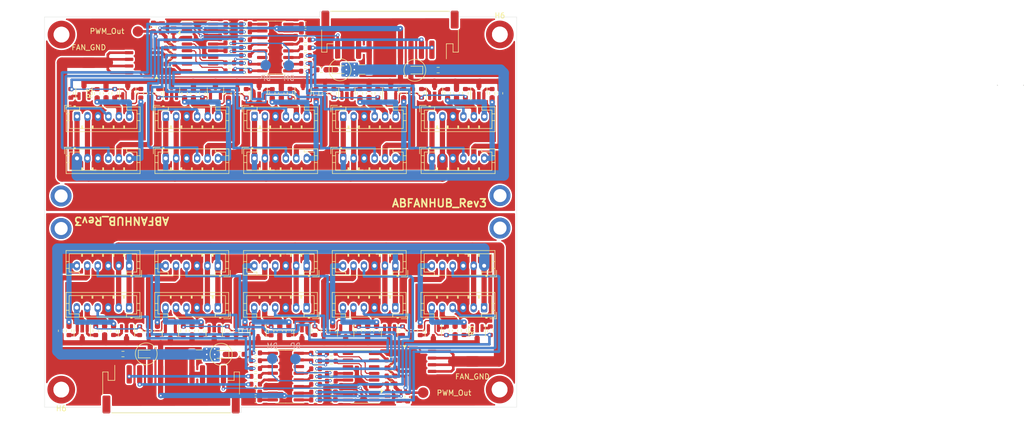
<source format=kicad_pcb>
(kicad_pcb (version 20211014) (generator pcbnew)
  (layers (0 "F.Cu" signal) (31 "B.Cu" signal) (34 "B.Paste" user) (35 "F.Paste" user) (36 "B.SilkS" user "B.Silkscreen") (37 "F.SilkS" user "F.Silkscreen") (38 "B.Mask" user) (39 "F.Mask" user) (44 "Edge.Cuts" user))
  (net 0 "")
  (net 1 "P31")
  (net 2 "P30")
  (net 3 "P33")
  (net 4 "GND")
  (net 5 "P11")
  (net 6 "P34")
  (net 7 "D+")
  (net 8 "P16")
  (net 9 "P17")
  (net 10 "V33")
  (net 11 "P32")
  (net 12 "P14")
  (net 13 "P15")
  (net 14 "+5V")
  (net 15 "G_FAN")
  (net 16 "STRIP10")
  (net 17 "STRIP9")
  (net 18 "STRIP8")
  (net 19 "STRIP7")
  (net 20 "STRIP6")
  (net 21 "STRIP5")
  (net 22 "STRIP4")
  (net 23 "STRIP3")
  (net 24 "STRIP2")
  (net 25 "STRIP1")
  (net 26 "+12VA")
  (net 27 "Net-(D1-Pad1)")
  (net 28 "Net-(F2-Pad1)")
  (net 29 "Net-(F3-Pad1)")
  (net 30 "Net-(F4-Pad1)")
  (net 31 "Net-(F5-Pad1)")
  (net 32 "Net-(F6-Pad1)")
  (net 33 "Net-(F7-Pad1)")
  (net 34 "Net-(F8-Pad1)")
  (net 35 "Net-(F9-Pad1)")
  (net 36 "Net-(F10-Pad1)")
  (net 37 "Net-(D2-Pad1)")
  (net 38 "Net-(F11-Pad1)")
  (net 39 "DM")
  (net 40 "PWM_Chasis")
  (net 41 "+12V")
  (net 42 "PWMFANOUT10")
  (net 43 "PWMFANOUT8")
  (net 44 "DP")
  (net 45 "D-")
  (net 46 "PWMFANOUT6")
  (net 47 "PWMFANOUT4")
  (net 48 "PWMFANOUT2")
  (net 49 "PWMFANOUT1")
  (net 51 "PWMFANOUT3")
  (net 52 "PWMFANOUT5")
  (net 53 "PWMFANOUT7")
  (net 55 "Net-(Q1-Pad1)")
  (net 56 "Net-(Q1-Pad2)")
  (net 57 "Net-(Q2-Pad1)")
  (net 58 "Net-(Q2-Pad2)")
  (net 59 "Net-(Q3-Pad1)")
  (net 60 "Net-(Q3-Pad2)")
  (net 61 "Net-(Q4-Pad1)")
  (net 62 "Net-(Q4-Pad2)")
  (net 63 "Net-(Q5-Pad1)")
  (net 64 "Net-(Q5-Pad2)")
  (net 65 "Net-(Q6-Pad1)")
  (net 66 "Net-(Q6-Pad2)")
  (net 67 "Net-(Q7-Pad1)")
  (net 68 "Net-(Q7-Pad2)")
  (net 69 "Net-(Q8-Pad1)")
  (net 70 "Net-(Q8-Pad2)")
  (net 71 "Net-(Q9-Pad1)")
  (net 72 "Net-(Q9-Pad2)")
  (net 73 "Net-(Q10-Pad1)")
  (net 74 "Net-(Q10-Pad2)")
  (net 75 "Net-(Q11-Pad1)")
  (net 76 "PWM")
  (net 77 "PWMFANOUT9")
  (net 78 "DM2")
  (net 79 "PWM_Internal")
  (net 81 "V331")
  (net 82 "Rx")
  (net 83 "Tx")
  (net 87 "PWM_Chasis_Enable")
  (net 88 "D2+")
  (net 89 "D2-")
  (net 92 "DP2")
  (net 93 "Net-(R26-Pad2)")
  (footprint "Connector_JST:JST_PH_B6B-PH-K_1x06_P2.00mm_Vertical" (layer "F.Cu") (at 174.08 73.22)
    (fp_text reference "J2" hide)
    (fp_text value "Conn_01x06")
  )
  (footprint "Connector_JST:JST_PH_B6B-PH-K_1x06_P2.00mm_Vertical" (layer "F.Cu") (at 157.13 73.22)
    (fp_text reference "J3" hide)
    (fp_text value "Conn_01x06")
  )
  (footprint "Connector_JST:JST_PH_B6B-PH-K_1x06_P2.00mm_Vertical" (layer "F.Cu") (at 140.18 73.22)
    (fp_text reference "J4" hide)
    (fp_text value "Conn_01x06")
  )
  (footprint "Connector_JST:JST_PH_B6B-PH-K_1x06_P2.00mm_Vertical" (layer "F.Cu") (at 123.23 73.22)
    (fp_text reference "J5" hide)
    (fp_text value "Conn_01x06")
  )
  (footprint "Connector_JST:JST_PH_B6B-PH-K_1x06_P2.00mm_Vertical" (layer "F.Cu") (at 106.28 73.22)
    (fp_text reference "J6" hide)
    (fp_text value "Conn_01x06")
  )
  (footprint "Connector_JST:JST_PH_B6B-PH-K_1x06_P2.00mm_Vertical" (layer "F.Cu") (at 106.29 65.22)
    (fp_text reference "J7" hide)
    (fp_text value "Conn_01x06")
  )
  (footprint "Connector_JST:JST_PH_B6B-PH-K_1x06_P2.00mm_Vertical" (layer "F.Cu") (at 123.24 65.22)
    (fp_text reference "J8" hide)
    (fp_text value "Conn_01x06")
  )
  (footprint "Connector_JST:JST_PH_B6B-PH-K_1x06_P2.00mm_Vertical" (layer "F.Cu") (at 140.19 65.22)
    (fp_text reference "J9" hide)
    (fp_text value "Conn_01x06")
  )
  (footprint "Connector_JST:JST_PH_B6B-PH-K_1x06_P2.00mm_Vertical" (layer "F.Cu") (at 157.14 65.22)
    (fp_text reference "J10" hide)
    (fp_text value "Conn_01x06")
  )
  (footprint "Connector_JST:JST_PH_B6B-PH-K_1x06_P2.00mm_Vertical" (layer "F.Cu") (at 174.09 65.22)
    (fp_text reference "J11" hide)
    (fp_text value "Conn_01x06")
  )
  (footprint "Mounting_Wuerth:Mounting_Wuerth_WA-SMSI-M2_H1.5mm_9774015243" (layer "F.Cu") (at 187.075 80.34)
    (fp_text reference "H5" hide)
    (fp_text value "MountingHole")
  )
  (footprint "Mounting_Wuerth:Mounting_Wuerth_WA-SMSI-M2_H1.5mm_9774015243" (layer "F.Cu") (at 187.05 49.565)
    (fp_text reference "H6")
    (fp_text value "MountingHole" hide)
  )
  (footprint "Mounting_Wuerth:Mounting_Wuerth_WA-SMSI-M2_H1.5mm_9774015243" (layer "F.Cu") (at 103.325 49.59)
    (fp_text reference "H7" hide)
    (fp_text value "MountingHole")
  )
  (footprint "Mounting_Wuerth:Mounting_Wuerth_WA-SMSI-M2_H1.5mm_9774015243" (layer "F.Cu") (at 103.25 80.415)
    (fp_text reference "H8" hide)
    (fp_text value "MountingHole")
  )
  (footprint "Fuse:Fuse_1206_3216Metric" (layer "F.Cu") (at 160.7 56.25 180)
    (fp_text reference "F1" hide)
    (fp_text value "12v -5A")
  )
  (footprint "Capacitor_SMD:C_0603_1608Metric" (layer "F.Cu") (at 135.46 49.12)
    (fp_text reference "C3" hide)
    (fp_text value "106")
  )
  (footprint "Ambino Custom SIP:SOP-8_3.9x4.9mm_P1.27mm" (layer "F.Cu") (at 118.85 54.952956 180)
    (fp_text reference "Q11" hide)
    (fp_text value "AO4468")
  )
  (footprint "Resistor_SMD:R_0603_1608Metric" (layer "F.Cu") (at 124.08 53.688 180)
    (fp_text reference "R28" hide)
    (fp_text value "150R" hide)
  )
  (footprint "Connector_JST:JST_PH_S11B-PH-SM4-TB_1x11-1MP_P2.00mm_Horizontal" (layer "F.Cu") (at 166.07 49.63 180)
    (fp_text reference "J1" hide)
    (fp_text value "Conn_01x11_Male")
  )
  (footprint "Fuse:Fuse_0603_1608Metric" (layer "F.Cu") (at 153.65 60.86 90)
    (fp_text reference "F4" hide)
    (fp_text value "5v-1.5A" hide)
  )
  (footprint "Fuse:Fuse_0603_1608Metric" (layer "F.Cu") (at 162.07 60.8125 90)
    (fp_text reference "F10" hide)
    (fp_text value "5v-1.5A" hide)
  )
  (footprint "Fuse:Fuse_0603_1608Metric" (layer "F.Cu") (at 170.38 60.81 90)
    (fp_text reference "F3" hide)
    (fp_text value "5v-1.5A" hide)
  )
  (footprint "Fuse:Fuse_0603_1608Metric" (layer "F.Cu") (at 145.31 60.8125 90)
    (fp_text reference "F9" hide)
    (fp_text value "5v-1.5A" hide)
  )
  (footprint "Fuse:Fuse_0603_1608Metric" (layer "F.Cu") (at 136.92 60.86 90)
    (fp_text reference "F5" hide)
    (fp_text value "5v-1.5A" hide)
  )
  (footprint "Fuse:Fuse_0603_1608Metric" (layer "F.Cu") (at 111.83 60.85 90)
    (fp_text reference "F7" hide)
    (fp_text value "5v-1.5A" hide)
  )
  (footprint "Fuse:Fuse_0603_1608Metric" (layer "F.Cu") (at 128.53 60.84 90)
    (fp_text reference "F8" hide)
    (fp_text value "5v-1.5A" hide)
  )
  (footprint "Fuse:Fuse_0603_1608Metric" (layer "F.Cu") (at 178.77 60.83 90)
    (fp_text reference "F11" hide)
    (fp_text value "5v-1.5A" hide)
  )
  (footprint "Fuse:Fuse_0603_1608Metric" (layer "F.Cu") (at 187.09 60.8 90)
    (fp_text reference "F2" hide)
    (fp_text value "5v-1.5A" hide)
  )
  (footprint "Fuse:Fuse_0603_1608Metric" (layer "F.Cu") (at 120.22 60.84 90)
    (fp_text reference "F6" hide)
    (fp_text value "5v-1.5A" hide)
  )
  (footprint "Resistor_SMD:R_0603_1608Metric" (layer "F.Cu") (at 138.48 49.08 180)
    (fp_text reference "R31" hide)
    (fp_text value "220R")
  )
  (footprint "Resistor_SMD:R_0603_1608Metric" (layer "F.Cu") (at 149.925 53.593332)
    (fp_text reference "R29" hide)
    (fp_text value "220R")
  )
  (footprint "Resistor_SMD:R_0603_1608Metric" (layer "F.Cu") (at 138.48 56.53 180)
    (fp_text reference "R33" hide)
    (fp_text value "220R" hide)
  )
  (footprint "Resistor_SMD:R_0603_1608Metric" (layer "F.Cu") (at 138.48 47.59 180)
    (fp_text reference "R35" hide)
    (fp_text value "220R")
  )
  (footprint "Resistor_SMD:R_0603_1608Metric" (layer "F.Cu") (at 138.48 55.04 180)
    (fp_text reference "R37" hide)
    (fp_text value "220R")
  )
  (footprint "LED_SMD:LED_0603_1608Metric" (layer "F.Cu") (at 170.84 56.37 180)
    (fp_text reference "D1" hide)
    (fp_text value "LED_BLUE" hide)
  )
  (footprint "LED_SMD:LED_0603_1608Metric" (layer "F.Cu") (at 156.52 56.29)
    (fp_text reference "D2" hide)
    (fp_text value "LED_GREEN" hide)
  )
  (footprint "Resistor_SMD:R_0603_1608Metric" (layer "F.Cu") (at 152.94 56.31 180)
    (fp_text reference "R43" hide)
    (fp_text value "1K" hide)
  )
  (footprint "Capacitor_SMD:C_0603_1608Metric" (layer "F.Cu") (at 149.925 47.61)
    (fp_text reference "C1" hide)
    (fp_text value "104")
  )
  (footprint "Resistor_SMD:R_0603_1608Metric" (layer "F.Cu") (at 175.265 56.37)
    (fp_text reference "R42" hide)
    (fp_text value "330R" hide)
  )
  (footprint "Resistor_SMD:R_0603_1608Metric" (layer "F.Cu") (at 138.48 50.57 180)
    (fp_text reference "R30" hide)
    (fp_text value "220R")
  )
  (footprint "Resistor_SMD:R_0603_1608Metric" (layer "F.Cu") (at 149.925 56.584998)
    (fp_text reference "R36" hide)
    (fp_text value "220R")
  )
  (footprint "Resistor_SMD:R_0603_1608Metric" (layer "F.Cu") (at 138.48 53.55 180)
    (fp_text reference "R38" hide)
    (fp_text value "220R")
  )
  (footprint "Resistor_SMD:R_0603_1608Metric" (layer "F.Cu") (at 149.925 55.089165)
    (fp_text reference "R32" hide)
    (fp_text value "220R")
  )
  (footprint "Resistor_SMD:R_0603_1608Metric" (layer "F.Cu") (at 138.48 52.06 180)
    (fp_text reference "R34" hide)
    (fp_text value "220R")
  )
  (footprint "Resistor_SMD:R_0603_1608Metric" (layer "F.Cu") (at 151.851193 117.886017)
    (fp_text reference "R31" hide)
    (fp_text value "220R")
  )
  (footprint "Resistor_SMD:R_0603_1608Metric" (layer "F.Cu") (at 151.851193 116.396017)
    (fp_text reference "R30" hide)
    (fp_text value "220R")
  )
  (footprint "Package_TO_SOT_SMD:SOT-23" (layer "F.Cu") (at 165.986195 106.576017 -90)
    (fp_text reference "Q5" hide)
    (fp_text value "MMBT3904")
  )
  (footprint "Fuse:Fuse_0603_1608Metric" (layer "F.Cu") (at 111.561193 106.136017 -90)
    (fp_text reference "F11" hide)
    (fp_text value "5v-1.5A" hide)
  )
  (footprint "Connector_JST:JST_PH_B6B-PH-K_1x06_P2.00mm_Vertical" (layer "F.Cu") (at 133.191193 101.746017 180)
    (fp_text reference "J10" hide)
    (fp_text value "Conn_01x06")
  )
  (footprint "Package_TO_SOT_SMD:SOT-23" (layer "F.Cu") (at 149.459995 60.39 90)
    (fp_text reference "Q2" hide)
    (fp_text value "MMBT3904")
  )
  (footprint "Package_TO_SOT_SMD:SOT-23" (layer "F.Cu") (at 157.839994 60.39 90)
    (fp_text reference "Q4" hide)
    (fp_text value "MMBT3904")
  )
  (footprint "Connector_JST:JST_PH_B6B-PH-K_1x06_P2.00mm_Vertical" (layer "F.Cu") (at 133.201193 93.746017 180)
    (fp_text reference "J3" hide)
    (fp_text value "Conn_01x06")
  )
  (footprint "Resistor_SMD:R_0603_1608Metric" (layer "F.Cu") (at 124.08 55.22)
    (fp_text reference "R27" hide)
    (fp_text value "150R")
  )
  (footprint "Package_TO_SOT_SMD:SOT-23" (layer "F.Cu") (at 124.344998 60.39 90)
    (fp_text reference "Q5" hide)
    (fp_text value "MMBT3904")
  )
  (footprint "MountingHole:MountingHole_2.2mm_M2_DIN965_Pad" (layer "F.Cu") (at 117.92 48.99)
    (fp_text reference "PWM_Out")
    (fp_text value "MountingHole_Pad")
  )
  (footprint "Resistor_SMD:R_0603_1608Metric" (layer "F.Cu") (at 155.339994 60.83 90)
    (fp_text reference "R6" hide)
    (fp_text value "150R")
  )
  (footprint "Resistor_SMD:R_0603_1608Metric" (layer "F.Cu") (at 146.979995 60.78 90)
    (fp_text reference "R2" hide)
    (fp_text value "150R")
  )
  (footprint "Resistor_SMD:R_0603_1608Metric" (layer "F.Cu") (at 166.271193 116.316017)
    (fp_text reference "R39" hide)
    (fp_text value "10k")
  )
  (footprint "Resistor_SMD:R_0603_1608Metric" (layer "F.Cu") (at 130.239997 60.82 90)
    (fp_text reference "R13" hide)
    (fp_text value "150R")
  )
  (footprint "Package_SO:SOP-16_3.9x9.9mm_P1.27mm" (layer "F.Cu") (at 146.161193 114.906017 180)
    (fp_text reference "U3" hide)
    (fp_text value "Ch552_SOP16")
  )
  (footprint "Resistor_SMD:R_0603_1608Metric" (layer "F.Cu") (at 163.729993 60.8 90)
    (fp_text reference "R10" hide)
    (fp_text value "150R")
  )
  (footprint "Resistor_SMD:R_0603_1608Metric" (layer "F.Cu") (at 138.381198 106.146017 -90)
    (fp_text reference "R4" hide)
    (fp_text value "220R")
  )
  (footprint "Resistor_SMD:R_0603_1608Metric" (layer "F.Cu") (at 109.861202 106.156017 -90)
    (fp_text reference "R18" hide)
    (fp_text value "150R")
  )
  (footprint "Resistor_SMD:R_0603_1608Metric" (layer "F.Cu") (at 121.874998 60.8225 90)
    (fp_text reference "R9" hide)
    (fp_text value "150R")
  )
  (footprint "Resistor_SMD:R_0603_1608Metric" (layer "F.Cu") (at 135.209997 60.83 90)
    (fp_text reference "R15" hide)
    (fp_text value "220R")
  )
  (footprint "Connector_JST:JST_PH_B6B-PH-K_1x06_P2.00mm_Vertical" (layer "F.Cu") (at 116.241193 101.746017 180)
    (fp_text reference "J11" hide)
    (fp_text value "Conn_01x06")
  )
  (footprint "Resistor_SMD:R_0603_1608Metric" (layer "F.Cu") (at 135.46 54.99 180)
    (fp_text reference "R41" hide)
    (fp_text value "220R")
  )
  (footprint "Package_TO_SOT_SMD:SOT-23" (layer "F.Cu") (at 183.04 60.38 90)
    (fp_text reference "Q10" hide)
    (fp_text value "MMBT3904")
  )
  (footprint "Package_SO:SOP-16_3.9x9.9mm_P1.27mm" (layer "F.Cu") (at 144.17 52.06)
    (fp_text reference "U3" hide)
    (fp_text value "Ch552_SOP16")
  )
  (footprint "Connector_JST:JST_PH_B6B-PH-K_1x06_P2.00mm_Vertical" (layer "F.Cu") (at 150.141193 101.746017 180)
    (fp_text reference "J9" hide)
    (fp_text value "Conn_01x06")
  )
  (footprint "Resistor_SMD:R_0603_1608Metric" (layer "F.Cu") (at 140.406193 110.381019 180)
    (fp_text reference "R36" hide)
    (fp_text value "220R")
  )
  (footprint "Resistor_SMD:R_0603_1608Metric" (layer "F.Cu") (at 166.251193 113.278017)
    (fp_text reference "R28" hide)
    (fp_text value "150R" hide)
  )
  (footprint "Ambino Custom SIP:SOP-8_3.9x4.9mm_P1.27mm" (layer "F.Cu") (at 171.481193 112.013061)
    (fp_text reference "Q11" hide)
    (fp_text value "AO4468")
  )
  (footprint "Package_TO_SOT_SMD:SOT-23" (layer "F.Cu") (at 115.746201 106.576017 -90)
    (fp_text reference "Q8" hide)
    (fp_text value "MMBT3904")
  )
  (footprint "Package_SO:SOP-16_3.9x9.9mm_P1.27mm" (layer "F.Cu") (at 129.79 52.03)
    (fp_text reference "U2" hide)
    (fp_text value "Ch552_SOP16")
  )
  (footprint "LED_SMD:LED_0603_1608Metric" (layer "F.Cu") (at 133.811193 110.676017 180)
    (fp_text reference "D2" hide)
    (fp_text value "LED_GREEN" hide)
  )
  (footprint "Resistor_SMD:R_0603_1608Metric" (layer "F.Cu") (at 146.756197 106.136017 -90)
    (fp_text reference "R19" hide)
    (fp_text value "220R")
  )
  (footprint "Ambino Custom SIP:SOT-23-5" (layer "F.Cu") (at 123.62 48.32 180)
    (fp_text reference "U1" hide)
    (fp_text value "SN74AHC1G125DBVR")
  )
  (footprint "Package_TO_SOT_SMD:SOT-23" (layer "F.Cu") (at 174.584992 60.39 90)
    (fp_text reference "Q8" hide)
    (fp_text value "MMBT3904")
  )
  (footprint "Resistor_SMD:R_0603_1608Metric" (layer "F.Cu") (at 113.266201 106.136017 -90)
    (fp_text reference "R16" hide)
    (fp_text value "220R")
  )
  (footprint "MountingHole:MountingHole_2.2mm_M2_DIN965_Pad" (layer "F.Cu") (at 108.53 54.95)
    (fp_text reference "FAN_GND")
    (fp_text value "MountingHole_Pad")
  )
  (footprint "Resistor_SMD:R_0603_1608Metric" (layer "F.Cu") (at 137.391193 110.656017)
    (fp_text reference "R43" hide)
    (fp_text value "1K" hide)
  )
  (footprint "Connector_JST:JST_PH_B6B-PH-K_1x06_P2.00mm_Vertical" (layer "F.Cu") (at 167.091193 101.746017 180)
    (fp_text reference "J8" hide)
    (fp_text value "Conn_01x06")
  )
  (footprint "Resistor_SMD:R_0603_1608Metric" (layer "F.Cu") (at 130.001199 106.151017 -90)
    (fp_text reference "R8" hide)
    (fp_text value "220R")
  )
  (footprint "Capacitor_SMD:C_0603_1608Metric" (layer "F.Cu") (at 149.925 49.105833)
    (fp_text reference "C4" hide)
    (fp_text value "106")
  )
  (footprint "Resistor_SMD:R_0603_1608Metric" (layer "F.Cu") (at 180.469991 60.81 90)
    (fp_text reference "R18" hide)
    (fp_text value "150R")
  )
  (footprint "Capacitor_SMD:C_0603_1608Metric" (layer "F.Cu") (at 135.46 47.61)
    (fp_text reference "C2" hide)
    (fp_text value "104")
  )
  (footprint "Package_TO_SOT_SMD:SOT-23" (layer "F.Cu") (at 166.209993 60.39 90)
    (fp_text reference "Q6" hide)
    (fp_text value "MMBT3904")
  )
  (footprint "Mounting_Wuerth:Mounting_Wuerth_WA-SMSI-M2_H1.5mm_9774015243" (layer "F.Cu") (at 187.081193 86.551017 180)
    (fp_text reference "H8" hide)
    (fp_text value "MountingHole")
  )
  (footprint "Resistor_SMD:R_0603_1608Metric" (layer "F.Cu") (at 151.851193 114.906017)
    (fp_text reference "R34" hide)
    (fp_text value "220R")
  )
  (footprint "Resistor_SMD:R_0603_1608Metric" (layer "F.Cu") (at 185.231193 106.146017 90)
    (fp_text reference "R1" hide)
    (fp_text value "150R")
  )
  (footprint "Connector_JST:JST_PH_B6B-PH-K_1x06_P2.00mm_Vertical" (layer "F.Cu") (at 184.041193 101.746017 180)
    (fp_text reference "J7" hide)
    (fp_text value "Conn_01x06")
  )
  (footprint "Fuse:Fuse_0603_1608Metric" (layer "F.Cu") (at 128.261193 106.153517 -90)
    (fp_text reference "F10" hide)
    (fp_text value "5v-1.5A" hide)
  )
  (footprint "Package_TO_SOT_SMD:SOT-23" (layer "F.Cu") (at 174.351194 106.576017 -90)
    (fp_text reference "Q3" hide)
    (fp_text value "MMBT3904")
  )
  (footprint "Resistor_SMD:R_0603_1608Metric" (layer "F.Cu") (at 151.949995 60.82 90)
    (fp_text reference "R4" hide)
    (fp_text value "220R")
  )
  (footprint "Connector_JST:JST_PH_B6B-PH-K_1x06_P2.00mm_Vertical" (layer "F.Cu") (at 150.151193 93.746017 180)
    (fp_text reference "J4" hide)
    (fp_text value "Conn_01x06")
  )
  (footprint "Resistor_SMD:R_0603_1608Metric" (layer "F.Cu") (at 154.861193 110.446017)
    (fp_text reference "R40" hide)
    (fp_text value "220R")
  )
  (footprint "Package_TO_SOT_SMD:SOT-23" (layer "F.Cu") (at 132.729997 60.39 90)
    (fp_text reference "Q7" hide)
    (fp_text value "MMBT3904")
  )
  (footprint "Fuse:Fuse_0603_1608Metric" (layer "F.Cu") (at 178.501193 106.116017 -90)
    (fp_text reference "F7" hide)
    (fp_text value "5v-1.5A" hide)
  )
  (footprint "Resistor_SMD:R_0603_1608Metric" (layer "F.Cu") (at 140.406193 111.876852 180)
    (fp_text reference "R32" hide)
    (fp_text value "220R")
  )
  (footprint "Resistor_SMD:R_0603_1608Metric" (layer "F.Cu") (at 172.084992 60.81 90)
    (fp_text reference "R14" hide)
    (fp_text value "150R")
  )
  (footprint "Resistor_SMD:R_0603_1608Metric" (layer "F.Cu") (at 140.406193 114.868518)
    (fp_text reference "R24" hide)
    (fp_text value "33R")
  )
  (footprint "Resistor_SMD:R_0603_1608Metric" (layer "F.Cu") (at 177.064992 60.83 90)
    (fp_text reference "R16" hide)
    (fp_text value "220R")
  )
  (footprint "LED_SMD:LED_0603_1608Metric" (layer "F.Cu") (at 119.491193 110.596017)
    (fp_text reference "D1" hide)
    (fp_text value "LED_BLUE" hide)
  )
  (footprint "Capacitor_SMD:C_0603_1608Metric" (layer "F.Cu") (at 140.406193 117.860184 180)
    (fp_text reference "C4" hide)
    (fp_text value "106")
  )
  (footprint "Resistor_SMD:R_0603_1608Metric" (layer "F.Cu") (at 185.57 60.81 90)
    (fp_text reference "R20" hide)
    (fp_text value "220R")
  )
  (footprint "Resistor_SMD:R_0603_1608Metric" (layer "F.Cu") (at 149.925 52.097499 180)
    (fp_text reference "R24" hide)
    (fp_text value "33R")
  )
  (footprint "Fuse:Fuse_0603_1608Metric" (layer "F.Cu") (at 103.241193 106.166017 -90)
    (fp_text reference "F2" hide)
    (fp_text value "5v-1.5A" hide)
  )
  (footprint "Resistor_SMD:R_0603_1608Metric" (layer "F.Cu") (at 168.456195 106.143517 -90)
    (fp_text reference "R9" hide)
    (fp_text value "150R")
  )
  (footprint "Fuse:Fuse_0603_1608Metric" (layer "F.Cu") (at 145.021193 106.153517 -90)
    (fp_text reference "F9" hide)
    (fp_text value "5v-1.5A" hide)
  )
  (footprint "Resistor_SMD:R_0603_1608Metric" (layer "F.Cu") (at 151.716197 106.146017 -90)
    (fp_text reference "R17" hide)
    (fp_text value "150R")
  )
  (footprint "Resistor_SMD:R_0603_1608Metric" (layer "F.Cu") (at 171.851194 106.166017 -90)
    (fp_text reference "R7" hide)
    (fp_text value "220R")
  )
  (footprint "Resistor_SMD:R_0603_1608Metric" (layer "F.Cu") (at 154.861193 115.786017)
    (fp_text reference "R21" hide)
    (fp_text value "33R")
  )
  (footprint "Mounting_Wuerth:Mounting_Wuerth_WA-SMSI-M2_H1.5mm_9774015243" (layer "F.Cu") (at 103.256193 86.626017 180)
    (fp_text reference "H5" hide)
    (fp_text value "MountingHole")
  )
  (footprint "Mounting_Wuerth:Mounting_Wuerth_WA-SMSI-M2_H1.5mm_9774015243" (layer "F.Cu") (at 103.281193 117.401017 180)
    (fp_text reference "H6")
    (fp_text value "MountingHole" hide)
  )
  (footprint "Connector_JST:JST_PH_B6B-PH-K_1x06_P2.00mm_Vertical" (layer "F.Cu") (at 184.051193 93.746017 180)
    (fp_text reference "J6" hide)
    (fp_text value "Conn_01x06")
  )
  (footprint "Package_SO:SOP-16_3.9x9.9mm_P1.27mm" (layer "F.Cu") (at 160.541193 114.936017 180)
    (fp_text reference "U2" hide)
    (fp_text value "Ch552_SOP16")
  )
  (footprint "Resistor_SMD:R_0603_1608Metric" (layer "F.Cu") (at 115.066193 110.596017 180)
    (fp_text reference "R42" hide)
    (fp_text value "330R" hide)
  )
  (footprint "Package_TO_SOT_SMD:SOT-23" (layer "F.Cu") (at 115.979999 60.39 90)
    (fp_text reference "Q3" hide)
    (fp_text value "MMBT3904")
  )
  (footprint "Resistor_SMD:R_0603_1608Metric" (layer "F.Cu") (at 140.406193 113.372685 180)
    (fp_text reference "R29" hide)
    (fp_text value "220R")
  )
  (footprint "Package_TO_SOT_SMD:SOT-23" (layer "F.Cu") (at 141.084996 60.39 90)
    (fp_text reference "Q9" hide)
    (fp_text value "MMBT3904")
  )
  (footprint "Resistor_SMD:R_0603_1608Metric" (layer "F.Cu") (at 104.761193 106.156017 -90)
    (fp_text reference "R20" hide)
    (fp_text value "220R")
  )
  (footprint "Resistor_SMD:R_0603_1608Metric" (layer "F.Cu") (at 140.406193 116.364351)
    (fp_text reference "R23" hide)
    (fp_text value "33R")
  )
  (footprint "Resistor_SMD:R_0603_1608Metric" (layer "F.Cu") (at 143.574996 60.83 90)
    (fp_text reference "R19" hide)
    (fp_text value "220R")
  )
  (footprint "Connector_JST:JST_PH_B6B-PH-K_1x06_P2.00mm_Vertical" (layer "F.Cu") (at 116.251193 93.746017 180)
    (fp_text reference "J2" hide)
    (fp_text value "Conn_01x06")
  )
  (footprint "Resistor_SMD:R_0603_1608Metric" (layer "F.Cu") (at 169.451193 118.816017 -90)
    (fp_text reference "R26" hide)
    (fp_text value "150R")
  )
  (footprint "Resistor_SMD:R_0603_1608Metric" (layer "F.Cu") (at 151.851193 111.926017)
    (fp_text reference "R37" hide)
    (fp_text value "220R")
  )
  (footprint "Package_TO_SOT_SMD:SOT-23" (layer "F.Cu") (at 149.246197 106.576017 -90)
    (fp_text reference "Q9" hide)
    (fp_text value "MMBT3904")
  )
  (footprint "Fuse:Fuse_0603_1608Metric" (layer "F.Cu") (at 170.111193 106.126017 -90)
    (fp_text reference "F6" hide)
    (fp_text value "5v-1.5A" hide)
  )
  (footprint "Resistor_SMD:R_0603_1608Metric" (layer "F.Cu") (at 160.091196 106.146017 -90)
    (fp_text reference "R13" hide)
    (fp_text value "150R")
  )
  (footprint "Package_TO_SOT_SMD:SOT-23" (layer "F.Cu") (at 140.871198 106.576017 -90)
    (fp_text reference "Q2" hide)
    (fp_text value "MMBT3904")
  )
  (footprint "Resistor_SMD:R_0603_1608Metric" (layer "F.Cu") (at 135.47 56.52 180)
    (fp_text reference "R40" hide)
    (fp_text value "220R")
  )
  (footprint "Connector_JST:JST_PH_S11B-PH-SM4-TB_1x11-1MP_P2.00mm_Horizontal" (layer "F.Cu") (at 124.261193 117.336017)
    (fp_text reference "J1" hide)
    (fp_text value "Conn_01x11_Male")
  )
  (footprint "MountingHole:MountingHole_2.2mm_M2_DIN965_Pad" (layer "F.Cu") (at 172.411193 117.976017 180)
    (fp_text reference "PWM_Out")
    (fp_text value "MountingHole_Pad")
  )
  (footprint "Resistor_SMD:R_0603_1608Metric" (layer "F.Cu") (at 134.991199 106.136017 -90)
    (fp_text reference "R6" hide)
    (fp_text value "150R")
  )
  (footprint "Resistor_SMD:R_0603_1608Metric" (layer "F.Cu") (at 135.47 51.18 180)
    (fp_text reference "R21" hide)
    (fp_text value "33R")
  )
  (footprint "Resistor_SMD:R_0603_1608Metric" (layer "F.Cu") (at 124.08 52.156)
    (fp_text reference "R25" hide)
    (fp_text value "10k")
  )
  (footprint "Resistor_SMD:R_0603_1608Metric" (layer "F.Cu") (at 143.351198 106.186017 -90)
    (fp_text reference "R2" hide)
    (fp_text value "150R")
  )
  (footprint "Fuse:Fuse_0603_1608Metric" (layer "F.Cu") (at 136.681193 106.106017 -90)
    (fp_text reference "F4" hide)
    (fp_text value "5v-1.5A" hide)
  )
  (footprint "Connector_JST:JST_PH_B6B-PH-K_1x06_P2.00mm_Vertical" (layer "F.Cu") (at 167.101193 93.746017 180)
    (fp_text reference "J5" hide)
    (fp_text value "Conn_01x06")
  )
  (footprint "Resistor_SMD:R_0603_1608Metric" (layer "F.Cu") (at 124.06 50.65 180)
    (fp_text reference "R39" hide)
    (fp_text value "10k")
  )
  (footprint "Resistor_SMD:R_0603_1608Metric" (layer "F.Cu") (at 126.834998 60.8225 90)
    (fp_text reference "R11" hide)
    (fp_text value "220R")
  )
  (footprint "Mounting_Wuerth:Mounting_Wuerth_WA-SMSI-M2_H1.5mm_9774015243" (layer "F.Cu") (at 187.006193 117.376017 180)
    (fp_text reference "H7" hide)
    (fp_text value "MountingHole")
  )
  (footprint "Resistor_SMD:R_0603_1608Metric" (layer "F.Cu") (at 113.489999 60.81 -90)
    (fp_text reference "R5" hide)
    (fp_text value "150R")
  )
  (footprint "Fuse:Fuse_0603_1608Metric" (layer "F.Cu") (at 119.951193 106.156017 -90)
    (fp_text reference "F3" hide)
    (fp_text value "5v-1.5A" hide)
  )
  (footprint "Capacitor_SMD:C_0603_1608Metric" (layer "F.Cu") (at 154.871193 117.846017 180)
    (fp_text reference "C3" hide)
    (fp_text value "106")
  )
  (footprint "Resistor_SMD:R_0603_1608Metric" (layer "F.Cu") (at 118.479999 60.8 90)
    (fp_text reference "R7" hide)
    (fp_text value "220R")
  )
  (footprint "Capacitor_SMD:C_0603_1608Metric" (layer "F.Cu") (at 154.871193 119.356017 180)
    (fp_text reference "C2" hide)
    (fp_text value "104")
  )
  (footprint "Resistor_SMD:R_0603_1608Metric" (layer "F.Cu") (at 135.48 52.67 180)
    (fp_text reference "R22" hide)
    (fp_text value "33R")
  )
  (footprint "Resistor_SMD:R_0603_1608Metric" (layer "F.Cu") (at 163.496195 106.143517 -90)
    (fp_text reference "R11" hide)
    (fp_text value "220R")
  )
  (footprint "Resistor_SMD:R_0603_1608Metric" (layer "F.Cu") (at 154.851193 114.296017)
    (fp_text reference "R22" hide)
    (fp_text value "33R")
  )
  (footprint "Fuse:Fuse_0603_1608Metric" (layer "F.Cu") (at 161.801193 106.126017 -90)
    (fp_text reference "F8" hide)
    (fp_text value "5v-1.5A" hide)
  )
  (footprint "Package_TO_SOT_SMD:SOT-23" (layer "F.Cu") (at 182.711193 106.576017 -90)
    (fp_text reference "Q1" hide)
    (fp_text value "MMBT3904")
  )
  (footprint "Resistor_SMD:R_0603_1608Metric" (layer "F.Cu") (at 121.6512 106.166017 -90)
    (fp_text reference "R12" hide)
    (fp_text value "220R")
  )
  (footprint "Package_TO_SOT_SMD:SOT-23" (layer "F.Cu") (at 107.62 60.39 90)
    (fp_text reference "Q1" hide)
    (fp_text value "MMBT3904")
  )
  (footprint "MountingHole:MountingHole_2.2mm_M2_DIN965_Pad" (layer "F.Cu") (at 181.801193 112.016017 180)
    (fp_text reference "FAN_GND")
    (fp_text value "MountingHole_Pad")
  )
  (footprint "Resistor_SMD:R_0603_1608Metric" (layer "F.Cu") (at 151.851193 110.436017)
    (fp_text reference "R33" hide)
    (fp_text value "220R" hide)
  )
  (footprint "Resistor_SMD:R_0603_1608Metric" (layer "F.Cu") (at 105.1 60.82 -90)
    (fp_text reference "R1" hide)
    (fp_text value "150R")
  )
  (footprint "Package_TO_SOT_SMD:SOT-23" (layer "F.Cu") (at 157.601196 106.576017 -90)
    (fp_text reference "Q7" hide)
    (fp_text value "MMBT3904")
  )
  (footprint "Resistor_SMD:R_0603_1608Metric" (layer "F.Cu") (at 120.88 48.15 90)
    (fp_text reference "R26" hide)
    (fp_text value "150R")
  )
  (footprint "Package_TO_SOT_SMD:SOT-23" (layer "F.Cu") (at 132.491199 106.576017 -90)
    (fp_text reference "Q4" hide)
    (fp_text value "MMBT3904")
  )
  (footprint "Resistor_SMD:R_0603_1608Metric" (layer "F.Cu") (at 151.851193 119.376017)
    (fp_text reference "R35" hide)
    (fp_text value "220R")
  )
  (footprint "Resistor_SMD:R_0603_1608Metric" (layer "F.Cu") (at 149.925 50.601666 180)
    (fp_text reference "R23" hide)
    (fp_text value "33R")
  )
  (footprint "Resistor_SMD:R_0603_1608Metric" (layer "F.Cu") (at 126.6012 106.166017 -90)
    (fp_text reference "R10" hide)
    (fp_text value "150R")
  )
  (footprint "Resistor_SMD:R_0603_1608Metric" (layer "F.Cu") (at 166.251193 114.810017 180)
    (fp_text reference "R25" hide)
    (fp_text value "10k")
  )
  (footprint "Resistor_SMD:R_0603_1608Metric" (layer "F.Cu") (at 138.614996 60.82 90)
    (fp_text reference "R17" hide)
    (fp_text value "150R")
  )
  (footprint "Resistor_SMD:R_0603_1608Metric" (layer "F.Cu") (at 155.121196 106.136017 -90)
    (fp_text reference "R15" hide)
    (fp_text value "220R")
  )
  (footprint "Resistor_SMD:R_0603_1608Metric" (layer "F.Cu") (at 154.871193 111.976017)
    (fp_text reference "R41" hide)
    (fp_text value "220R")
  )
  (footprint "Ambino Custom SIP:SOT-23-5" (layer "F.Cu") (at 166.711193 118.646017)
    (fp_text reference "U1" hide)
    (fp_text value "SN74AHC1G125DBVR")
  )
  (footprint "Resistor_SMD:R_0603_1608Metric" (layer "F.Cu") (at 118.246201 106.156017 -90)
    (fp_text reference "R14" hide)
    (fp_text value "150R")
  )
  (footprint "Package_TO_SOT_SMD:SOT-23" (layer "F.Cu") (at 124.1212 106.576017 -90)
    (fp_text reference "Q6" hide)
    (fp_text value "MMBT3904")
  )
  (footprint "Resistor_SMD:R_0603_1608Metric" (layer "F.Cu") (at 176.841194 106.156017 90)
    (fp_text reference "R5" hide)
    (fp_text value "150R")
  )
  (footprint "Resistor_SMD:R_0603_1608Metric" (layer "F.Cu") (at 166.251193 111.746017 180)
    (fp_text reference "R27" hide)
    (fp_text value "150R")
  )
  (footprint "Resistor_SMD:R_0603_1608Metric" (layer "F.Cu") (at 151.851193 113.416017)
    (fp_text reference "R38" hide)
    (fp_text value "220R")
  )
  (footprint "Resistor_SMD:R_0603_1608Metric" (layer "F.Cu") (at 180.201193 106.126017 -90)
    (fp_text reference "R3")
    (fp_text value "220R")
  )
  (footprint "Fuse:Fuse_0603_1608Metric" (layer "F.Cu") (at 153.411193 106.106017 -90)
    (fp_text reference "F5" hide)
    (fp_text value "5v-1.5A" hide)
  )
  (footprint "Fuse:Fuse_1206_3216Metric" (layer "F.Cu") (at 129.631193 110.716017)
    (fp_text reference "F1" hide)
    (fp_text value "12v -5A")
  )
  (footprint "Resistor_SMD:R_0603_1608Metric" (layer "F.Cu") (at 110.13 60.84 90)
    (fp_text reference "R3")
    (fp_text value "220R")
  )
  (footprint "Resistor_SMD:R_0603_1608Metric" (layer "F.Cu") (at 160.329994 60.815 90)
    (fp_text reference "R8" hide)
    (fp_text value "220R")
  )
  (footprint "Resistor_SMD:R_0603_1608Metric" (layer "F.Cu") (at 168.679993 60.8 90)
    (fp_text reference "R12" hide)
    (fp_text value "220R")
  )
  (footprint "Capacitor_SMD:C_0603_1608Metric" (layer "F.Cu") (at 140.406193 119.356017 180)
    (fp_text reference "C1" hide)
    (fp_text value "104")
  )
  (footprint "Package_TO_SOT_SMD:SOT-23" (layer "F.Cu") (at 107.291193 106.586017 -90)
    (fp_text reference "Q10" hide)
    (fp_text value "MMBT3904")
  )
  (footprint "MountingHole:MountingHole_2.2mm_M2_DIN965_Pad" (layer "B.Cu") (at 148.001193 111.536017)
    (fp_text reference "DP")
    (fp_text value "MountingHole_Pad")
  )
  (footprint "MountingHole:MountingHole_2.2mm_M2_DIN965_Pad" (layer "B.Cu") (at 142.33 55.43 180)
    (fp_text reference "DP")
    (fp_text value "MountingHole_Pad")
  )
  (footprint "MountingHole:MountingHole_2.2mm_M2_DIN965_Pad" (layer "B.Cu") (at 143.581193 111.486017)
    (fp_text reference "DM")
    (fp_text value "MountingHole_Pad")
  )
  (footprint "MountingHole:MountingHole_2.2mm_M2_DIN965_Pad" (layer "B.Cu") (at 146.75 55.48 180)
    (fp_text reference "DM")
    (fp_text value "MountingHole_Pad")
  )
  (gr_circle (center 156.52 56.3) (end 157.67 58.07) (layer "F.SilkS") (width 0.12) (fill none))
  (gr_circle (center 170.82 56.41) (end 171.68 58.31) (layer "F.SilkS") (width 0.12) (fill none))
  (gr_circle (center 119.511193 110.556017) (end 118.651193 108.656017) (layer "F.SilkS") (width 0.12) (fill none))
  (gr_circle (center 133.811193 110.666017) (end 132.661193 108.896017) (layer "F.SilkS") (width 0.12) (fill none))
  (gr_line (start 190.246 46.47) (end 190.255193 120.738017) (layer "Edge.Cuts") (width 0.05))
  (gr_line (start 137.677193 120.738017) (end 137.677193 121.754017) (layer "Edge.Cuts") (width 0.05))
  (gr_line (start 179.324 45.212) (end 179.324 46.228) (layer "Edge.Cuts") (width 0.05))
  (gr_line (start 100.085193 120.484017) (end 100.076 46.228) (layer "Edge.Cuts") (width 0.05))
  (gr_line (start 100.085193 120.738017) (end 100.085193 120.484017) (layer "Edge.Cuts") (width 0.05))
  (gr_curve (pts (xy 282.085051 59.27003) (xy 282.085051 59.27003) (xy 282.085051 59.27003) (xy 282.085051 59.27003)) (layer "Edge.Cuts") (width 0.2))
  (gr_line (start 100.076 46.228) (end 152.654 46.228) (layer "Edge.Cuts") (width 0.05))
  (gr_line (start 152.654 46.228) (end 152.654 45.212) (layer "Edge.Cuts") (width 0.05))
  (gr_curve (pts (xy 287.085091 59.27003) (xy 287.085091 59.27003) (xy 287.085091 59.27003) (xy 287.085091 59.27003)) (layer "Edge.Cuts") (width 0.2))
  (gr_line (start 190.246 46.228) (end 190.246 46.482) (layer "Edge.Cuts") (width 0.05))
  (gr_line (start 111.007193 121.754017) (end 111.007193 120.738017) (layer "Edge.Cuts") (width 0.05))
  (gr_line (start 111.007193 120.738017) (end 100.085193 120.738017) (layer "Edge.Cuts") (width 0.05))
  (gr_line (start 152.654 45.212) (end 179.324 45.212) (layer "Edge.Cuts") (width 0.05))
  (gr_line (start 137.677193 121.754017) (end 111.007193 121.754017) (layer "Edge.Cuts") (width 0.05))
  (gr_line (start 190.255193 120.738017) (end 137.677193 120.738017) (layer "Edge.Cuts") (width 0.05))
  (gr_line (start 179.324 46.228) (end 190.246 46.228) (layer "Edge.Cuts") (width 0.05))
  (gr_text "ABFANHUB_Rev3" (at 175.514 81.788) (layer "F.SilkS") (effects (font (size 1.5 1.5) (thickness 0.3))))
  (gr_text "ABFANHUB_Rev3" (at 114.817193 85.178017 180) (layer "F.SilkS") (effects (font (size 1.5 1.5) (thickness 0.3))))
  (segment (start 136.285 54.5855) (end 136.57 54.3005) (width 0.2) (layer "F.Cu") (net 1))
  (segment (start 154.046193 111.976017) (end 154.046193 112.380517) (width 0.2) (layer "F.Cu") (net 1))
  (segment (start 154.046193 111.976017) (end 153.961193 111.976017) (width 0.2) (layer "F.Cu") (net 1))
  (segment (start 139.5 55.235) (end 139.305 55.04) (width 0.5) (layer "F.Cu") (net 1))
  (segment (start 141.67 55.235) (end 139.5 55.235) (width 0.5) (layer "F.Cu") (net 1))
  (segment (start 150.941193 112.206017) (end 150.941193 112.011017) (width 0.2) (layer "F.Cu") (net 1))
  (segment (start 150.941193 112.011017) (end 151.026193 111.926017) (width 0.2) (layer "F.Cu") (net 1))
  (segment (start 139.39 54.955) (end 139.305 55.04) (width 0.2) (layer "F.Cu") (net 1))
  (segment (start 139.39 54.76) (end 139.39 54.955) (width 0.2) (layer "F.Cu") (net 1))
  (segment (start 148.661193 111.731017) (end 150.831193 111.731017) (width 0.5) (layer "F.Cu") (net 1))
  (segment (start 136.285 54.99) (end 136.285 54.5855) (width 0.2) (layer "F.Cu") (net 1))
  (segment (start 154.046193 112.380517) (end 153.761193 112.665517) (width 0.2) (layer "F.Cu") (net 1))
  (segment (start 136.285 54.99) (end 136.37 54.99) (width 0.2) (layer "F.Cu") (net 1))
  (segment (start 150.831193 111.731017) (end 151.026193 111.926017) (width 0.5) (layer "F.Cu") (net 1))
  (via (at 136.57 54.3005) (size 0.6) (drill 0.3) (layers "F.Cu" "B.Cu") (net 1))
  (via (at 150.941193 112.206017) (size 0.6) (drill 0.3) (layers "F.Cu" "B.Cu") (net 1))
  (via (at 139.39 54.76) (size 0.6) (drill 0.3) (layers "F.Cu" "B.Cu") (net 1))
  (via (at 153.761193 112.665517) (size 0.6) (drill 0.3) (layers "F.Cu" "B.Cu") (net 1))
  (segment (start 153.761193 112.665517) (end 151.400693 112.665517) (width 0.2) (layer "B.Cu") (net 1))
  (segment (start 136.57 54.3005) (end 138.9305 54.3005) (width 0.2) (layer "B.Cu") (net 1))
  (segment (start 138.9305 54.3005) (end 139.39 54.76) (width 0.2) (layer "B.Cu") (net 1))
  (segment (start 151.400693 112.665517) (end 150.941193 112.206017) (width 0.2) (layer "B.Cu") (net 1))
  (segment (start 139.46 56.71) (end 139.46 56.685) (width 0.25) (layer "F.Cu") (net 2))
  (segment (start 148.661193 110.461017) (end 151.001193 110.461017) (width 0.5) (layer "F.Cu") (net 2))
  (segment (start 154.036193 110.701017) (end 153.821193 110.916017) (width 0.25) (layer "F.Cu") (net 2))
  (segment (start 150.871193 110.676017) (end 150.871193 110.591017) (width 0.25) (layer "F.Cu") (net 2))
  (segment (start 136.295 56.265) (end 136.51 56.05) (width 0.25) (layer "F.Cu") (net 2))
  (segment (start 150.871193 110.591017) (end 151.026193 110.436017) (width 0.25) (layer "F.Cu") (net 2))
  (segment (start 141.67 56.505) (end 139.33 56.505) (width 0.5) (layer "F.Cu") (net 2))
  (segment (start 136.295 56.52) (end 136.295 56.265) (width 0.25) (layer "F.Cu") (net 2))
  (segment (start 139.46 56.375) (end 139.305 56.53) (width 0.25) (layer "F.Cu") (net 2))
  (segment (start 150.871193 110.256017) (end 150.871193 110.281017) (width 0.25) (layer "F.Cu") (net 2))
  (segment (start 151.001193 110.461017) (end 151.026193 110.436017) (width 0.5) (layer "F.Cu") (net 2))
  (segment (start 150.871193 110.281017) (end 151.026193 110.436017) (width 0.25) (layer "F.Cu") (net 2))
  (segment (start 154.036193 110.446017) (end 154.036193 110.701017) (width 0.25) (layer "F.Cu") (net 2))
  (segment (start 139.46 56.685) (end 139.305 56.53) (width 0.25) (layer "F.Cu") (net 2))
  (segment (start 139.33 56.505) (end 139.305 56.53) (width 0.5) (layer "F.Cu") (net 2))
  (segment (start 139.46 56.29) (end 139.46 56.375) (width 0.25) (layer "F.Cu") (net 2))
  (via (at 150.871193 110.676017) (size 0.6) (drill 0.3) (layers "F.Cu" "B.Cu") (net 2))
  (via (at 139.46 56.29) (size 0.6) (drill 0.3) (layers "F.Cu" "B.Cu") (net 2))
  (via (at 136.51 56.05) (size 0.6) (drill 0.3) (layers "F.Cu" "B.Cu") (net 2))
  (via (at 153.821193 110.916017) (size 0.6) (drill 0.3) (layers "F.Cu" "B.Cu") (net 2))
  (segment (start 139.22 56.05) (end 139.46 56.29) (width 0.25) (layer "B.Cu") (net 2))
  (segment (start 151.111193 110.916017) (end 150.871193 110.676017) (width 0.25) (layer "B.Cu") (net 2))
  (segment (start 136.51 56.05) (end 139.22 56.05) (width 0.25) (layer "B.Cu") (net 2))
  (segment (start 153.821193 110.916017) (end 151.111193 110.916017) (width 0.25) (layer "B.Cu") (net 2))
  (segment (start 148.954165 55.235) (end 149.1 55.089165) (width 0.5) (layer "F.Cu") (net 3))
  (segment (start 146.67 55.235) (end 148.954165 55.235) (width 0.5) (layer "F.Cu") (net 3))
  (segment (start 143.661193 111.731017) (end 141.377028 111.731017) (width 0.5) (layer "F.Cu") (net 3))
  (segment (start 141.377028 111.731017) (end 141.231193 111.876852) (width 0.5) (layer "F.Cu") (net 3))
  (segment (start 163.091193 102.256017) (end 163.091193 101.746017) (width 1) (layer "F.Cu") (net 4))
  (segment (start 110.28 73.22) (end 110.28 74.98048) (width 1) (layer "F.Cu") (net 4))
  (segment (start 144.19 65.22) (end 144.19 73.21) (width 1) (layer "F.Cu") (net 4))
  (segment (start 164.561193 103.726017) (end 163.091193 102.256017) (width 1) (layer "F.Cu") (net 4))
  (segment (start 146.141193 102.159639) (end 147.597571 103.616017) (width 1) (layer "F.Cu") (net 4))
  (segment (start 138.52 74.97) (end 127.24 74.97) (width 1) (layer "F.Cu") (net 4))
  (segment (start 155.41 74.91) (end 155.41 63.89) (width 1) (layer "F.Cu") (net 4))
  (segment (start 113.401193 103.506017) (end 117.571193 103.506017) (width 1) (layer "F.Cu") (net 4))
  (segment (start 110.29 65.22) (end 110.29 73.21) (width 1) (layer "F.Cu") (net 4))
  (segment (start 161.14 65.22) (end 161.14 73.21) (width 1) (layer "F.Cu") (net 4))
  (segment (start 168.671193 92.115537) (end 168.671193 103.456017) (width 1) (layer "F.Cu") (net 4))
  (segment (start 178.09 65.22) (end 178.09 73.21) (width 1) (layer "F.Cu") (net 4))
  (segment (start 142.733622 63.35) (end 139.12 63.35) (width 1) (layer "F.Cu") (net 4))
  (segment (start 117.571193 103.506017) (end 117.801193 103.276017) (width 1) (layer "F.Cu") (net 4))
  (segment (start 130.898395 103.566017) (end 129.191193 101.858815) (width 1) (layer "F.Cu") (net 4))
  (segment (start 112.241193 101.746017) (end 112.241193 93.756017) (width 1) (layer "F.Cu") (net 4))
  (segment (start 172.53 74.89) (end 161.13 74.89) (width 1) (layer "F.Cu") (net 4))
  (segment (start 151.211193 103.616017) (end 151.731193 103.096017) (width 1) (layer "F.Cu") (net 4))
  (segment (start 144.18 74.87) (end 144.22 74.91) (width 1) (layer "F.Cu") (net 4))
  (segment (start 117.801193 92.076017) (end 129.201193 92.076017) (width 1) (layer "F.Cu") (net 4))
  (segment (start 172.53 63.69) (end 172.53 74.89) (width 1) (layer "F.Cu") (net 4))
  (segment (start 159.432798 63.4) (end 161.14 65.107202) (width 1) (layer "F.Cu") (net 4))
  (segment (start 151.731193 92.076017) (end 151.811193 91.996017) (width 1) (layer "F.Cu") (net 4))
  (segment (start 168.671193 103.456017) (end 168.401193 103.726017) (width 1) (layer "F.Cu") (net 4))
  (segment (start 139.12 63.35) (end 138.6 63.87) (width 1) (layer "F.Cu") (net 4))
  (segment (start 127.23 74.96) (end 127.23 73.22) (width 1) (layer "F.Cu") (net 4))
  (segment (start 129.191193 93.756017) (end 129.201193 93.746017) (width 1) (layer "F.Cu") (net 4))
  (segment (start 144.19 64.806378) (end 142.733622 63.35) (width 1) (layer "F.Cu") (net 4))
  (segment (start 151.731193 103.096017) (end 151.731193 92.076017) (width 1) (layer "F.Cu") (net 4))
  (segment (start 161.13 74.89) (end 161.13 73.22) (width 1) (layer "F.Cu") (net 4))
  (segment (start 180.051193 91.985537) (end 168.801193 91.985537) (width 1) (layer "F.Cu") (net 4))
  (segment (start 144.22 74.91) (end 155.41 74.91) (width 1) (layer "F.Cu") (net 4))
  (segment (start 112.241193 101.746017) (end 112.241193 102.346017) (width 1) (layer "F.Cu") (net 4))
  (segment (start 112.241193 102.346017) (end 113.401193 103.506017) (width 1) (layer "F.Cu") (net 4))
  (segment (start 114.261193 114.486017) (end 114.261193 110.616017) (width 1) (layer "F.Cu") (net 4))
  (segment (start 176.93 63.46) (end 172.76 63.46) (width 1) (layer "F.Cu") (net 4))
  (segment (start 127.24 64.71) (end 127.24 65.22) (width 1) (layer "F.Cu") (net 4))
  (segment (start 176.07 52.48) (end 176.07 56.35) (width 1) (layer "F.Cu") (net 4))
  (segment (start 112.241193 93.756017) (end 112.251193 93.746017) (width 1) (layer "F.Cu") (net 4))
  (segment (start 151.811193 91.996017) (end 163.091193 91.996017) (width 1) (layer "F.Cu") (net 4))
  (segment (start 155.9 63.4) (end 159.432798 63.4) (width 1) (layer "F.Cu") (net 4))
  (segment (start 163.101193 92.006017) (end 163.101193 93.746017) (width 1) (layer "F.Cu") (net 4))
  (segment (start 172.76 63.46) (end 172.53 63.69) (width 1) (layer "F.Cu") (net 4))
  (segment (start 121.66 74.85048) (end 121.66 63.51) (width 1) (layer "F.Cu") (net 4))
  (segment (start 178.09 73.21) (end 178.08 73.22) (width 1) (layer "F.Cu") (net 4))
  (segment (start 138.6 74.89) (end 138.52 74.97) (width 1) (layer "F.Cu") (net 4))
  (segment (start 110.29 73.21) (end 110.28 73.22) (width 1) (layer "F.Cu") (net 4))
  (segment (start 134.921193 103.076017) (end 134.431193 103.566017) (width 1) (layer "F.Cu") (net 4))
  (segment (start 129.191193 101.858815) (end 129.191193 101.746017) (width 1) (layer "F.Cu") (net 4))
  (segment (start 110.28 74.98048) (end 121.53 74.98048) (width 1) (layer "F.Cu") (net 4))
  (segment (start 134.921193 92.056017) (end 134.921193 103.076017) (width 1) (layer "F.Cu") (net 4))
  (segment (start 146.111193 92.056017) (end 134.921193 92.056017) (width 1) (layer "F.Cu") (net 4))
  (segment (start 155.41 63.89) (end 155.9 63.4) (width 1) (layer "F.Cu") (net 4))
  (segment (start 146.151193 92.096017) (end 146.111193 92.056017) (width 1) (layer "F.Cu") (net 4))
  (segment (start 146.141193 93.756017) (end 146.151193 93.746017) (width 1) (layer "F.Cu") (net 4))
  (segment (start 163.091193 93.756017) (end 163.101193 93.746017) (width 1) (layer "F.Cu") (net 4))
  (segment (start 163.091193 91.996017) (end 163.101193 92.006017) (width 1) (layer "F.Cu") (net 4))
  (segment (start 114.261193 110.616017) (end 114.241193 110.596017) (width 1) (layer "F.Cu") (net 4))
  (segment (start 127.24 74.97) (end 127.23 74.96) (width 1) (layer "F.Cu") (net 4))
  (segment (start 180.041193 93.756017) (end 180.051193 93.746017) (width 1) (layer "F.Cu") (net 4))
  (segment (start 147.597571 103.616017) (end 151.211193 103.616017) (width 1) (layer "F.Cu") (net 4))
  (segment (start 168.401193 103.726017) (end 164.561193 103.726017) (width 1) (layer "F.Cu") (net 4))
  (segment (start 125.77 63.24) (end 127.24 64.71) (width 1) (layer "F.Cu") (net 4))
  (segment (start 180.051193 93.746017) (end 180.051193 91.985537) (width 1) (layer "F.Cu") (net 4))
  (segment (start 161.14 65.107202) (end 161.14 65.22) (width 1) (layer "F.Cu") (net 4))
  (segment (start 127.24 65.22) (end 127.24 73.21) (width 1) (layer "F.Cu") (net 4))
  (segment (start 144.18 73.22) (end 144.18 74.87) (width 1) (layer "F.Cu") (net 4))
  (segment (start 144.19 73.21) (end 144.18 73.22) (width 1) (layer "F.Cu") (net 4))
  (segment (start 129.201193 92.076017) (end 129.201193 93.746017) (width 1) (layer "F.Cu") (net 4))
  (segment (start 121.93 63.24) (end 125.77 63.24) (width 1) (layer "F.Cu") (net 4))
  (segment (start 176.07 56.35) (end 176.09 56.37) (width 1) (layer "F.Cu") (net 4))
  (segment (start 121.66 63.51) (end 121.93 63.24) (width 1) (layer "F.Cu") (net 4))
  (segment (start 146.151193 93.746017) (end 146.151193 92.096017) (width 1) (layer "F.Cu") (net 4))
  (segment (start 121.53 74.98048) (end 121.66 74.85048) (width 1) (layer "F.Cu") (net 4))
  (segment (start 127.24 73.21) (end 127.23 73.22) (width 1) (layer "F.Cu") (net 4))
  (segment (start 144.19 65.22) (end 144.19 64.806378) (width 1) (layer "F.Cu") (net 4))
  (segment (start 163.091193 101.746017) (end 163.091193 93.756017) (width 1) (layer "F.Cu") (net 4))
  (segment (start 134.431193 103.566017) (end 130.898395 103.566017) (width 1) (layer "F.Cu") (net 4))
  (segment (start 138.6 63.87) (end 138.6 74.89) (width 1) (layer "F.Cu") (net 4))
  (segment (start 161.14 73.21) (end 161.13 73.22) (width 1) (layer "F.Cu") (net 4))
  (segment (start 180.041193 101.746017) (end 180.041193 93.756017) (width 1) (layer "F.Cu") (net 4))
  (segment (start 168.801193 91.985537) (end 168.671193 92.115537) (width 1) (layer "F.Cu") (net 4))
  (segment (start 146.141193 101.746017) (end 146.141193 102.159639) (width 1) (layer "F.Cu") (net 4))
  (segment (start 146.141193 101.746017) (end 146.141193 93.756017) (width 1) (layer "F.Cu") (net 4))
  (segment (start 178.09 65.22) (end 178.09 64.62) (width 1) (layer "F.Cu") (net 4))
  (segment (start 117.801193 103.276017) (end 117.801193 92.076017) (width 1) (layer "F.Cu") (net 4))
  (segment (start 129.191193 101.746017) (end 129.191193 93.756017) (width 1) (layer "F.Cu") (net 4))
  (segment (start 178.09 64.62) (end 176.93 63.46) (width 1) (layer "F.Cu") (net 4))
  (segment (start 143.661193 110.461017) (end 141.311191 110.461017) (width 0.5) (layer "F.Cu") (net 5))
  (segment (start 149.020002 56.505) (end 149.1 56.584998) (width 0.5) (layer "F.Cu") (net 5))
  (segment (start 146.67 56.505) (end 149.020002 56.505) (width 0.5) (layer "F.Cu") (net 5))
  (segment (start 141.311191 110.461017) (end 141.231193 110.381019) (width 0.5) (layer "F.Cu") (net 5))
  (segment (start 148.728332 53.965) (end 149.1 53.593332) (width 0.5) (layer "F.Cu") (net 6))
  (segment (start 146.67 53.965) (end 148.728332 53.965) (width 0.5) (layer "F.Cu") (net 6))
  (segment (start 141.602861 113.001017) (end 141.231193 113.372685) (width 0.5) (layer "F.Cu") (net 6))
  (segment (start 143.661193 113.001017) (end 141.602861 113.001017) (width 0.5) (layer "F.Cu") (net 6))
  (segment (start 148.502499 52.695) (end 149.1 52.097499) (width 0.5) (layer "F.Cu") (net 7))
  (segment (start 143.661193 114.271017) (end 141.828694 114.271017) (width 0.5) (layer "F.Cu") (net 7))
  (segment (start 141.828694 114.271017) (end 141.231193 114.868518) (width 0.5) (layer "F.Cu") (net 7))
  (segment (start 146.67 52.695) (end 148.502499 52.695) (width 0.5) (layer "F.Cu") (net 7))
  (segment (start 141.67 51.425) (end 139.94 51.425) (width 0.5) (layer "F.Cu") (net 8))
  (segment (start 148.661193 115.541017) (end 150.391193 115.541017) (width 0.5) (layer "F.Cu") (net 8))
  (segment (start 139.94 51.425) (end 139.305 52.06) (width 0.5) (layer "F.Cu") (net 8))
  (segment (start 150.391193 115.541017) (end 151.026193 114.906017) (width 0.5) (layer "F.Cu") (net 8))
  (segment (start 148.661193 114.271017) (end 150.171193 114.271017) (width 0.5) (layer "F.Cu") (net 9))
  (segment (start 140.16 52.695) (end 139.305 53.55) (width 0.5) (layer "F.Cu") (net 9))
  (segment (start 150.171193 114.271017) (end 151.026193 113.416017) (width 0.5) (layer "F.Cu") (net 9))
  (segment (start 141.67 52.695) (end 140.16 52.695) (width 0.5) (layer "F.Cu") (net 9))
  (segment (start 143.661193 119.351017) (end 141.186193 119.351017) (width 0.5) (layer "F.Cu") (net 10))
  (segment (start 146.67 47.615) (end 149.145 47.615) (width 0.5) (layer "F.Cu") (net 10))
  (segment (start 149.145 47.615) (end 149.15 47.61) (width 0.5) (layer "F.Cu") (net 10))
  (segment (start 141.186193 119.351017) (end 141.181193 119.356017) (width 0.5) (layer "F.Cu") (net 10))
  (segment (start 139.33 47.615) (end 139.305 47.59) (width 0.5) (layer "F.Cu") (net 11))
  (segment (start 148.661193 119.351017) (end 151.001193 119.351017) (width 0.5) (layer "F.Cu") (net 11))
  (segment (start 151.001193 119.351017) (end 151.026193 119.376017) (width 0.5) (layer "F.Cu") (net 11))
  (segment (start 141.67 47.615) (end 139.33 47.615) (width 0.5) (layer "F.Cu") (net 11))
  (segment (start 141.67 48.885) (end 139.5 48.885) (width 0.5) (layer "F.Cu") (net 12))
  (segment (start 150.831193 118.081017) (end 151.026193 117.886017) (width 0.5) (layer "F.Cu") (net 12))
  (segment (start 139.5 48.885) (end 139.305 49.08) (width 0.5) (layer "F.Cu") (net 12))
  (segment (start 148.661193 118.081017) (end 150.831193 118.081017) (width 0.5) (layer "F.Cu") (net 12))
  (segment (start 150.611193 116.811017) (end 151.026193 116.396017) (width 0.5) (layer "F.Cu") (net 13))
  (segment (start 139.72 50.155) (end 139.305 50.57) (width 0.5) (layer "F.Cu") (net 13))
  (segment (start 141.67 50.155) (end 139.72 50.155) (width 0.5) (layer "F.Cu") (net 13))
  (segment (start 148.661193 116.811017) (end 150.611193 116.811017) (width 0.5) (layer "F.Cu") (net 13))
  (segment (start 166.209993 59.4525) (end 166.209993 58.649993) (width 1) (layer "F.Cu") (net 14))
  (segment (start 111.561193 106.923517) (end 111.561193 108.216017) (width 1) (layer "F.Cu") (net 14))
  (segment (start 174.55 58.51) (end 178.53 58.51) (width 1) (layer "F.Cu") (net 14))
  (segment (start 161.801193 106.913517) (end 161.801193 108.396017) (width 1) (layer "F.Cu") (net 14))
  (segment (start 168.04 48.42) (end 168.07 48.45) (width 1) (layer "F.Cu") (net 14))
  (segment (start 116.04 58.51) (end 111.75 58.51) (width 1) (layer "F.Cu") (net 14))
  (segment (start 178.501193 106.903517) (end 178.501193 108.376017) (width 1) (layer "F.Cu") (net 14))
  (segment (start 162.07 60.025) (end 162.07 58.52) (width 1) (layer "F.Cu") (net 14))
  (segment (start 165.426193 114.810017) (end 165.475174 114.810017) (width 0.7) (layer "F.Cu") (net 14))
  (segment (start 165.851193 108.456017) (end 170.211193 108.456017) (width 1) (layer "F.Cu") (net 14))
  (segment (start 136.681193 106.893517) (end 136.681193 108.196017) (width 0.7) (layer "F.Cu") (net 14))
  (segment (start 136.84 58.51) (end 132.76 58.51) (width 1) (layer "F.Cu") (net 14))
  (segment (start 128.47 58.51) (end 124.48 58.51) (width 1) (layer "F.Cu") (net 14))
  (segment (start 167.096193 116.316017) (end 167.096193 116.981017) (width 0.7) (layer "F.Cu") (net 14))
  (segment (start 119.951193 108.406017) (end 119.901193 108.456017) (width 1) (layer "F.Cu") (net 14))
  (segment (start 134.42 48.855) (end 134.685 49.12) (width 0.5) (layer "F.Cu") (net 14))
  (segment (start 157.839994 58.540006) (end 157.87 58.51) (width 1) (layer "F.Cu") (net 14))
  (segment (start 107.291193 108.286017) (end 107.121193 108.456017) (width 1) (layer "F.Cu") (net 14))
  (segment (start 115.979999 59.4525) (end 115.979999 58.570001) (width 1) (layer "F.Cu") (net 14))
  (segment (start 123.235 50.65) (end 123.235 49.985) (width 0.7) (layer "F.Cu") (net 14))
  (segment (start 145.61 58.51) (end 141.05 58.51) (width 1) (layer "F.Cu") (net 14))
  (segment (start 153.65 58.77) (end 153.91 58.51) (width 0.7) (layer "F.Cu") (net 14))
  (segment (start 155.911193 118.111017) (end 155.646193 117.846017) (width 0.5) (layer "F.Cu") (net 14))
  (segment (start 174.351194 108.396016) (end 174.291193 108.456017) (width 1) (layer "F.Cu") (net 14))
  (segment (start 165.475174 114.810017) (end 166.981174 116.316017) (width 0.7) (layer "F.Cu") (net 14))
  (segment (start 153.91 58.51) (end 149.58 58.51) (width 1) (layer "F.Cu") (net 14))
  (segment (start 144.43 48.44) (end 144.875 48.885) (width 0.5) (layer "F.Cu") (net 14))
  (segment (start 140.871198 107.513517) (end 140.871198 108.336012) (width 1) (layer "F.Cu") (net 14))
  (segment (start 132.76 58.51) (end 128.47 58.51) (width 1) (layer "F.Cu") (net 14))
  (segment (start 128.53 60.0525) (end 128.53 58.57) (width 1) (layer "F.Cu") (net 14))
  (segment (start 141.084996 58.544996) (end 141.05 58.51) (width 1) (layer "F.Cu") (net 14))
  (segment (start 149.246197 108.421021) (end 149.281193 108.456017) (width 1) (layer "F.Cu") (net 14))
  (segment (start 145.901193 118.526017) (end 145.456193 118.081017) (width 0.5) (layer "F.Cu") (net 14))
  (segment (start 123.350019 50.65) (end 123.235 50.65) (width 0.7) (layer "F.Cu") (net 14))
  (segment (start 115.979999 58.570001) (end 116.04 58.51) (width 1) (layer "F.Cu") (net 14))
  (segment (start 174.351194 107.513517) (end 174.351194 108.396016) (width 1) (layer "F.Cu") (net 14))
  (segment (start 144.875 48.885) (end 146.67 48.885) (width 0.5) (layer "F.Cu") (net 14))
  (segment (start 122.261193 114.486017) (end 122.261193 108.456017) (width 1) (layer "F.Cu") (net 14))
  (segment (start 144.721193 108.456017) (end 149.281193 108.456017) (width 1) (layer "F.Cu") (net 14))
  (segment (start 183.04 59.4425) (end 183.04 58.68) (width 1) (layer "F.Cu") (net 14))
  (segment (start 166.07 58.51) (end 162.06 58.51) (width 1) (layer "F.Cu") (net 14))
  (segment (start 120.278693 108.493517) (end 120.241193 108.456017) (width 1) (layer "F.Cu") (net 14))
  (segment (start 170.111193 106.913517) (end 170.111193 108.356017) (width 0.7) (layer "F.Cu") (net 14))
  (segment (start 166.209993 58.649993) (end 166.07 58.51) (width 1) (layer "F.Cu") (net 14))
  (segment (start 120.278693 110.596017) (end 120.278693 108.493517) (width 1) (layer "F.Cu") (net 14))
  (segment (start 122.261193 118.516017) (end 122.261193 114.486017) (width 1) (layer "F.Cu") (net 14))
  (segment (start 107.62 58.51) (end 107.62 59.4525) (width 1) (layer "F.Cu") (net 14))
  (segment (start 140.751193 108.456017) (end 144.721193 108.456017) (width 1) (layer "F.Cu") (net 14))
  (segment (start 186.7 58.51) (end 187.09 58.9) (width 1) (layer "F.Cu") (net 14))
  (segment (start 161.861193 108.456017) (end 165.851193 108.456017) (width 1) (layer "F.Cu") (net 14))
  (segment (start 120.22 60.0525) (end 120.22 58.61) (width 0.7) (layer "F.Cu") (net 14))
  (segment (start 124.1212 107.513517) (end 124.1212 108.316024) (width 1) (layer "F.Cu") (net 14))
  (segment (start 170.211193 108.456017) (end 174.291193 108.456017) (width 1) (layer "F.Cu") (net 14))
  (segment (start 168.211193 118.096017) (end 167.811193 117.696017) (width 0.5) (layer "F.Cu") (net 14))
  (segment (start 140.871198 108.336012) (end 140.751193 108.456017) (width 1) (layer "F.Cu") (net 14))
  (segment (start 166.981174 116.316017) (end 167.096193 116.316017) (width 0.7) (layer "F.Cu") (net 14))
  (segment (start 111.83 58.59) (end 111.75 58.51) (width 1) (layer "F.Cu") (net 14))
  (segment (start 157.571193 108.456017) (end 161.861193 108.456017) (width 1) (layer "F.Cu") (net 14))
  (segment (start 149.281193 108.456017) (end 153.491193 108.456017) (width 1) (layer "F.Cu") (net 14))
  (segment (start 132.29 48.855) (end 130.9345 48.855) (width 0.5) (layer "F.Cu") (net 14))
  (segment (start 159.396693 118.111017) (end 159.921193 118.635517) (width 0.5) (layer "F.Cu") (net 14))
  (segment (start 174.584992 58.544992) (end 174.55 58.51) (width 1) (layer "F.Cu") (net 14))
  (segment (start 141.05 58.51) (end 136.84 58.51) (width 1) (layer "F.Cu") (net 14))
  (segment (start 120.261193 110.613517) (end 120.278693 110.596017) (width 1) (layer "F.Cu") (net 14))
  (segment (start 157.87 58.51) (end 153.91 58.51) (width 1) (layer "F.Cu") (net 14))
  (segment (start 136.92 58.59) (end 136.84 58.51) (width 1) (layer "F.Cu") (net 14))
  (segment (start 128.271193 108.456017) (end 132.461193 108.456017) (width 1) (layer "F.Cu") (net 14))
  (segment (start 136.421193 108.456017) (end 140.751193 108.456017) (width 1) (layer "F.Cu") (net 14))
  (segment (start 124.48 58.51) (end 120.12 58.51) (width 1) (layer "F.Cu") (net 14))
  (segment (start 111.801193 108.456017) (end 107.121193 108.456017) (width 1) (layer "F.Cu") (net 14))
  (segment (start 122.12 48.87) (end 122.52 49.27) (width 0.5) (layer "F.Cu") (net 14))
  (segment (start 136.681193 108.196017) (end 136.421193 108.456017) (width 0.7) (layer "F.Cu") (net 14))
  (segment (start 122.261193 108.456017) (end 124.261193 108.456017) (width 1) (layer "F.Cu") (net 14))
  (segment (start 146.67 48.885) (end 148.929167 48.885) (width 0.5) (layer "F.Cu") (net 14))
  (segment (start 168.07 52.48) (end 168.07 58.51) (width 1) (layer "F.Cu") (net 14))
  (segment (start 115.746201 107.513517) (end 115.746201 108.421025) (width 1) (layer "F.Cu") (net 14))
  (segment (start 136.92 60.0725) (end 136.92 58.59) (width 0.7) (layer "F.Cu") (net 14))
  (segment (start 170.07 52.48) (end 170.07 56.3525) (width 1) (layer "F.Cu") (net 14))
  (segment (start 122.291193 118.546017) (end 122.261193 118.516017) (width 1) (layer "F.Cu") (net 14))
  (segment (start 162.07 58.52) (end 162.06 58.51) (width 1) (layer "F.Cu") (net 14))
  (segment (start 124.905 52.156) (end 124.856019 52.156) (width 0.7) (layer "F.Cu") (net 14))
  (segment (start 157.839994 59.4525) (end 157.839994 58.540006) (width 1) (layer "F.Cu") (net 14))
  (segment (start 153.491193 108.456017) (end 157.571193 108.456017) (width 1) (layer "F.Cu") (net 14))
  (segment (start 153.411193 108.376017) (end 153.491193 108.456017) (width 1) (layer "F.Cu") (net 14))
  (segment (start 178.77 58.75) (end 178.53 58.51) (width 1) (layer "F.Cu") (net 14))
  (segment (start 120.22 58.61) (end 120.12 58.51) (width 1) (layer "F.Cu") (net 14))
  (segment (start 149.246197 107.513517) (end 149.246197 108.421021) (width 1) (layer "F.Cu") (net 14))
  (segment (start 170.111193 108.356017) (end 170.211193 108.456017) (width 1) (layer "F.Cu") (net 14))
  (segment (start 145.31 60.025) (end 145.31 58.81) (width 1) (layer "F.Cu") (net 14))
  (segment (start 111.83 60.0625) (end 111.83 58.59) (width 1) (layer "F.Cu") (net 14))
  (segment (start 120.12 58.51) (end 116.04 58.51) (width 1) (layer "F.Cu") (net 14))
  (segment (start 170.38 60.0225) (end 170.38 58.56) (width 0.7) (layer "F.Cu") (net 14))
  (segment (start 148.929167 48.885) (end 149.15 49.105833) (width 0.5) (layer "F.Cu") (net 14))
  (segment (start 132.29 48.855) (end 134.42 48.855) (width 0.5) (layer "F.Cu") (net 14))
  (segment (start 128.53 58.57) (end 128.47 58.51) (width 1) (layer "F.Cu") (net 14))
  (segment (start 111.75 58.51) (end 107.62 58.51) (width 1) (layer "F.Cu") (net 14))
  (segment (start 170.0525 56.37) (end 170.0525 58.4725) (width 1) (layer "F.Cu") (net 14))
  (segment (start 119.951193 106.943517) (end 119.951193 108.406017) (width 0.7) (layer "F.Cu") (net 14))
  (segment (start 124.344998 59.4525) (end 124.344998 58.645002) (width 1) (layer "F.Cu") (net 14))
  (segment (start 157.601196 107.513517) (end 157.601196 108.426014) (width 1) (layer "F.Cu") (net 14))
  (segment (start 178.77 60.0425) (end 178.77 58.75) (width 1) (layer "F.Cu") (net 14))
  (segment (start 167.096193 116.981017) (end 167.811193 117.696017) (width 0.7) (layer "F.Cu") (net 14))
  (segment (start 178.53 58.51) (end 183.21 58.51) (width 1) (layer "F.Cu") (net 14))
  (segment (start 187.09 58.9) (end 187.09 60.0125) (width 1) (layer "F.Cu") (net 14))
  (segment (start 178.581193 108.456017) (end 182.711193 108.456017) (width 1) (layer "F.Cu") (net 14))
  (segment (start 174.291193 108.456017) (end 178.581193 108.456017) (width 1) (layer "F.Cu") (net 14))
  (segment (start 143.661193 118.081017) (end 141.402026 118.081017) (width 0.5) (layer "F.Cu") (net 14))
  (segment (start 132.491199 108.426011) (end 132.461193 108.456017) (width 1) (layer "F.Cu") (net 14))
  (segment (start 132.491199 107.513517) (end 132.491199 108.426011) (width 1) (layer "F.Cu") (net 14))
  (segment (start 170.38 58.56) (end 170.43 58.51) (width 1) (layer "F.Cu") (net 14))
  (segment (start 158.041193 118.111017) (end 155.911193 118.111017) (width 0.5) (layer "F.Cu") (net 14))
  (segment (start 103.631193 108.456017) (end 103.241193 108.066017) (width 1) (layer "F.Cu") (net 14))
  (segment (start 115.781193 108.456017) (end 111.801193 108.456017) (width 1) (layer "F.Cu") (net 14))
  (segment (start 130.9345 48.855) (end 130.41 48.3305) (width 0.5) (layer "F.Cu") (net 14))
  (segment (start 111.561193 108.216017) (end 111.801193 108.456017) (width 1) (layer "F.Cu") (net 14))
  (segment (start 107.121193 108.456017) (end 103.631193 108.456017) (width 1) (layer "F.Cu") (net 14))
  (segment (start 183.21 58.51) (end 186.7 58.51) (width 1) (layer "F.Cu") (net 14))
  (segment (start 145.021193 106.941017) (end 145.021193 108.156017) (width 1) (layer "F.Cu") (net 14))
  (segment (start 170.43 58.51) (end 174.55 58.51) (width 1) (layer "F.Cu") (net 14))
  (segment (start 168.07 58.51) (end 166.07 58.51) (width 1) (layer "F.Cu") (net 14))
  (segment (start 165.986195 108.321015) (end 165.851193 108.456017) (width 1) (layer "F.Cu") (net 14))
  (segment (start 168.07 48.45) (end 168.07 52.48) (width 1) (layer "F.Cu") (net 14))
  (segment (start 153.65 60.0725) (end 153.65 58.77) (width 0.7) (layer "F.Cu") (net 14))
  (segment (start 120.241193 108.456017) (end 119.901193 108.456017) (width 1) (layer "F.Cu") (net 14))
  (segment (start 161.801193 108.396017) (end 161.861193 108.456017) (width 1) (layer "F.Cu") (net 14))
  (segment (start 165.986195 107.513517) (end 165.986195 108.321015) (width 1) (layer "F.Cu") (net 14))
  (segment (start 128.261193 106.941017) (end 128.261193 108.446017) (width 1) (layer "F.Cu") (net 14))
  (segment (start 170.0525 58.4725) (end 170.09 58.51) (width 1) (layer "F.Cu") (net 14))
  (segment (start 168.07 58.51) (end 170.09 58.51) (width 1) (layer "F.Cu") (net 14))
  (segment (start 132.461193 108.456017) (end 136.421193 108.456017) (width 1) (layer "F.Cu") (net 14))
  (segment (start 132.729997 59.4525) (end 132.729997 58.540003) (width 1) (layer "F.Cu") (net 14))
  (segment (start 174.584992 59.4525) (end 174.584992 58.544992) (width 1) (layer "F.Cu") (net 14))
  (segment (start 162.06 58.51) (end 157.87 58.51) (width 1) (layer "F.Cu") (net 14))
  (segment (start 170.09 58.51) (end 170.43 58.51) (width 1) (layer "F.Cu") (net 14))
  (segment (start 103.241193 108.066017) (end 103.241193 106.953517) (width 1) (layer "F.Cu") (net 14))
  (segment (start 128.261193 108.446017) (end 128.271193 108.456017) (width 1) (layer "F.Cu") (net 14))
  (segment (start 107.291193 107.523517) (end 107.291193 108.286017) (width 1) (layer "F.Cu") (net 14))
  (segment (start 149.459995 58.630005) (end 149.58 58.51) (width 1) (layer "F.Cu") (net 14))
  (segment (start 183.04 58.68) (end 183.21 58.51) (width 1) (layer "F.Cu") (net 14))
  (segment (start 145.31 58.81) (end 145.61 58.51) (width 1) (layer "F.Cu") (net 14))
  (segment (start 120.261193 114.486017) (end 120.261193 110.613517) (width 1) (layer "F.Cu") (net 14))
  (segment (start 124.344998 58.645002) (end 124.48 58.51) (width 1) (layer "F.Cu") (net 14))
  (segment (start 119.901193 108.456017) (end 115.781193 108.456017) (width 1) (layer "F.Cu") (net 14))
  (segment (start 182.711193 108.456017) (end 182.711193 107.513517) (width 1) (layer "F.Cu") (net 14))
  (segment (start 157.601196 108.426014) (end 157.571193 108.456017) (width 1) (layer "F.Cu") (net 14))
  (segment (start 153.411193 106.893517) (end 153.411193 108.376017) (width 0.7) (layer "F.Cu") (net 14))
  (segment (start 149.58 58.51) (end 145.61 58.51) (width 1) (layer "F.Cu") (net 14))
  (segment (start 149.459995 59.4525) (end 149.459995 58.630005) (width 1) (layer "F.Cu") (net 14))
  (segment (start 141.084996 59.4525) (end 141.084996 58.544996) (width 1) (layer "F.Cu") (net 14))
  (segment (start 168.211193 118.635517) (end 168.211193 118.096017) (width 0.5) (layer "F.Cu") (net 14))
  (segment (start 122.261193 108.456017) (end 120.241193 108.456017) (width 1) (layer "F.Cu") (net 14))
  (segment (start 145.456193 118.081017) (end 143.661193 118.081017) (width 0.5) (layer "F.Cu") (net 14))
  (segment (start 122.12 48.3305) (end 122.12 48.87) (width 0.5) (layer "F.Cu") (net 14))
  (segment (start 170.07 56.3525) (end 170.0525 56.37) (width 1) (layer "F.Cu") (net 14))
  (segment (start 124.261193 108.456017) (end 128.271193 108.456017) (width 1) (layer "F.Cu") (net 14))
  (segment (start 124.856019 52.156) (end 123.350019 50.65) (width 0.7) (layer "F.Cu") (net 14))
  (segment (start 158.041193 118.111017) (end 159.396693 118.111017) (width 0.5) (layer "F.Cu") (net 14))
  (segment (start 178.501193 108.376017) (end 178.581193 108.456017) (width 1) (layer "F.Cu") (net 14))
  (segment (start 124.1212 108.316024) (end 124.261193 108.456017) (width 1) (layer "F.Cu") (net 14))
  (segment (start 123.235 49.985) (end 122.52 49.27) (width 0.7) (layer "F.Cu") (net 14))
  (segment (start 145.021193 108.156017) (end 144.721193 108.456017) (width 1) (layer "F.Cu") (net 14))
  (segment (start 115.746201 108.421025) (end 115.781193 108.456017) (width 1) (layer "F.Cu") (net 14))
  (segment (start 132.729997 58.540003) (end 132.76 58.51) (width 1) (layer "F.Cu") (net 14))
  (segment (start 141.402026 118.081017) (end 141.181193 117.860184) (width 0.5) (layer "F.Cu") (net 14))
  (via (at 145.901193 118.526017) (size 0.6) (drill 0.3) (layers "F.Cu" "B.Cu") (net 14))
  (via (at 159.921193 118.635517) (size 0.6) (drill 0.3) (layers "F.Cu" "B.Cu") (net 14))
  (via (at 168.04 48.42) (size 0.6) (drill 0.3) (layers "F.Cu" "B.Cu") (net 14))
  (via (at 130.41 48.3305) (size 0.6) (drill 0.3) (layers "F.Cu" "B.Cu") (net 14))
  (via (at 144.43 48.44) (size 0.6) (drill 0.3) (layers "F.Cu" "B.Cu") (net 14))
  (via (at 122.291193 118.546017) (size 0.6) (drill 0.3) (layers "F.Cu" "B.Cu") (net 14))
  (via (at 122.12 48.3305) (size 0.6) (drill 0.3) (layers "F.Cu" "B.Cu") (net 14))
  (via (at 168.211193 118.635517) (size 0.6) (drill 0.3) (layers "F.Cu" "B.Cu") (net 14))
  (segment (start 159.921182 118.635528) (end 159.921193 118.635517) (width 0.5) (layer "B.Cu") (net 14))
  (segment (start 122.291193 118.546017) (end 122.311193 118.526017) (width 1) (layer "B.Cu") (net 14))
  (segment (start 144.43 48.44) (end 144.320489 48.330489) (width 0.5) (layer "B.Cu") (net 14))
  (segment (start 168.02 48.44) (end 144.43 48.44) (width 1) (layer "B.Cu") (net 14))
  (segment (start 130.410011 48.330489) (end 130.41 48.3305) (width 0.5) (layer "B.Cu") (net 14))
  (segment (start 168.04 48.42) (end 168.02 48.44) (width 1) (layer "B.Cu") (net 14))
  (segment (start 144.320489 48.330489) (end 130.410011 48.330489) (width 0.5) (layer "B.Cu") (net 14))
  (segment (start 159.921193 118.635517) (end 168.211193 118.635517) (width 0.5) (layer "B.Cu") (net 14))
  (segment (start 130.41 48.3305) (end 122.12 48.3305) (width 0.5) (layer "B.Cu") (net 14))
  (segment (start 145.901193 118.526017) (end 146.010704 118.635528) (width 0.5) (layer "B.Cu") (net 14))
  (segment (start 122.311193 118.526017) (end 145.901193 118.526017) (width 1) (layer "B.Cu") (net 14))
  (segment (start 146.010704 118.635528) (end 159.921182 118.635528) (width 0.5) (layer "B.Cu") (net 14))
  (segment (start 178.161193 110.716017) (end 178.161193 112.016017) (width 0.5) (layer "F.Cu") (net 15))
  (segment (start 125.24 65.22) (end 125.24 73.21) (width 1) (layer "F.Cu") (net 15))
  (segment (start 139.386673 109.280537) (end 171.265713 109.280537) (width 0.25) (layer "F.Cu") (net 15))
  (segment (start 108.51 76.68) (end 103.42548 76.68) (width 2) (layer "F.Cu") (net 15))
  (segment (start 112.807956 55.587956) (end 112.17 54.95) (width 0.5) (layer "F.Cu") (net 15))
  (segment (start 165.351193 90.286017) (end 147.931193 90.286017) (width 2) (layer "F.Cu") (net 15))
  (segment (start 125.23 73.22) (end 125.23 76.43) (width 1) (layer "F.Cu") (net 15))
  (segment (start 116.225 54.317956) (end 112.802044 54.317956) (width 0.5) (layer "F.Cu") (net 15))
  (segment (start 147.931193 90.286017) (end 131.791193 90.286017) (width 2) (layer "F.Cu") (net 15))
  (segment (start 125.23 76.43) (end 124.98 76.68) (width 1) (layer "F.Cu") (net 15))
  (segment (start 138.136193 110.531017) (end 139.386673 109.280537) (width 0.25) (layer "F.Cu") (net 15))
  (segment (start 152.195 56.31) (end 152.195 56.435) (width 0.25) (layer "F.Cu") (net 15))
  (segment (start 177.523237 111.378061) (end 178.161193 112.016017) (width 0.5) (layer "F.Cu") (net 15))
  (segment (start 108.51 76.68) (end 124.98 76.68) (width 2) (layer "F.Cu") (net 15))
  (segment (start 165.091193 93.756017) (end 165.101193 93.746017) (width 1) (layer "F.Cu") (net 15))
  (segment (start 174.106193 113.918061) (end 177.779149 113.918061) (width 0.5) (layer "F.Cu") (net 15))
  (segment (start 142.18 73.22) (end 142.18 76.46) (width 1) (layer "F.Cu") (net 15))
  (segment (start 131.191193 101.746017) (end 131.191193 93.756017) (width 1) (layer "F.Cu") (net 15))
  (segment (start 108.29 73.21) (end 108.28 73.22) (width 1) (layer "F.Cu") (net 15))
  (segment (start 112.802044 54.317956) (end 112.17 54.95) (width 0.5) (layer "F.Cu") (net 15))
  (segment (start 112.17 56.25) (end 112.17 54.95) (width 0.5) (layer "F.Cu") (net 15))
  (segment (start 125.24 73.21) (end 125.23 73.22) (width 1) (layer "F.Cu") (net 15))
  (segment (start 108.28 76.45) (end 108.51 76.68) (width 1) (layer "F.Cu") (net 15))
  (segment (start 176.09 73.21) (end 176.08 73.22) (width 1) (layer "F.Cu") (net 15))
  (segment (start 159.14 73.21) (end 159.13 73.22) (width 1) (layer "F.Cu") (net 15))
  (segment (start 124.98 76.68) (end 142.4 76.68) (width 2) (layer "F.Cu") (net 15))
  (segment (start 159.14 65.22) (end 159.14 73.21) (width 1) (layer "F.Cu") (net 15))
  (segment (start 182.051193 93.746017) (end 182.051193 90.516017) (width 1) (layer "F.Cu") (net 15))
  (segment (start 158.54 76.68) (end 176.07 76.68) (width 2) (layer "F.Cu") (net 15))
  (segment (start 182.051193 90.516017) (end 181.821193 90.286017) (width 1) (layer "F.Cu") (net 15))
  (segment (start 181.821193 90.286017) (end 165.351193 90.286017) (width 2) (layer "F.Cu") (net 15))
  (segment (start 148.151193 90.506017) (end 147.931193 90.286017) (width 1) (layer "F.Cu") (net 15))
  (segment (start 174.106193 111.378061) (end 177.523237 111.378061) (width 0.5) (layer "F.Cu") (net 15))
  (segment (start 138.136193 110.656017) (end 138.136193 110.531017) (width 0.25) (layer "F.Cu") (net 15))
  (segment (start 114.241193 93.756017) (end 114.251193 93.746017) (width 1) (layer "F.Cu") (net 15))
  (segment (start 152.195 56.435) (end 150.94452 57.68548) (width 0.25) (layer "F.Cu") (net 15))
  (segment (start 142.4 76.68) (end 158.54 76.68) (width 2) (layer "F.Cu") (net 15))
  (segment (start 108.28 73.22) (end 108.28 76.45) (width 1) (layer "F.Cu") (net 15))
  (segment (start 116.225 55.587956) (end 112.807956 55.587956) (width 0.5) (layer "F.Cu") (net 15))
  (segment (start 176.08 76.69) (end 176.08 73.22) (width 2) (layer "F.Cu") (net 15))
  (segment (start 186.905713 90.286017) (end 186.905713 112.016017) (width 2) (layer "F.Cu") (net 15))
  (segment (start 114.261193 90.286017) (end 114.251193 90.276017) (width 2) (layer "F.Cu") (net 15))
  (segment (start 131.201193 93.746017) (end 131.201193 90.876017) (width 1) (layer "F.Cu") (net 15))
  (segment (start 103.42548 76.68) (end 103.42548 54.95) (width 2) (layer "F.Cu") (net 15))
  (segment (start 118.237956 56.857956) (end 116.225 56.857956) (width 0.25) (layer "F.Cu") (net 15))
  (segment (start 150.94452 57.68548) (end 119.06548 57.68548) (width 0.25) (layer "F.Cu") (net 15))
  (segment (start 165.101193 90.536017) (end 165.351193 90.286017) (width 1) (layer "F.Cu") (net 15))
  (segment (start 131.201193 90.876017) (end 131.791193 90.286017) (width 1) (layer "F.Cu") (net 15))
  (segment (start 176.07 76.68) (end 176.08 76.69) (width 2) (layer "F.Cu") (net 15))
  (segment (start 142.18 76.46) (end 142.4 76.68) (width 1) (layer "F.Cu") (net 15))
  (segment (start 182.041193 93.756017) (end 182.051193 93.746017) (width 1) (layer "F.Cu") (net 15))
  (segment (start 177.779149 113.918061) (end 178.161193 113.536017) (width 0.5) (layer "F.Cu") (net 15))
  (segment (start 112.552044 53.047956) (end 112.17 53.43) (width 0.5) (layer "F.Cu") (net 15))
  (segment (start 165.091193 101.746017) (end 165.091193 93.756017) (width 1) (layer "F.Cu") (net 15))
  (segment (start 165.101193 93.746017) (end 165.101193 90.536017) (width 1) (layer "F.Cu") (net 15))
  (segment (start 159.13 76.09) (end 158.54 76.68) (width 1) (layer "F.Cu") (net 15))
  (segment (start 148.151193 93.746017) (end 148.151193 90.506017) (width 1) (layer "F.Cu") (net 15))
  (segment (start 131.791193 90.286017) (end 114.261193 90.286017) (width 2) (layer "F.Cu") (net 15))
  (segment (start 112.17 53.43) (end 112.17 54.95) (width 0.5) (layer "F.Cu") (net 15))
  (segment (start 174.106193 110.108061) (end 177.553237 110.108061) (width 0.5) (layer "F.Cu") (net 15))
  (segment (start 174.106193 112.648061) (end 177.529149 112.648061) (width 0.5) (layer "F.Cu") (net 15))
  (segment (start 181.821193 90.286017) (end 186.905713 90.286017) (width 2) (layer "F.Cu") (net 15))
  (segment (start 131.191193 93.756017) (end 131.201193 93.746017) (width 1) (layer "F.Cu") (net 15))
  (segment (start 171.265713 109.280537) (end 172.093237 110.108061) (width 0.25) (layer "F.Cu") (net 15))
  (segment (start 182.041193 101.746017) (end 182.041193 93.756017) (width 1) (layer "F.Cu") (net 15))
  (segment (start 177.529149 112.648061) (end 178.161193 112.016017) (width 0.5) (layer "F.Cu") (net 15))
  (segment (start 159.13 73.22) (end 159.13 76.09) (width 1) (layer "F.Cu") (net 15))
  (segment (start 114.241193 101.746017) (end 114.241193 93.756017) (width 1) (layer "F.Cu") (net 15))
  (segment (start 142.19 65.22) (end 142.19 73.21) (width 1) (layer "F.Cu") (net 15))
  (segment (start 116.225 56.857956) (end 112.777956 56.857956) (width 0.5) (layer "F.Cu") (net 15))
  (segment (start 112.777956 56.857956) (end 112.17 56.25) (width 0.5) (layer "F.Cu") (net 15))
  (segment (start 116.225 53.047956) (end 112.552044 53.047956) (width 0.5) (layer "F.Cu") (net 15))
  (segment (start 186.905713 112.016017) (end 178.161193 112.016017) (width 2) (layer "F.Cu") (net 15))
  (segment (start 176.09 65.22) (end 176.09 73.21) (width 1) (layer "F.Cu") (net 15))
  (segment (start 172.093237 110.108061) (end 174.106193 110.108061) (width 0.25) (layer "F.Cu") (net 15))
  (segment (start 142.19 73.21) (end 142.18 73.22) (width 1) (layer "F.Cu") (net 15))
  (segment (start 177.553237 110.108061) (end 178.161193 110.716017) (width 0.5) (layer "F.Cu") (net 15))
  (segment (start 119.06548 57.68548) (end 118.237956 56.857956) (width 0.25) (layer "F.Cu") (net 15))
  (segment (start 103.42548 54.95) (end 112.17 54.95) (width 2) (layer "F.Cu") (net 15))
  (segment (start 178.161193 113.536017) (end 178.161193 112.016017) (width 0.5) (layer "F.Cu") (net 15))
  (segment (start 148.141193 101.746017) (end 148.141193 93.756017) (width 1) (layer "F.Cu") (net 15))
  (segment (start 114.251193 90.276017) (end 114.251193 93.746017) (width 2) (layer "F.Cu") (net 15))
  (segment (start 108.29 65.22) (end 108.29 73.21) (width 1) (layer "F.Cu") (net 15))
  (segment (start 148.141193 93.756017) (end 148.151193 93.746017) (width 1) (layer "F.Cu") (net 15))
  (segment (start 140.070358 111.876852) (end 140.071193 111.876017) (width 0.25) (layer "F.Cu") (net 16))
  (segment (start 139.581193 111.876852) (end 140.070358 111.876852) (width 0.25) (layer "F.Cu") (net 16))
  (segment (start 150.75 55.089165) (end 150.260835 55.089165) (width 0.25) (layer "F.Cu") (net 16))
  (segment (start 150.260835 55.089165) (end 150.26 55.09) (width 0.25) (layer "F.Cu") (net 16))
  (via (at 140.071193 111.876017) (size 0.6) (drill 0.3) (layers "F.Cu" "B.Cu") (net 16))
  (via (at 150.26 55.09) (size 0.6) (drill 0.3) (layers "F.Cu" "B.Cu") (net 16))
  (segment (start 151.02 60.11096) (end 151.02 55.09) (width 0.5) (layer "B.Cu") (net 16))
  (segment (start 120.571193 106.855057) (end 139.311193 106.855057) (width 0.5) (layer "B.Cu") (net 16))
  (segment (start 169.76 71.26) (end 169.76 60.11096) (width 0.5) (layer "B.Cu") (net 16))
  (segment (start 180.08 71.26) (end 169.76 71.26) (width 0.5) (layer "B.Cu") (net 16))
  (segment (start 180.08 73.22) (end 180.08 71.26) (width 0.5) (layer "B.Cu") (net 16))
  (segment (start 139.311193 111.876017) (end 140.071193 111.876017) (width 0.5) (layer "B.Cu") (net 16))
  (segment (start 139.311193 106.855057) (end 139.311193 111.876017) (width 0.5) (layer "B.Cu") (net 16))
  (segment (start 120.571193 95.706017) (end 120.571193 106.855057) (width 0.5) (layer "B.Cu") (net 16))
  (segment (start 169.76 60.11096) (end 151.02 60.11096) (width 0.5) (layer "B.Cu") (net 16))
  (segment (start 151.02 55.09) (end 150.26 55.09) (width 0.5) (layer "B.Cu") (net 16))
  (segment (start 110.251193 93.746017) (end 110.251193 95.706017) (width 0.5) (layer "B.Cu") (net 16))
  (segment (start 110.251193 95.706017) (end 120.571193 95.706017) (width 0.5) (layer "B.Cu") (net 16))
  (segment (start 150.75 53.593332) (end 150.286668 53.593332) (width 0.25) (layer "F.Cu") (net 17))
  (segment (start 150.286668 53.593332) (end 150.26 53.62) (width 0.25) (layer "F.Cu") (net 17))
  (segment (start 139.581193 113.372685) (end 140.044525 113.372685) (width 0.25) (layer "F.Cu") (net 17))
  (segment (start 140.044525 113.372685) (end 140.071193 113.346017) (width 0.25) (layer "F.Cu") (net 17))
  (via (at 150.26 53.62) (size 0.6) (drill 0.3) (layers "F.Cu" "B.Cu") (net 17))
  (via (at 140.071193 113.346017) (size 0.6) (drill 0.3) (layers "F.Cu" "B.Cu") (net 17))
  (segment (start 180.09 63.47) (end 170.53 63.47) (width 0.5) (layer "B.Cu") (net 17))
  (segment (start 140.061193 113.336017) (end 140.071193 113.346017) (width 0.5) (layer "B.Cu") (net 17))
  (segment (start 170.53 63.47) (end 170.53 59.38) (width 0.5) (layer "B.Cu") (net 17))
  (segment (start 138.581193 113.336017) (end 140.061193 113.336017) (width 0.5) (layer "B.Cu") (net 17))
  (segment (start 119.801193 107.586017) (end 138.581193 107.586017) (width 0.5) (layer "B.Cu") (net 17))
  (segment (start 138.581193 107.586017) (end 138.581193 113.336017) (width 0.5) (layer "B.Cu") (net 17))
  (segment (start 110.241193 101.746017) (end 110.241193 103.496017) (width 0.5) (layer "B.Cu") (net 17))
  (segment (start 180.09 65.22) (end 180.09 63.47) (width 0.5) (layer "B.Cu") (net 17))
  (segment (start 119.801193 103.496017) (end 119.801193 107.586017) (width 0.5) (layer "B.Cu") (net 17))
  (segment (start 170.53 59.38) (end 151.75 59.38) (width 0.5) (layer "B.Cu") (net 17))
  (segment (start 151.75 53.63) (end 150.27 53.63) (width 0.5) (layer "B.Cu") (net 17))
  (segment (start 151.75 59.38) (end 151.75 53.63) (width 0.5) (layer "B.Cu") (net 17))
  (segment (start 110.241193 103.496017) (end 119.801193 103.496017) (width 0.5) (layer "B.Cu") (net 17))
  (segment (start 150.27 53.63) (end 150.26 53.62) (width 0.5) (layer "B.Cu") (net 17))
  (segment (start 152.381193 110.436017) (end 152.676193 110.436017) (width 0.25) (layer "F.Cu") (net 18))
  (segment (start 138.21 56.79) (end 137.95 56.53) (width 0.25) (layer "F.Cu") (net 18))
  (segment (start 152.121193 110.176017) (end 152.381193 110.436017) (width 0.25) (layer "F.Cu") (net 18))
  (segment (start 137.95 56.53) (end 137.655 56.53) (width 0.25) (layer "F.Cu") (net 18))
  (via (at 138.21 56.79) (size 0.6) (drill 0.3) (layers "F.Cu" "B.Cu") (net 18))
  (via (at 152.121193 110.176017) (size 0.6) (drill 0.3) (layers "F.Cu" "B.Cu") (net 18))
  (segment (start 137.401193 95.696017) (end 137.401193 105.456017) (width 0.5) (layer "B.Cu") (net 18))
  (segment (start 141.78548 60.952027) (end 141.78548 61.91) (width 0.5) (layer "B.Cu") (net 18))
  (segment (start 163.13 71.27) (end 152.93 71.27) (width 0.5) (layer "B.Cu") (net 18))
  (segment (start 124.70904 59.07) (end 124.70904 56.8) (width 0.5) (layer "B.Cu") (net 18))
  (segment (start 152.93 61.51) (end 148.58 61.51) (width 0.5) (layer "B.Cu") (net 18))
  (segment (start 152.93 71.27) (end 152.93 61.51) (width 0.5) (layer "B.Cu") (net 18))
  (segment (start 148.58 61.51) (end 147.68548 60.61548) (width 0.5) (layer "B.Cu") (net 18))
  (segment (start 142.122027 60.61548) (end 141.78548 60.952027) (width 0.5) (layer "B.Cu") (net 18))
  (segment (start 150.681193 107.896017) (end 165.622153 107.896017) (width 0.5) (layer "B.Cu") (net 18))
  (segment (start 142.645713 106.350537) (end 148.209166 106.350537) (width 0.5) (layer "B.Cu") (net 18))
  (segment (start 148.545713 105.056017) (end 150.681193 105.056017) (width 0.5) (layer "B.Cu") (net 18))
  (segment (start 165.622153 107.896017) (end 165.622153 110.166017) (width 0.5) (layer "B.Cu") (net 18))
  (segment (start 150.681193 105.056017) (end 150.681193 107.896017) (width 0.5) (layer "B.Cu") (net 18))
  (segment (start 139.65 61.91) (end 139.65 59.07) (width 0.5) (layer "B.Cu") (net 18))
  (segment (start 139.65 59.07) (end 124.70904 59.07) (width 0.5) (layer "B.Cu") (net 18))
  (segment (start 137.401193 105.456017) (end 141.751193 105.456017) (width 0.5) (layer "B.Cu") (net 18))
  (segment (start 138.2 56.8) (end 138.21 56.79) (width 0.5) (layer "B.Cu") (net 18))
  (segment (start 127.201193 93.746017) (end 127.201193 95.696017) (width 0.5) (layer "B.Cu") (net 18))
  (segment (start 163.13 73.22) (end 163.13 71.27) (width 0.5) (layer "B.Cu") (net 18))
  (segment (start 147.68548 60.61548) (end 142.122027 60.61548) (width 0.5) (layer "B.Cu") (net 18))
  (segment (start 148.209166 106.350537) (end 148.545713 106.01399) (width 0.5) (layer "B.Cu") (net 18))
  (segment (start 124.70904 56.8) (end 138.2 56.8) (width 0.5) (layer "B.Cu") (net 18))
  (segment (start 141.751193 105.456017) (end 142.645713 106.350537) (width 0.5) (layer "B.Cu") (net 18))
  (segment (start 152.131193 110.166017) (end 152.121193 110.176017) (width 0.5) (layer "B.Cu") (net 18))
  (segment (start 141.78548 61.91) (end 139.65 61.91) (width 0.5) (layer "B.Cu") (net 18))
  (segment (start 148.545713 106.01399) (end 148.545713 105.056017) (width 0.5) (layer "B.Cu") (net 18))
  (segment (start 127.201193 95.696017) (end 137.401193 95.696017) (width 0.5) (layer "B.Cu") (net 18))
  (segment (start 165.622153 110.166017) (end 152.131193 110.166017) (width 0.5) (layer "B.Cu") (net 18))
  (segment (start 139.581193 110.381019) (end 140.056195 110.381019) (width 0.25) (layer "F.Cu") (net 19))
  (segment (start 140.056195 110.381019) (end 140.061193 110.386017) (width 0.25) (layer "F.Cu") (net 19))
  (segment (start 150.75 56.584998) (end 150.274998 56.584998) (width 0.25) (layer "F.Cu") (net 19))
  (segment (start 150.274998 56.584998) (end 150.27 56.58) (width 0.25) (layer "F.Cu") (net 19))
  (via (at 150.27 56.58) (size 0.6) (drill 0.3) (layers "F.Cu" "B.Cu") (net 19))
  (via (at 140.061193 110.386017) (size 0.6) (drill 0.3) (layers "F.Cu" "B.Cu") (net 19))
  (segment (start 163.14 63.84) (end 163.14 65.22) (width 0.5) (layer "B.Cu") (net 19))
  (segment (start 140.061193 106.155537) (end 136.701673 106.155537) (width 0.5) (layer "B.Cu") (net 19))
  (segment (start 153.62952 63.82) (end 163.12 63.82) (width 0.5) (layer "B.Cu") (net 19))
  (segment (start 136.701673 103.146017) (end 127.211193 103.146017) (width 0.5) (layer "B.Cu") (net 19))
  (segment (start 136.701673 106.155537) (end 136.701673 103.146017) (width 0.5) (layer "B.Cu") (net 19))
  (segment (start 163.12 63.82) (end 163.14 63.84) (width 0.5) (layer "B.Cu") (net 19))
  (segment (start 150.27 60.81048) (end 153.62952 60.81048) (width 0.5) (layer "B.Cu") (net 19))
  (segment (start 153.62952 60.81048) (end 153.62952 63.82) (width 0.5) (layer "B.Cu") (net 19))
  (segment (start 127.191193 103.126017) (end 127.191193 101.746017) (width 0.5) (layer "B.Cu") (net 19))
  (segment (start 140.061193 110.386017) (end 140.061193 106.155537) (width 0.5) (layer "B.Cu") (net 19))
  (segment (start 150.27 56.58) (end 150.27 60.81048) (width 0.5) (layer "B.Cu") (net 19))
  (segment (start 127.211193 103.146017) (end 127.191193 103.126017) (width 0.5) (layer "B.Cu") (net 19))
  (segment (start 152.676193 113.416017) (end 152.091193 113.416017) (width 0.25) (layer "F.Cu") (net 20))
  (segment (start 137.655 53.55) (end 138.24 53.55) (width 0.25) (layer "F.Cu") (net 20))
  (via (at 152.091193 113.416017) (size 0.6) (drill 0.3) (layers "F.Cu" "B.Cu") (net 20))
  (via (at 138.24 53.55) (size 0.6) (drill 0.3) (layers "F.Cu" "B.Cu") (net 20))
  (segment (start 123.31 53.69) (end 123.31 60.33) (width 0.5) (layer "B.Cu") (net 20))
  (segment (start 136.17952 71.24) (end 146.18 71.24) (width 0.5) (layer "B.Cu") (net 20))
  (segment (start 136.17952 60.59048) (end 136.17952 71.24) (width 0.5) (layer "B.Cu") (net 20))
  (segment (start 167.021193 113.276017) (end 167.021193 106.636017) (width 0.5) (layer "B.Cu") (net 20))
  (segment (start 136.07856 60.48952) (end 136.17952 60.59048) (width 0.5) (layer "B.Cu") (net 20))
  (segment (start 166.881193 113.416017) (end 167.021193 113.276017) (width 0.5) (layer "B.Cu") (net 20))
  (segment (start 154.151673 95.726017) (end 144.151193 95.726017) (width 0.5) (layer "B.Cu") (net 20))
  (segment (start 154.151673 106.375537) (end 154.151673 95.726017) (width 0.5) (layer "B.Cu") (net 20))
  (segment (start 154.252633 106.476497) (end 154.151673 106.375537) (width 0.5) (layer "B.Cu") (net 20))
  (segment (start 138.24 53.55) (end 123.45 53.55) (width 0.5) (layer "B.Cu") (net 20))
  (segment (start 123.46952 60.48952) (end 136.07856 60.48952) (width 0.5) (layer "B.Cu") (net 20))
  (segment (start 123.31 60.33) (end 123.46952 60.48952) (width 0.5) (layer "B.Cu") (net 20))
  (segment (start 152.091193 113.416017) (end 166.881193 113.416017) (width 0.5) (layer "B.Cu") (net 20))
  (segment (start 146.18 71.24) (end 146.18 73.22) (width 0.5) (layer "B.Cu") (net 20))
  (segment (start 123.45 53.55) (end 123.31 53.69) (width 0.5) (layer "B.Cu") (net 20))
  (segment (start 144.151193 95.726017) (end 144.151193 93.746017) (width 0.5) (layer "B.Cu") (net 20))
  (segment (start 167.021193 106.636017) (end 166.861673 106.476497) (width 0.5) (layer "B.Cu") (net 20))
  (segment (start 166.861673 106.476497) (end 154.252633 106.476497) (width 0.5) (layer "B.Cu") (net 20))
  (segment (start 152.091193 111.926017) (end 152.081193 111.916017) (width 0.25) (layer "F.Cu") (net 21))
  (segment (start 138.24 55.04) (end 138.25 55.05) (width 0.25) (layer "F.Cu") (net 21))
  (segment (start 152.676193 111.926017) (end 152.091193 111.926017) (width 0.25) (layer "F.Cu") (net 21))
  (segment (start 137.655 55.04) (end 138.24 55.04) (width 0.25) (layer "F.Cu") (net 21))
  (via (at 152.081193 111.916017) (size 0.6) (drill 0.3) (layers "F.Cu" "B.Cu") (net 21))
  (via (at 138.25 55.05) (size 0.6) (drill 0.3) (layers "F.Cu" "B.Cu") (net 21))
  (segment (start 136.87904 59.79) (end 124.00952 59.79) (width 0.5) (layer "B.Cu") (net 21))
  (segment (start 136.87904 63.66) (end 136.87904 59.79) (width 0.5) (layer "B.Cu") (net 21))
  (segment (start 144.141193 103.306017) (end 153.452153 103.306017) (width 0.5) (layer "B.Cu") (net 21))
  (segment (start 166.321673 111.916017) (end 152.081193 111.916017) (width 0.5) (layer "B.Cu") (net 21))
  (segment (start 146.19 65.22) (end 146.19 63.66) (width 0.5) (layer "B.Cu") (net 21))
  (segment (start 124.00952 55.05) (end 138.25 55.05) (width 0.5) (layer "B.Cu") (net 21))
  (segment (start 124.00952 59.79) (end 124.00952 55.05) (width 0.5) (layer "B.Cu") (net 21))
  (segment (start 166.321673 107.176017) (end 166.321673 111.916017) (width 0.5) (layer "B.Cu") (net 21))
  (segment (start 153.452153 103.306017) (end 153.452153 107.176017) (width 0.5) (layer "B.Cu") (net 21))
  (segment (start 146.19 63.66) (end 136.87904 63.66) (width 0.5) (layer "B.Cu") (net 21))
  (segment (start 153.452153 107.176017) (end 166.321673 107.176017) (width 0.5) (layer "B.Cu") (net 21))
  (segment (start 144.141193 101.746017) (end 144.141193 103.306017) (width 0.5) (layer "B.Cu") (net 21))
  (segment (start 137.655 50.57) (end 138.2 50.57) (width 0.25) (layer "F.Cu") (net 22))
  (segment (start 152.131193 116.396017) (end 152.101193 116.366017) (width 0.25) (layer "F.Cu") (net 22))
  (segment (start 152.676193 116.396017) (end 152.131193 116.396017) (width 0.25) (layer "F.Cu") (net 22))
  (segment (start 138.2 50.57) (end 138.23 50.6) (width 0.25) (layer "F.Cu") (net 22))
  (via (at 152.101193 116.366017) (size 0.6) (drill 0.3) (layers "F.Cu" "B.Cu") (net 22))
  (via (at 138.23 50.6) (size 0.6) (drill 0.3) (layers "F.Cu" "B.Cu") (net 22))
  (segment (start 121.71856 58.90856) (end 121.85 58.77712) (width 0.5) (layer "B.Cu") (net 22))
  (segment (start 170.421193 96.156017) (end 170.421193 108.057457) (width 0.5) (layer "B.Cu") (net 22))
  (segment (start 170.031193 95.766017) (end 170.421193 96.156017) (width 0.5) (layer "B.Cu") (net 22))
  (segment (start 168.612633 108.057457) (end 168.481193 108.188897) (width 0.5) (layer "B.Cu") (net 22))
  (segment (start 130.238119 50.581351) (end 130.409461 50.410009) (width 0.5) (layer "B.Cu") (net 22))
  (segment (start 119.91 58.90856) (end 121.71856 58.90856) (width 0.5) (layer "B.Cu") (net 22))
  (segment (start 168.481193 116.384666) (end 160.093074 116.384666) (width 0.5) (layer "B.Cu") (net 22))
  (segment (start 120.3 71.2) (end 119.91 70.81) (width 0.5) (layer "B.Cu") (net 22))
  (segment (start 129.23 73.22) (end 129.23 71.2) (width 0.5) (layer "B.Cu") (net 22))
  (segment (start 121.85 58.77712) (end 121.85 50.581351) (width 0.5) (layer "B.Cu") (net 22))
  (segment (start 159.921732 116.556008) (end 152.291184 116.556008) (width 0.5) (layer "B.Cu") (net 22))
  (segment (start 129.23 71.2) (end 120.3 71.2) (width 0.5) (layer "B.Cu") (net 22))
  (segment (start 160.093074 116.384666) (end 159.921732 116.556008) (width 0.5) (layer "B.Cu") (net 22))
  (segment (start 138.040009 50.410009) (end 138.23 50.6) (width 0.5) (layer "B.Cu") (net 22))
  (segment (start 119.91 70.81) (end 119.91 58.90856) (width 0.5) (layer "B.Cu") (net 22))
  (segment (start 161.101193 93.746017) (end 161.101193 95.766017) (width 0.5) (layer "B.Cu") (net 22))
  (segment (start 168.481193 108.188897) (end 168.481193 116.384666) (width 0.5) (layer "B.Cu") (net 22))
  (segment (start 130.409461 50.410009) (end 138.040009 50.410009) (width 0.5) (layer "B.Cu") (net 22))
  (segment (start 161.101193 95.766017) (end 170.031193 95.766017) (width 0.5) (layer "B.Cu") (net 22))
  (segment (start 152.291184 116.556008) (end 152.101193 116.366017) (width 0.5) (layer "B.Cu") (net 22))
  (segment (start 121.85 50.581351) (end 130.238119 50.581351) (width 0.5) (layer "B.Cu") (net 22))
  (segment (start 170.421193 108.057457) (end 168.612633 108.057457) (width 0.5) (layer "B.Cu") (net 22))
  (segment (start 138.23 52.06) (end 138.24 52.05) (width 0.25) (layer "F.Cu") (net 23))
  (segment (start 137.655 52.06) (end 138.23 52.06) (width 0.25) (layer "F.Cu") (net 23))
  (segment (start 152.101193 114.906017) (end 152.091193 114.916017) (width 0.25) (layer "F.Cu") (net 23))
  (segment (start 152.676193 114.906017) (end 152.101193 114.906017) (width 0.25) (layer "F.Cu") (net 23))
  (via (at 138.24 52.05) (size 0.6) (drill 0.3) (layers "F.Cu" "B.Cu") (net 23))
  (via (at 152.091193 114.916017) (size 0.6) (drill 0.3) (layers "F.Cu" "B.Cu") (net 23))
  (segment (start 169.721673 103.106017) (end 161.271193 103.106017) (width 0.5) (layer "B.Cu") (net 23))
  (segment (start 129.06 63.86) (end 129.24 64.04) (width 0.5) (layer "B.Cu") (net 23))
  (segment (start 161.271193 103.106017) (end 161.091193 102.926017) (width 0.5) (layer "B.Cu") (net 23))
  (segment (start 161.091193 102.926017) (end 161.091193 101.746017) (width 0.5) (layer "B.Cu") (net 23))
  (segment (start 120.60952 59.60808) (end 120.60952 63.86) (width 0.5) (layer "B.Cu") (net 23))
  (segment (start 122.54952 59.56) (end 122.50144 59.60808) (width 0.5) (layer "B.Cu") (net 23))
  (segment (start 138.24 52.05) (end 122.54952 52.05) (width 0.5) (layer "B.Cu") (net 23))
  (segment (start 167.781673 107.406017) (end 167.829753 107.357937) (width 0.5) (layer "B.Cu") (net 23))
  (segment (start 129.24 64.04) (end 129.24 65.22) (width 0.5) (layer "B.Cu") (net 23))
  (segment (start 167.829753 107.357937) (end 169.721673 107.357937) (width 0.5) (layer "B.Cu") (net 23))
  (segment (start 122.50144 59.60808) (end 120.60952 59.60808) (width 0.5) (layer "B.Cu") (net 23))
  (segment (start 152.091193 114.916017) (end 167.781673 114.916017) (width 0.5) (layer "B.Cu") (net 23))
  (segment (start 120.60952 63.86) (end 129.06 63.86) (width 0.5) (layer "B.Cu") (net 23))
  (segment (start 167.781673 114.916017) (end 167.781673 107.406017) (width 0.5) (layer "B.Cu") (net 23))
  (segment (start 122.54952 52.05) (end 122.54952 59.56) (width 0.5) (layer "B.Cu") (net 23))
  (segment (start 169.721673 107.357937) (end 169.721673 103.106017) (width 0.5) (layer "B.Cu") (net 23))
  (segment (start 152.131193 119.376017) (end 152.121193 119.386017) (width 0.25) (layer "F.Cu") (net 24))
  (segment (start 137.655 47.59) (end 138.2 47.59) (width 0.25) (layer "F.Cu") (net 24))
  (segment (start 152.676193 119.376017) (end 152.131193 119.376017) (width 0.25) (layer "F.Cu") (net 24))
  (segment (start 138.2 47.59) (end 138.21 47.58) (width 0.25) (layer "F.Cu") (net 24))
  (via (at 152.121193 119.386017) (size 0.6) (drill 0.3) (layers "F.Cu" "B.Cu") (net 24))
  (via (at 138.21 47.58) (size 0.6) (drill 0.3) (layers "F.Cu" "B.Cu") (net 24))
  (segment (start 103.44048 71.12048) (end 103.44048 56.89048) (width 0.5) (layer "B.Cu") (net 24))
  (segment (start 170.579753 119.386017) (end 152.121193 119.386017) (width 0.5) (layer "B.Cu") (net 24))
  (segment (start 112.28 73.22) (end 112.28 71.25) (width 0.5) (layer "B.Cu") (net 24))
  (segment (start 178.051193 95.716017) (end 186.761193 95.716017) (width 0.5) (layer "B.Cu") (net 24))
  (segment (start 186.890713 110.075537) (end 186.810233 110.156017) (width 0.5) (layer "B.Cu") (net 24))
  (segment (start 186.890713 95.845537) (end 186.890713 110.075537) (width 0.5) (layer "B.Cu") (net 24))
  (segment (start 119.75144 56.81) (end 119.75144 47.58) (width 0.5) (layer "B.Cu") (net 24))
  (segment (start 103.44048 56.89048) (end 103.52096 56.81) (width 0.5) (layer "B.Cu") (net 24))
  (segment (start 112.28 71.25) (end 103.57 71.25) (width 0.5) (layer "B.Cu") (net 24))
  (segment (start 170.579753 110.156017) (end 170.579753 119.386017) (width 0.5) (layer "B.Cu") (net 24))
  (segment (start 186.810233 110.156017) (end 170.579753 110.156017) (width 0.5) (layer "B.Cu") (net 24))
  (segment (start 178.051193 93.746017) (end 178.051193 95.716017) (width 0.5) (layer "B.Cu") (net 24))
  (segment (start 119.75144 47.58) (end 138.21 47.58) (width 0.5) (layer "B.Cu") (net 24))
  (segment (start 186.761193 95.716017) (end 186.890713 95.845537) (width 0.5) (layer "B.Cu") (net 24))
  (segment (start 103.57 71.25) (end 103.44048 71.12048) (width 0.5) (layer "B.Cu") (net 24))
  (segment (start 103.52096 56.81) (end 119.75144 56.81) (width 0.5) (layer "B.Cu") (net 24))
  (segment (start 137.655 49.08) (end 138.22 49.08) (width 0.25) (layer "F.Cu") (net 25))
  (segment (start 152.676193 117.886017) (end 152.111193 117.886017) (width 0.25) (layer "F.Cu") (net 25))
  (via (at 152.111193 117.886017) (size 0.6) (drill 0.3) (layers "F.Cu" "B.Cu") (net 25))
  (via (at 138.22 49.08) (size 0.6) (drill 0.3) (layers "F.Cu" "B.Cu") (net 25))
  (segment (start 110.73 63.66) (end 112.29 65.22) (width 0.5) (layer "B.Cu") (net 25))
  (segment (start 104.14 63.66) (end 110.73 63.66) (width 0.5) (layer "B.Cu") (net 25))
  (segment (start 179.601193 103.306017) (end 178.041193 101.746017) (width 0.5) (layer "B.Cu") (net 25))
  (segment (start 186.191193 109.326017) (end 186.191193 103.306017) (width 0.5) (layer "B.Cu") (net 25))
  (segment (start 169.880233 117.886017) (end 169.880233 109.456497) (width 0.5) (layer "B.Cu") (net 25))
  (segment (start 169.880233 109.456497) (end 186.060713 109.456497) (width 0.5) (layer "B.Cu") (net 25))
  (segment (start 120.45096 49.08) (end 120.45096 57.50952) (width 0.5) (layer "B.Cu") (net 25))
  (segment (start 186.191193 103.306017) (end 179.601193 103.306017) (width 0.5) (layer "B.Cu") (net 25))
  (segment (start 186.060713 109.456497) (end 186.191193 109.326017) (width 0.5) (layer "B.Cu") (net 25))
  (segment (start 104.14 57.64) (end 104.14 63.66) (width 0.5) (layer "B.Cu") (net 25))
  (segment (start 152.111193 117.886017) (end 169.880233 117.886017) (width 0.5) (layer "B.Cu") (net 25))
  (segment (start 138.22 49.08) (end 120.45096 49.08) (width 0.5) (layer "B.Cu") (net 25))
  (segment (start 120.45096 57.50952) (end 104.27048 57.50952) (width 0.5) (layer "B.Cu") (net 25))
  (segment (start 104.27048 57.50952) (end 104.14 57.64) (width 0.5) (layer "B.Cu") (net 25))
  (segment (start 184.041193 101.746017) (end 184.041193 93.756017) (width 1) (layer "F.Cu") (net 26))
  (segment (start 133.023693 110.676017) (end 132.591193 110.676017) (width 1) (layer "F.Cu") (net 26))
  (segment (start 167.091193 93.756017) (end 167.101193 93.746017) (width 1) (layer "F.Cu") (net 26))
  (segment (start 157.14 65.22) (end 157.14 73.21) (width 1) (layer "F.Cu") (net 26))
  (segment (start 140.19 65.22) (end 140.19 73.21) (width 1) (layer "F.Cu") (net 26))
  (segment (start 116.241193 101.746017) (end 116.241193 93.756017) (width 1) (layer "F.Cu") (net 26))
  (segment (start 133.191193 93.756017) (end 133.201193 93.746017) (width 1) (layer "F.Cu") (net 26))
  (segment (start 150.141193 101.746017) (end 150.141193 93.756017) (width 1) (layer "F.Cu") (net 26))
  (segment (start 167.091193 101.746017) (end 167.091193 93.756017) (width 1) (layer "F.Cu") (net 26))
  (segment (start 106.29 73.21) (end 106.28 73.22) (width 1) (layer "F.Cu") (net 26))
  (segment (start 184.041193 93.756017) (end 184.051193 93.746017) (width 1) (layer "F.Cu") (net 26))
  (segment (start 132.591193 110.676017) (end 131.071193 110.676017) (width 1) (layer "F.Cu") (net 26))
  (segment (start 106.29 65.22) (end 106.29 73.21) (width 1) (layer "F.Cu") (net 26))
  (segment (start 159.3 56.25) (end 159.26 56.29) (width 1) (layer "F.Cu") (net 26))
  (segment (start 131.031193 110.716017) (end 131.071193 110.676017) (width 1) (layer "F.Cu") (net 26))
  (segment (start 157.74 56.29) (end 159.26 56.29) (width 1) (layer "F.Cu") (net 26))
  (segment (start 116.241193 93.756017) (end 116.251193 93.746017) (width 1) (layer "F.Cu") (net 26))
  (segment (start 123.24 73.21) (end 123.23 73.22) (width 1) (layer "F.Cu") (net 26))
  (segment (start 157.3075 56.29) (end 157.74 56.29) (width 1) (layer "F.Cu") (net 26))
  (segment (start 123.24 65.22) (end 123.24 73.21) (width 1) (layer "F.Cu") (net 26))
  (segment (start 174.09 73.21) (end 174.08 73.22) (width 1) (layer "F.Cu") (net 26))
  (segment (start 157.14 73.21) (end 157.13 73.22) (width 1) (layer "F.Cu") (net 26))
  (segment (start 150.141193 93.756017) (end 150.151193 93.746017) (width 1) (layer "F.Cu") (net 26))
  (segment (start 174.09 65.22) (end 174.09 73.21) (width 1) (layer "F.Cu") (net 26))
  (segment (start 140.19 73.21) (end 140.18 73.22) (width 1) (layer "F.Cu") (net 26))
  (segment (start 133.191193 101.746017) (end 133.191193 93.756017) (width 1) (layer "F.Cu") (net 26))
  (via (at 132.611193 111.616017) (size 0.6) (drill 0.3) (layers "F.Cu" "B.Cu") (net 26))
  (via (at 131.051193 111.686017) (size 0.6) (drill 0.3) (layers "F.Cu" "B.Cu") (net 26))
  (via (at 132.591193 110.676017) (size 0.6) (drill 0.3) (layers "F.Cu" "B.Cu") (net 26))
  (via (at 157.72 55.35) (size 0.6) (drill 0.3) (layers "F.Cu" "B.Cu") (net 26))
  (via (at 157.74 56.29) (size 0.6) (drill 0.3) (layers "F.Cu" "B.Cu") (net 26))
  (via (at 159.28 55.28) (size 0.6) (drill 0.3) (layers "F.Cu" "B.Cu") (net 26))
  (via (at 132.581193 109.606017) (size 0.6) (drill 0.3) (layers "F.Cu" "B.Cu") (net 26))
  (via (at 159.26 56.29) (size 0.6) (drill 0.3) (layers "F.Cu" "B.Cu") (net 26))
  (via (at 131.041193 109.636017) (size 0.6) (drill 0.3) (layers "F.Cu" "B.Cu") (net 26))
  (via (at 157.75 57.36) (size 0.6) (drill 0.3) (layers "F.Cu" "B.Cu") (net 26))
  (via (at 159.29 57.33) (size 0.6) (drill 0.3) (layers "F.Cu" "B.Cu") (net 26))
  (via (at 131.071193 110.676017) (size 0.6) (drill 0.3) (layers "F.Cu" "B.Cu") (net 26))
  (segment (start 123.23 75.82) (end 123.9 76.49) (width 1) (layer "B.Cu") (net 26))
  (segment (start 150.151193 93.746017) (end 150.151193 90.836017) (width 1) (layer "B.Cu") (net 26))
  (segment (start 174.08 73.22) (end 174.08 76.19) (width 1) (layer "B.Cu") (net 26))
  (segment (start 133.201193 93.746017) (end 133.141193 93.686017) (width 1) (layer "B.Cu") (net 26))
  (segment (start 187.16 56.29) (end 187.78 56.91) (width 2) (layer "B.Cu") (net 26))
  (segment (start 150.511193 90.476017) (end 166.431193 90.476017) (width 2) (layer "B.Cu") (net 26))
  (segment (start 123.9 76.49) (end 106.29 76.49) (width 2) (layer "B.Cu") (net 26))
  (segment (start 103.171193 110.676017) (end 102.551193 110.056017) (width 2) (layer "B.Cu") (net 26))
  (segment (start 133.191193 93.736017) (end 133.191193 90.476017) (width 1) (layer "B.Cu") (net 26))
  (segment (start 157.14 73.23) (end 157.14 76.49) (width 1) (layer "B.Cu") (net 26))
  (segment (start 116.551193 90.476017) (end 133.191193 90.476017) (width 2) (layer "B.Cu") (net 26))
  (segment (start 102.551193 110.056017) (end 102.551193 90.476017) (width 2) (layer "B.Cu") (net 26))
  (segment (start 140.18 73.22) (end 140.18 76.13) (width 1) (layer "B.Cu") (net 26))
  (segment (start 157.14 76.49) (end 139.82 76.49) (width 2) (layer "B.Cu") (net 26))
  (segment (start 187.78 76.49) (end 173.78 76.49) (width 2) (layer "B.Cu") (net 26))
  (segment (start 150.151193 90.836017) (end 150.511193 90.476017) (width 1) (layer "B.Cu") (net 26))
  (segment (start 106.28 76.5) (end 106.28 73.22) (width 2) (layer "B.Cu") (net 26))
  (segment (start 184.051193 90.466017) (end 184.051193 93.746017) (width 2) (layer "B.Cu") (net 26))
  (segment (start 106.29 76.49) (end 106.28 76.5) (width 2) (layer "B.Cu") (net 26))
  (segment (start 174.08 76.19) (end 173.78 76.49) (width 1) (layer "B.Cu") (net 26))
  (segment (start 139.82 76.49) (end 123.9 76.49) (width 2) (layer "B.Cu") (net 26))
  (segment (start 167.101193 91.146017) (end 166.431193 90.476017) (width 1) (layer "B.Cu") (net 26))
  (segment (start 157.13 73.22) (end 157.14 73.23) (width 1) (layer "B.Cu") (net 26))
  (segment (start 123.23 73.22) (end 123.23 75.82) (width 1) (layer "B.Cu") (net 26))
  (segment (start 187.16 56.29) (end 157.74 56.29) (width 2) (layer "B.Cu") (net 26))
  (segment (start 116.251193 93.746017) (end 116.251193 90.776017) (width 1) (layer "B.Cu") (net 26))
  (segment (start 133.201193 93.746017) (end 133.191193 93.736017) (width 1) (layer "B.Cu") (net 26))
  (segment (start 173.78 76.49) (end 157.14 76.49) (width 2) (layer "B.Cu") (net 26))
  (segment (start 116.251193 90.776017) (end 116.551193 90.476017) (width 1) (layer "B.Cu") (net 26))
  (segment (start 187.78 56.91) (end 187.78 76.49) (width 2) (layer "B.Cu") (net 26))
  (segment (start 133.191193 90.476017) (end 150.511193 90.476017) (width 2) (layer "B.Cu") (net 26))
  (segment (start 166.431193 90.476017) (end 184.041193 90.476017) (width 2) (layer "B.Cu") (net 26))
  (segment (start 184.041193 90.476017) (end 184.051193 90.466017) (width 2) (layer "B.Cu") (net 26))
  (segment (start 103.171193 110.676017) (end 132.591193 110.676017) (width 2) (layer "B.Cu") (net 26))
  (segment (start 157.13 73.22) (end 157.19 73.28) (width 1) (layer "B.Cu") (net 26))
  (segment (start 140.18 76.13) (end 139.82 76.49) (width 1) (layer "B.Cu") (net 26))
  (segment (start 102.551193 90.476017) (end 116.551193 90.476017) (width 2) (layer "B.Cu") (net 26))
  (segment (start 167.101193 93.746017) (end 167.101193 91.146017) (width 1) (layer "B.Cu") (net 26))
  (segment (start 115.891193 110.596017) (end 118.703693 110.596017) (width 1) (layer "F.Cu") (net 27))
  (segment (start 174.44 56.37) (end 171.6275 56.37) (width 1) (layer "F.Cu") (net 27))
  (segment (start 182.08 71.2) (end 182.08 73.22) (width 1) (layer "F.Cu") (net 28))
  (segment (start 182.35 70.93) (end 182.08 71.2) (width 1) (layer "F.Cu") (net 28))
  (segment (start 108.251193 95.766017) (end 108.251193 93.746017) (width 1) (layer "F.Cu") (net 28))
  (segment (start 103.241193 105.378517) (end 103.241193 96.036017) (width 1) (layer "F.Cu") (net 28))
  (segment (start 107.981193 96.036017) (end 108.251193 95.766017) (width 1) (layer "F.Cu") (net 28))
  (segment (start 187.09 61.5875) (end 187.09 70.93) (width 1) (layer "F.Cu") (net 28))
  (segment (start 187.09 70.93) (end 182.35 70.93) (width 1) (layer "F.Cu") (net 28))
  (segment (start 103.241193 96.036017) (end 107.981193 96.036017) (width 1) (layer "F.Cu") (net 28))
  (segment (start 170.38 70.73) (end 165.47 70.73) (width 1) (layer "F.Cu") (net 29))
  (segment (start 170.38 61.625) (end 170.38 70.73) (width 1) (layer "F.Cu") (net 29))
  (segment (start 125.201193 95.896017) (end 125.201193 93.746017) (width 1) (layer "F.Cu") (net 29))
  (segment (start 165.47 70.73) (end 165.13 71.07) (width 1) (layer "F.Cu") (net 29))
  (segment (start 165.13 71.07) (end 165.13 73.22) (width 1) (layer "F.Cu") (net 29))
  (segment (start 119.951193 96.236017) (end 124.861193 96.236017) (width 1) (layer "F.Cu") (net 29))
  (segment (start 119.951193 105.341017) (end 119.951193 96.236017) (width 1) (layer "F.Cu") (net 29))
  (segment (start 124.861193 96.236017) (end 125.201193 95.896017) (width 1) (layer "F.Cu") (net 29))
  (segment (start 148.18 73.22) (end 148.18 71.04) (width 1) (layer "F.Cu") (net 30))
  (segment (start 142.151193 95.926017) (end 137.201193 95.926017) (width 1) (layer "F.Cu") (net 30))
  (segment (start 153.65 70.52) (end 153.65 61.66452) (width 1) (layer "F.Cu") (net 30))
  (segment (start 137.201193 95.926017) (end 136.681193 96.446017) (width 1) (layer "F.Cu") (net 30))
  (segment (start 153.13 71.04) (end 153.65 70.52) (width 1) (layer "F.Cu") (net 30))
  (segment (start 142.151193 93.746017) (end 142.151193 95.926017) (width 1) (layer "F.Cu") (net 30))
  (segment (start 148.18 71.04) (end 153.13 71.04) (width 1) (layer "F.Cu") (net 30))
  (segment (start 136.681193 96.446017) (end 136.681193 105.301497) (width 1) (layer "F.Cu") (net 30))
  (segment (start 131.23 71) (end 131.45 70.78) (width 1) (layer "F.Cu") (net 31))
  (segment (start 159.101193 93.746017) (end 159.101193 95.966017) (width 1) (layer "F.Cu") (net 31))
  (segment (start 159.101193 95.966017) (end 158.881193 96.186017) (width 1) (layer "F.Cu") (net 31))
  (segment (start 158.881193 96.186017) (end 153.971193 96.186017) (width 1) (layer "F.Cu") (net 31))
  (segment (start 153.411193 96.746017) (end 153.411193 105.256017) (width 1) (layer "F.Cu") (net 31))
  (segment (start 131.23 73.22) (end 131.23 71) (width 1) (layer "F.Cu") (net 31))
  (segment (start 153.971193 96.186017) (end 153.411193 96.746017) (width 1) (layer "F.Cu") (net 31))
  (segment (start 131.45 70.78) (end 136.36 70.78) (width 1) (layer "F.Cu") (net 31))
  (segment (start 136.36 70.78) (end 136.92 70.22) (width 1) (layer "F.Cu") (net 31))
  (segment (start 136.92 70.22) (end 136.92 61.71) (width 1) (layer "F.Cu") (net 31))
  (segment (start 114.26 73.2) (end 114.28 73.22) (width 1) (layer "F.Cu") (net 32))
  (segment (start 114.73 70.61) (end 120 70.61) (width 1) (layer "F.Cu") (net 32))
  (segment (start 170.111193 96.576017) (end 170.111193 105.326977) (width 1) (layer "F.Cu") (net 32))
  (segment (start 176.051193 93.746017) (end 176.051193 95.906017) (width 1) (layer "F.Cu") (net 32))
  (segment (start 175.601193 96.356017) (end 170.331193 96.356017) (width 1) (layer "F.Cu") (net 32))
  (segment (start 120.22 70.39) (end 120.22 61.63904) (width 1) (layer "F.Cu") (net 32))
  (segment (start 170.331193 96.356017) (end 170.111193 96.576017) (width 1) (layer "F.Cu") (net 32))
  (segment (start 114.28 71.06) (end 114.73 70.61) (width 1) (layer "F.Cu") (net 32))
  (segment (start 114.28 73.22) (end 114.28 71.06) (width 1) (layer "F.Cu") (net 32))
  (segment (start 176.071193 93.766017) (end 176.051193 93.746017) (width 1) (layer "F.Cu") (net 32))
  (segment (start 120 70.61) (end 120.22 70.39) (width 1) (layer "F.Cu") (net 32))
  (segment (start 176.051193 95.906017) (end 175.601193 96.356017) (width 1) (layer "F.Cu") (net 32))
  (segment (start 111.83 62.88) (end 112.07 63.12) (width 1) (layer "F.Cu") (net 33))
  (segment (start 114.29 63.55) (end 114.29 65.22) (width 1) (layer "F.Cu") (net 33))
  (segment (start 111.83 61.6375) (end 111.83 62.88) (width 1) (layer "F.Cu") (net 33))
  (segment (start 176.041193 103.416017) (end 176.041193 101.746017) (width 1) (layer "F.Cu") (net 33))
  (segment (start 178.261193 103.846017) (end 176.471193 103.846017) (width 1) (layer "F.Cu") (net 33))
  (segment (start 112.07 63.12) (end 113.86 63.12) (width 1) (layer "F.Cu") (net 33))
  (segment (start 113.86 63.12) (end 114.29 63.55) (width 1) (layer "F.Cu") (net 33))
  (segment (start 178.501193 104.086017) (end 178.261193 103.846017) (width 1) (layer "F.Cu") (net 33))
  (segment (start 176.471193 103.846017) (end 176.041193 103.416017) (width 1) (layer "F.Cu") (net 33))
  (segment (start 178.501193 105.328517) (end 178.501193 104.086017) (width 1) (layer "F.Cu") (net 33))
  (segment (start 130.97 63.18) (end 131.24 63.45) (width 1) (layer "F.Cu") (net 34))
  (segment (start 131.24 63.45) (end 131.24 65.22) (width 1) (layer "F.Cu") (net 34))
  (segment (start 128.53 62.87) (end 128.84 63.18) (width 1) (layer "F.Cu") (net 34))
  (segment (start 128.53 61.6275) (end 128.53 62.87) (width 1) (layer "F.Cu") (net 34))
  (segment (start 128.84 63.18) (end 130.97 63.18) (width 1) (layer "F.Cu") (net 34))
  (segment (start 159.091193 103.516017) (end 159.091193 101.746017) (width 1) (layer "F.Cu") (net 34))
  (segment (start 161.801193 105.338517) (end 161.801193 104.096017) (width 1) (layer "F.Cu") (net 34))
  (segment (start 161.801193 104.096017) (end 161.491193 103.786017) (width 1) (layer "F.Cu") (net 34))
  (segment (start 161.491193 103.786017) (end 159.361193 103.786017) (width 1) (layer "F.Cu") (net 34))
  (segment (start 159.361193 103.786017) (end 159.091193 103.516017) (width 1) (layer "F.Cu") (net 34))
  (segment (start 145.021193 104.106017) (end 144.741193 103.826017) (width 1) (layer "F.Cu") (net 35))
  (segment (start 148.19 63.55) (end 148.19 65.22) (width 1) (layer "F.Cu") (net 35))
  (segment (start 147.78 63.14) (end 148.19 63.55) (width 1) (layer "F.Cu") (net 35))
  (segment (start 145.31 62.86) (end 145.59 63.14) (width 1) (layer "F.Cu") (net 35))
  (segment (start 144.741193 103.826017) (end 142.551193 103.826017) (width 1) (layer "F.Cu") (net 35))
  (segment (start 142.141193 103.416017) (end 142.141193 101.746017) (width 1) (layer "F.Cu") (net 35))
  (segment (start 142.551193 103.826017) (end 142.141193 103.416017) (width 1) (layer "F.Cu") (net 35))
  (segment (start 145.59 63.14) (end 147.78 63.14) (width 1) (layer "F.Cu") (net 35))
  (segment (start 145.31 61.6) (end 145.31 62.86) (width 1) (layer "F.Cu") (net 35))
  (segment (start 145.021193 105.366017) (end 145.021193 104.106017) (width 1) (layer "F.Cu") (net 35))
  (segment (start 164.21 63.43) (end 165.14 64.36) (width 1) (layer "F.Cu") (net 36))
  (segment (start 162.07 61.6) (end 162.07 62.75) (width 1) (layer "F.Cu") (net 36))
  (segment (start 162.75 63.43) (end 164.21 63.43) (width 1) (layer "F.Cu") (net 36))
  (segment (start 126.121193 103.536017) (end 125.191193 102.606017) (width 1) (layer "F.Cu") (net 36))
  (segment (start 165.14 64.36) (end 165.14 65.22) (width 1) (layer "F.Cu") (net 36))
  (segment (start 128.261193 105.366017) (end 128.261193 104.216017) (width 1) (layer "F.Cu") (net 36))
  (segment (start 162.07 62.75) (end 162.75 63.43) (width 1) (layer "F.Cu") (net 36))
  (segment (start 128.261193 104.216017) (end 127.581193 103.536017) (width 1) (layer "F.Cu") (net 36))
  (segment (start 127.581193 103.536017) (end 126.121193 103.536017) (width 1) (layer "F.Cu") (net 36))
  (segment (start 125.191193 102.606017) (end 125.191193 101.746017) (width 1) (layer "F.Cu") (net 36))
  (segment (start 155.7325 56.29) (end 153.865 56.29) (width 1) (layer "F.Cu") (net 37))
  (segment (start 134.598693 110.676017) (end 136.466193 110.676017) (width 1) (layer "F.Cu") (net 37))
  (segment (start 136.466193 110.676017) (end 136.486193 110.656017) (width 1) (layer "F.Cu") (net 37))
  (segment (start 153.865 56.29) (end 153.845 56.31) (width 1) (layer "F.Cu") (net 37))
  (segment (start 111.561193 104.216017) (end 111.091193 103.746017) (width 1) (layer "F.Cu") (net 38))
  (segment (start 111.561193 105.348517) (end 111.561193 104.216017) (width 1) (layer "F.Cu") (net 38))
  (segment (start 111.091193 103.746017) (end 108.691193 103.746017) (width 1) (layer "F.Cu") (net 38))
  (segment (start 182.09 63.67) (end 182.09 65.22) (width 1) (layer "F.Cu") (net 38))
  (segment (start 108.241193 103.296017) (end 108.241193 101.746017) (width 1) (layer "F.Cu") (net 38))
  (segment (start 108.691193 103.746017) (end 108.241193 103.296017) (width 1) (layer "F.Cu") (net 38))
  (segment (start 178.77 61.6175) (end 178.77 62.75) (width 1) (layer "F.Cu") (net 38))
  (segment (start 178.77 62.75) (end 179.24 63.22) (width 1) (layer "F.Cu") (net 38))
  (segment (start 181.64 63.22) (end 182.09 63.67) (width 1) (layer "F.Cu") (net 38))
  (segment (start 179.24 63.22) (end 181.64 63.22) (width 1) (layer "F.Cu") (net 38))
  (segment (start 151.298334 50.601666) (end 151.34 50.56) (width 0.5) (layer "F.Cu") (net 39))
  (segment (start 139.581193 116.364351) (end 139.032859 116.364351) (width 0.5) (layer "F.Cu") (net 39))
  (segment (start 150.75 50.601666) (end 151.298334 50.601666) (width 0.5) (layer "F.Cu") (net 39))
  (segment (start 139.032859 116.364351) (end 138.991193 116.406017) (width 0.5) (layer "F.Cu") (net 39))
  (segment (start 118.261193 116.426017) (end 118.261193 114.486017) (width 0.5) (layer "F.Cu") (net 39))
  (segment (start 172.07 50.54) (end 172.07 52.48) (width 0.5) (layer "F.Cu") (net 39))
  (via (at 172.07 50.54) (size 0.8) (drill 0.4) (layers "F.Cu" "B.Cu") (net 39))
  (via (at 151.34 50.56) (size 0.8) (drill 0.4) (layers "F.Cu" "B.Cu") (net 39))
  (via (at 138.991193 116.406017) (size 0.8) (drill 0.4) (layers "F.Cu" "B.Cu") (net 39))
  (via (at 118.261193 116.426017) (size 0.8) (drill 0.4) (layers "F.Cu" "B.Cu") (net 39))
  (segment (start 118.281193 116.406017) (end 118.261193 116.426017) (width 0.5) (layer "B.Cu") (net 39))
  (segment (start 151.34 50.56) (end 172.05 50.56) (width 0.5) (layer "B.Cu") (net 39))
  (segment (start 138.991193 116.406017) (end 118.281193 116.406017) (width 0.5) (layer "B.Cu") (net 39))
  (segment (start 172.05 50.56) (end 172.07 50.54) (width 0.5) (layer "B.Cu") (net 39))
  (segment (start 128.336552 48.23048) (end 129.93 49.823928) (width 0.25) (layer "F.Cu") (net 40))
  (segment (start 156.07 49.73) (end 156.11 49.69) (width 0.5) (layer "F.Cu") (net 40))
  (segment (start 161.994641 118.735537) (end 160.401193 117.142089) (width 0.25) (layer "F.Cu") (net 40))
  (segment (start 156.07 52.48) (end 156.07 49.73) (width 0.5) (layer "F.Cu") (net 40))
  (segment (start 134.261193 114.486017) (end 134.261193 117.236017) (width 0.5) (layer "F.Cu") (net 40))
  (segment (start 160.401193 117.142089) (end 160.401193 117.136517) (width 0.25) (layer "F.Cu") (net 40))
  (segment (start 129.93 49.823928) (end 129.93 49.8295) (width 0.25) (layer "F.Cu") (net 40))
  (segment (start 124.72 48.32) (end 124.80952 48.23048) (width 0.25) (layer "F.Cu") (net 40))
  (segment (start 124.80952 48.23048) (end 128.336552 48.23048) (width 0.25) (layer "F.Cu") (net 40))
  (segment (start 165.521673 118.735537) (end 161.994641 118.735537) (width 0.25) (layer "F.Cu") (net 40))
  (segment (start 134.261193 117.236017) (end 134.221193 117.276017) (width 0.5) (layer "F.Cu") (net 40))
  (segment (start 165.611193 118.646017) (end 165.521673 118.735537) (width 0.25) (layer "F.Cu") (net 40))
  (via (at 160.401193 117.136517) (size 0.6) (drill 0.3) (layers "F.Cu" "B.Cu") (net 40))
  (via (at 129.93 49.8295) (size 0.6) (drill 0.3) (layers "F.Cu" "B.Cu") (net 40))
  (via (at 134.221193 117.276017) (size 0.6) (drill 0.3) (layers "F.Cu" "B.Cu") (net 40))
  (via (at 156.11 49.69) (size 0.6) (drill 0.3) (layers "F.Cu" "B.Cu") (net 40))
  (segment (start 160.370693 117.106017) (end 160.346182 117.130528) (width 0.25) (layer "B.Cu") (net 40))
  (segment (start 160.346182 117.130528) (end 134.366682 117.130528) (width 0.25) (layer "B.Cu") (net 40))
  (segment (start 129.93 49.8295) (end 129.9605 49.86) (width 0.25) (layer "B.Cu") (net 40))
  (segment (start 129.9605 49.86) (end 129.985011 49.835489) (width 0.25) (layer "B.Cu") (net 40))
  (segment (start 134.366682 117.130528) (end 134.221193 117.276017) (width 0.25) (layer "B.Cu") (net 40))
  (segment (start 155.964511 49.835489) (end 156.11 49.69) (width 0.25) (layer "B.Cu") (net 40))
  (segment (start 129.985011 49.835489) (end 155.964511 49.835489) (width 0.25) (layer "B.Cu") (net 40))
  (segment (start 160.401193 117.136517) (end 160.370693 117.106017) (width 0.25) (layer "B.Cu") (net 40))
  (segment (start 130.261193 114.486017) (end 128.261193 114.486017) (width 1) (layer "F.Cu") (net 41))
  (segment (start 162.1 52.51) (end 162.07 52.48) (width 1) (layer "F.Cu") (net 41))
  (segment (start 128.231193 114.456017) (end 128.261193 114.486017) (width 1) (layer "F.Cu") (net 41))
  (segment (start 162.11 52.52) (end 162.07 52.48) (width 1) (layer "F.Cu") (net 41))
  (segment (start 128.231193 110.716017) (end 128.231193 114.456017) (width 1) (layer "F.Cu") (net 41))
  (segment (start 128.221193 114.446017) (end 128.261193 114.486017) (width 1) (layer "F.Cu") (net 41))
  (segment (start 162.1 56.25) (end 162.1 52.51) (width 1) (layer "F.Cu") (net 41))
  (segment (start 160.07 52.48) (end 162.07 52.48) (width 1) (layer "F.Cu") (net 41))
  (segment (start 185.57 62.48) (end 185.58 62.49) (width 1) (layer "F.Cu") (net 42))
  (segment (start 104.761193 105.331017) (end 104.761193 104.486017) (width 1) (layer "F.Cu") (net 42))
  (segment (start 104.761193 104.486017) (end 104.751193 104.476017) (width 1) (layer "F.Cu") (net 42))
  (segment (start 185.57 61.635) (end 185.57 62.48) (width 1) (layer "F.Cu") (net 42))
  (via (at 104.751193 104.476017) (size 0.8) (drill 0.4) (layers "F.Cu" "B.Cu") (net 42))
  (via (at 185.58 62.49) (size 0.8) (drill 0.4) (layers "F.Cu" "B.Cu") (net 42))
  (segment (start 104.751193 93.746017) (end 106.251193 93.746017) (width 1) (layer "B.Cu") (net 42))
  (segment (start 185.58 62.49) (end 185.58 73.22) (width 1) (layer "B.Cu") (net 42))
  (segment (start 104.751193 104.476017) (end 104.751193 93.746017) (width 1) (layer "B.Cu") (net 42))
  (segment (start 185.58 73.22) (end 184.08 73.22) (width 1) (layer "B.Cu") (net 42))
  (segment (start 168.679993 62.409993) (end 168.7 62.43) (width 1) (layer "F.Cu") (net 43))
  (segment (start 121.6512 105.341017) (end 121.6512 104.556024) (width 1) (layer "F.Cu") (net 43))
  (segment (start 168.679993 61.625) (end 168.679993 62.409993) (width 1) (layer "F.Cu") (net 43))
  (segment (start 121.6512 104.556024) (end 121.631193 104.536017) (width 1) (layer "F.Cu") (net 43))
  (via (at 168.7 62.43) (size 0.8) (drill 0.4) (layers "F.Cu" "B.Cu") (net 43))
  (via (at 121.631193 104.536017) (size 0.8) (drill 0.4) (layers "F.Cu" "B.Cu") (net 43))
  (segment (start 121.631193 104.536017) (end 121.631193 93.746017) (width 1) (layer "B.Cu") (net 43))
  (segment (start 168.7 62.43) (end 168.7 73.22) (width 1) (layer "B.Cu") (net 43))
  (segment (start 168.7 73.22) (end 167.13 73.22) (width 1) (layer "B.Cu") (net 43))
  (segment (start 121.631193 93.746017) (end 123.201193 93.746017) (width 1) (layer "B.Cu") (net 43))
  (segment (start 139.581193 114.868518) (end 138.993694 114.868518) (width 0.5) (layer "F.Cu") (net 44))
  (segment (start 151.337499 52.097499) (end 151.35 52.11) (width 0.5) (layer "F.Cu") (net 44))
  (segment (start 116.261193 114.886017) (end 116.261193 114.486017) (width 0.5) (layer "F.Cu") (net 44))
  (segment (start 150.75 52.097499) (end 151.337499 52.097499) (width 0.5) (layer "F.Cu") (net 44))
  (segment (start 138.993694 114.868518) (end 138.981193 114.856017) (width 0.5) (layer "F.Cu") (net 44))
  (segment (start 174.07 52.08) (end 174.07 52.48) (width 0.5) (layer "F.Cu") (net 44))
  (via (at 138.981193 114.856017) (size 0.8) (drill 0.4) (layers "F.Cu" "B.Cu") (net 44))
  (via (at 174.07 52.08) (size 0.8) (drill 0.4) (layers "F.Cu" "B.Cu") (net 44))
  (via (at 116.261193 114.886017) (size 0.8) (drill 0.4) (layers "F.Cu" "B.Cu") (net 44))
  (via (at 151.35 52.11) (size 0.8) (drill 0.4) (layers "F.Cu" "B.Cu") (net 44))
  (segment (start 116.291193 114.856017) (end 116.261193 114.886017) (width 0.5) (layer "B.Cu") (net 44))
  (segment (start 174.04 52.11) (end 174.07 52.08) (width 0.5) (layer "B.Cu") (net 44))
  (segment (start 138.981193 114.856017) (end 116.291193 114.856017) (width 0.5) (layer "B.Cu") (net 44))
  (segment (start 151.35 52.11) (end 174.04 52.11) (width 0.5) (layer "B.Cu") (net 44))
  (segment (start 143.661193 115.541017) (end 142.054527 115.541017) (width 0.5) (layer "F.Cu") (net 45))
  (segment (start 148.276666 51.425) (end 149.1 50.601666) (width 0.5) (layer "F.Cu") (net 45))
  (segment (start 142.054527 115.541017) (end 141.231193 116.364351) (width 0.5) (layer "F.Cu") (net 45))
  (segment (start 146.67 51.425) (end 148.276666 51.425) (width 0.5) (layer "F.Cu") (net 45))
  (segment (start 151.949995 62.479995) (end 151.96 62.49) (width 1) (layer "F.Cu") (net 46))
  (segment (start 151.96 61.66452) (end 151.949995 61.66452) (width 1) (layer "F.Cu") (net 46))
  (segment (start 138.371193 104.476017) (end 138.371193 105.301497) (width 1) (layer "F.Cu") (net 46))
  (segment (start 138.381198 104.486022) (end 138.371193 104.476017) (width 1) (layer "F.Cu") (net 46))
  (segment (start 151.96 62.49) (end 151.96 61.66452) (width 1) (layer "F.Cu") (net 46))
  (segment (start 138.371193 105.301497) (end 138.381198 105.301497) (width 1) (layer "F.Cu") (net 46))
  (via (at 138.371193 104.476017) (size 0.8) (drill 0.4) (layers "F.Cu" "B.Cu") (net 46))
  (via (at 151.96 62.49) (size 0.8) (drill 0.4) (layers "F.Cu" "B.Cu") (net 46))
  (segment (start 151.96 73.22) (end 150.18 73.22) (width 1) (layer "B.Cu") (net 46))
  (segment (start 151.96 62.49) (end 151.96 73.22) (width 1) (layer "B.Cu") (net 46))
  (segment (start 138.371193 104.476017) (end 138.371193 93.746017) (width 1) (layer "B.Cu") (net 46))
  (segment (start 138.371193 93.746017) (end 140.151193 93.746017) (width 1) (layer "B.Cu") (net 46))
  (segment (start 155.121196 104.53602) (end 155.121196 105.256017) (width 1) (layer "F.Cu") (net 47))
  (segment (start 155.121196 104.53602) (end 155.101193 104.516017) (width 1) (layer "F.Cu") (net 47))
  (segment (start 135.209997 62.429997) (end 135.23 62.45) (width 1) (layer "F.Cu") (net 47))
  (segment (start 135.209997 62.429997) (end 135.209997 61.71) (width 1) (layer "F.Cu") (net 47))
  (via (at 155.101193 104.516017) (size 0.8) (drill 0.4) (layers "F.Cu" "B.Cu") (net 47))
  (via (at 135.23 62.45) (size 0.8) (drill 0.4) (layers "F.Cu" "B.Cu") (net 47))
  (segment (start 155.101193 93.746017) (end 157.101193 93.746017) (width 1) (layer "B.Cu") (net 47))
  (segment (start 155.101193 104.516017) (end 155.101193 93.746017) (width 1) (layer "B.Cu") (net 47))
  (segment (start 135.23 62.45) (end 135.23 73.22) (width 1) (layer "B.Cu") (net 47))
  (segment (start 135.23 73.22) (end 133.23 73.22) (width 1) (layer "B.Cu") (net 47))
  (segment (start 171.851194 105.341017) (end 171.851193 104.556017) (width 0.7) (layer "F.Cu") (net 48))
  (segment (start 118.479999 61.625) (end 118.48 62.41) (width 0.7) (layer "F.Cu") (net 48))
  (via (at 171.851193 104.556017) (size 0.8) (drill 0.4) (layers "F.Cu" "B.Cu") (net 48))
  (via (at 118.48 62.41) (size 0.8) (drill 0.4) (layers "F.Cu" "B.Cu") (net 48))
  (segment (start 171.851193 104.556017) (end 171.851193 93.746017) (width 1) (layer "B.Cu") (net 48))
  (segment (start 171.851193 93.746017) (end 174.051193 93.746017) (width 1) (layer "B.Cu") (net 48))
  (segment (start 118.48 73.22) (end 116.28 73.22) (width 1) (layer "B.Cu") (net 48))
  (segment (start 118.48 62.41) (end 118.48 73.22) (width 1) (layer "B.Cu") (net 48))
  (segment (start 180.201193 104.526017) (end 180.221193 104.506017) (width 1) (layer "F.Cu") (net 49))
  (segment (start 110.13 61.665) (end 110.13 62.44) (width 1) (layer "F.Cu") (net 49))
  (segment (start 110.13 62.44) (end 110.11 62.46) (width 1) (layer "F.Cu") (net 49))
  (segment (start 180.201193 105.301017) (end 180.201193 104.526017) (width 1) (layer "F.Cu") (net 49))
  (via (at 180.221193 104.506017) (size 0.8) (drill 0.4) (layers "F.Cu" "B.Cu") (net 49))
  (via (at 110.11 62.46) (size 0.8) (drill 0.4) (layers "F.Cu" "B.Cu") (net 49))
  (segment (start 174.041193 104.396017) (end 174.041193 101.746017) (width 1) (layer "B.Cu") (net 49))
  (segment (start 174.151193 104.506017) (end 174.041193 104.396017) (width 1) (layer "B.Cu") (net 49))
  (segment (start 116.29 62.57) (end 116.29 65.22) (width 1) (layer "B.Cu") (net 49))
  (segment (start 116.18 62.46) (end 116.29 62.57) (width 1) (layer "B.Cu") (net 49))
  (segment (start 110.11 62.46) (end 116.18 62.46) (width 1) (layer "B.Cu") (net 49))
  (segment (start 180.221193 104.506017) (end 174.151193 104.506017) (width 1) (layer "B.Cu") (net 49))
  (segment (start 163.496195 104.511015) (end 163.501193 104.506017) (width 1) (layer "F.Cu") (net 51))
  (segment (start 126.834998 62.455002) (end 126.83 62.46) (width 1) (layer "F.Cu") (net 51))
  (segment (start 126.834998 61.6475) (end 126.834998 62.455002) (width 1) (layer "F.Cu") (net 51))
  (segment (start 163.496195 105.318517) (end 163.496195 104.511015) (width 1) (layer "F.Cu") (net 51))
  (via (at 163.501193 104.506017) (size 0.8) (drill 0.4) (layers "F.Cu" "B.Cu") (net 51))
  (via (at 126.83 62.46) (size 0.8) (drill 0.4) (layers "F.Cu" "B.Cu") (net 51))
  (segment (start 157.091193 104.506017) (end 157.091193 101.746017) (width 1) (layer "B.Cu") (net 51))
  (segment (start 163.501193 104.506017) (end 157.091193 104.506017) (width 1) (layer "B.Cu") (net 51))
  (segment (start 126.83 62.46) (end 133.24 62.46) (width 1) (layer "B.Cu") (net 51))
  (segment (start 133.24 62.46) (end 133.24 65.22) (width 1) (layer "B.Cu") (net 51))
  (segment (start 143.574996 61.655) (end 143.574996 62.485004) (width 1) (layer "F.Cu") (net 52))
  (segment (start 143.574996 62.485004) (end 143.57 62.49) (width 1) (layer "F.Cu") (net 52))
  (segment (start 146.756197 104.481013) (end 146.761193 104.476017) (width 1) (layer "F.Cu") (net 52))
  (segment (start 146.756197 105.311017) (end 146.756197 104.481013) (width 1) (layer "F.Cu") (net 52))
  (via (at 143.57 62.49) (size 0.8) (drill 0.4) (layers "F.Cu" "B.Cu") (net 52))
  (via (at 146.761193 104.476017) (size 0.8) (drill 0.4) (layers "F.Cu" "B.Cu") (net 52))
  (segment (start 150.2 62.49) (end 150.19 62.5) (width 1) (layer "B.Cu") (net 52))
  (segment (start 146.761193 104.476017) (end 140.131193 104.476017) (width 1) (layer "B.Cu") (net 52))
  (segment (start 143.57 62.49) (end 150.2 62.49) (width 1) (layer "B.Cu") (net 52))
  (segment (start 150.19 62.5) (end 150.19 65.22) (width 1) (layer "B.Cu") (net 52))
  (segment (start 140.131193 104.476017) (end 140.141193 104.466017) (width 1) (layer "B.Cu") (net 52))
  (segment (start 140.141193 104.466017) (end 140.141193 101.746017) (width 1) (layer "B.Cu") (net 52))
  (segment (start 160.329994 62.479994) (end 160.34 62.49) (width 1) (layer "F.Cu") (net 53))
  (segment (start 130.001199 105.326017) (end 130.001199 104.486023) (width 1) (layer "F.Cu") (net 53))
  (segment (start 130.001199 104.486023) (end 129.991193 104.476017) (width 1) (layer "F.Cu") (net 53))
  (segment (start 160.329994 61.64) (end 160.329994 62.479994) (width 1) (layer "F.Cu") (net 53))
  (via (at 129.991193 104.476017) (size 0.8) (drill 0.4) (layers "F.Cu" "B.Cu") (net 53))
  (via (at 160.34 62.49) (size 0.8) (drill 0.4) (layers "F.Cu" "B.Cu") (net 53))
  (segment (start 123.191193 104.476017) (end 123.191193 101.746017) (width 1) (layer "B.Cu") (net 53))
  (segment (start 129.991193 104.476017) (end 123.191193 104.476017) (width 1) (layer "B.Cu") (net 53))
  (segment (start 160.34 62.49) (end 167.14 62.49) (width 1) (layer "B.Cu") (net 53))
  (segment (start 167.14 62.49) (end 167.14 65.22) (width 1) (layer "B.Cu") (net 53))
  (segment (start 183.661193 105.638517) (end 184.913693 105.638517) (width 0.5) (layer "F.Cu") (net 55))
  (segment (start 184.913693 105.638517) (end 185.231193 105.321017) (width 0.5) (layer "F.Cu") (net 55))
  (segment (start 105.4175 61.3275) (end 105.1 61.645) (width 0.5) (layer "F.Cu") (net 55))
  (segment (start 106.67 61.3275) (end 105.4175 61.3275) (width 0.5) (layer "F.Cu") (net 55))
  (segment (start 108.57 60.5) (end 108.57 61.3275) (width 0.5) (layer "F.Cu") (net 56))
  (segment (start 181.276193 106.951017) (end 181.761193 106.466017) (width 0.5) (layer "F.Cu") (net 56))
  (segment (start 109.055 60.015) (end 108.57 60.5) (width 0.5) (layer "F.Cu") (net 56))
  (segment (start 181.761193 106.466017) (end 181.761193 105.638517) (width 0.5) (layer "F.Cu") (net 56))
  (segment (start 180.201193 106.951017) (end 181.276193 106.951017) (width 0.5) (layer "F.Cu") (net 56))
  (segment (start 110.13 60.015) (end 109.055 60.015) (width 0.5) (layer "F.Cu") (net 56))
  (segment (start 146.979995 59.955) (end 148.005 59.955) (width 0.5) (layer "F.Cu") (net 57))
  (segment (start 143.351198 107.011017) (end 142.326193 107.011017) (width 0.5) (layer "F.Cu") (net 57))
  (segment (start 148.509995 60.459995) (end 148.509995 61.3275) (width 0.5) (layer "F.Cu") (net 57))
  (segment (start 142.326193 107.011017) (end 141.821198 106.506022) (width 0.5) (layer "F.Cu") (net 57))
  (segment (start 141.821198 106.506022) (end 141.821198 105.638517) (width 0.5) (layer "F.Cu") (net 57))
  (segment (start 148.005 59.955) (end 148.509995 60.459995) (width 0.5) (layer "F.Cu") (net 57))
  (segment (start 150.409995 60.560005) (end 150.409995 61.3275) (width 0.5) (layer "F.Cu") (net 58))
  (segment (start 138.381198 106.971017) (end 139.356193 106.971017) (width 0.5) (layer "F.Cu") (net 58))
  (segment (start 139.921198 106.406012) (end 139.921198 105.638517) (width 0.5) (layer "F.Cu") (net 58))
  (segment (start 151.949995 59.995) (end 150.975 59.995) (width 0.5) (layer "F.Cu") (net 58))
  (segment (start 150.975 59.995) (end 150.409995 60.560005) (width 0.5) (layer "F.Cu") (net 58))
  (segment (start 139.356193 106.971017) (end 139.921198 106.406012) (width 0.5) (layer "F.Cu") (net 58))
  (segment (start 115.029999 61.3275) (end 113.797499 61.3275) (width 0.5) (layer "F.Cu") (net 59))
  (segment (start 175.301194 105.638517) (end 176.533694 105.638517) (width 0.5) (layer "F.Cu") (net 59))
  (segment (start 176.533694 105.638517) (end 176.841194 105.331017) (width 0.5) (layer "F.Cu") (net 59))
  (segment (start 113.797499 61.3275) (end 113.489999 61.635) (width 0.5) (layer "F.Cu") (net 59))
  (segment (start 173.401194 106.686016) (end 173.401194 105.638517) (width 0.5) (layer "F.Cu") (net 60))
  (segment (start 118.479999 59.975) (end 117.235 59.975) (width 0.5) (layer "F.Cu") (net 60))
  (segment (start 116.929999 60.280001) (end 116.929999 61.3275) (width 0.5) (layer "F.Cu") (net 60))
  (segment (start 173.096193 106.991017) (end 173.401194 106.686016) (width 0.5) (layer "F.Cu") (net 60))
  (segment (start 117.235 59.975) (end 116.929999 60.280001) (width 0.5) (layer "F.Cu") (net 60))
  (segment (start 171.851194 106.991017) (end 173.096193 106.991017) (width 0.5) (layer "F.Cu") (net 60))
  (segment (start 156.385 60.005) (end 156.889994 60.509994) (width 0.5) (layer "F.Cu") (net 61))
  (segment (start 155.339994 60.005) (end 156.385 60.005) (width 0.5) (layer "F.Cu") (net 61))
  (segment (start 134.991199 106.961017) (end 133.946193 106.961017) (width 0.5) (layer "F.Cu") (net 61))
  (segment (start 156.889994 60.509994) (end 156.889994 61.3275) (width 0.5) (layer "F.Cu") (net 61))
  (segment (start 133.946193 106.961017) (end 133.441199 106.456023) (width 0.5) (layer "F.Cu") (net 61))
  (segment (start 133.441199 106.456023) (end 133.441199 105.638517) (width 0.5) (layer "F.Cu") (net 61))
  (segment (start 130.001199 106.976017) (end 131.031193 106.976017) (width 0.5) (layer "F.Cu") (net 62))
  (segment (start 131.541199 106.466011) (end 131.541199 105.638517) (width 0.5) (layer "F.Cu") (net 62))
  (segment (start 159.3 59.99) (end 158.789994 60.500006) (width 0.5) (layer "F.Cu") (net 62))
  (segment (start 158.789994 60.500006) (end 158.789994 61.3275) (width 0.5) (layer "F.Cu") (net 62))
  (segment (start 160.329994 59.99) (end 159.3 59.99) (width 0.5) (layer "F.Cu") (net 62))
  (segment (start 131.031193 106.976017) (end 131.541199 106.466011) (width 0.5) (layer "F.Cu") (net 62))
  (segment (start 167.173693 106.968517) (end 166.936195 106.731019) (width 0.7) (layer "F.Cu") (net 63))
  (segment (start 168.456195 106.968517) (end 167.173693 106.968517) (width 0.7) (layer "F.Cu") (net 63))
  (segment (start 166.936195 106.731019) (end 166.936195 105.638517) (width 0.7) (layer "F.Cu") (net 63))
  (segment (start 123.394998 60.234998) (end 123.394998 61.3275) (width 0.7) (layer "F.Cu") (net 63))
  (segment (start 121.874998 59.9975) (end 123.1575 59.9975) (width 0.7) (layer "F.Cu") (net 63))
  (segment (start 123.1575 59.9975) (end 123.394998 60.234998) (width 0.7) (layer "F.Cu") (net 63))
  (segment (start 163.496195 106.968517) (end 164.748693 106.968517) (width 0.5) (layer "F.Cu") (net 64))
  (segment (start 125.5825 59.9975) (end 125.294998 60.285002) (width 0.5) (layer "F.Cu") (net 64))
  (segment (start 164.748693 106.968517) (end 165.036195 106.681015) (width 0.5) (layer "F.Cu") (net 64))
  (segment (start 125.294998 60.285002) (end 125.294998 61.3275) (width 0.5) (layer "F.Cu") (net 64))
  (segment (start 165.036195 106.681015) (end 165.036195 105.638517) (width 0.5) (layer "F.Cu") (net 64))
  (segment (start 126.834998 59.9975) (end 125.5825 59.9975) (width 0.5) (layer "F.Cu") (net 64))
  (segment (start 125.0712 106.496024) (end 125.0712 105.638517) (width 0.5) (layer "F.Cu") (net 65))
  (segment (start 164.765 59.975) (end 165.259993 60.469993) (width 0.5) (layer "F.Cu") (net 65))
  (segment (start 165.259993 60.469993) (end 165.259993 61.3275) (width 0.5) (layer "F.Cu") (net 65))
  (segment (start 163.729993 59.975) (end 164.765 59.975) (width 0.5) (layer "F.Cu") (net 65))
  (segment (start 126.6012 106.991017) (end 125.566193 106.991017) (width 0.5) (layer "F.Cu") (net 65))
  (segment (start 125.566193 106.991017) (end 125.0712 106.496024) (width 0.5) (layer "F.Cu") (net 65))
  (segment (start 167.645 59.975) (end 167.159993 60.460007) (width 0.5) (layer "F.Cu") (net 66))
  (segment (start 121.6512 106.991017) (end 122.686193 106.991017) (width 0.5) (layer "F.Cu") (net 66))
  (segment (start 167.159993 60.460007) (end 167.159993 61.3275) (width 0.5) (layer "F.Cu") (net 66))
  (segment (start 122.686193 106.991017) (end 123.1712 106.50601) (width 0.5) (layer "F.Cu") (net 66))
  (segment (start 168.679993 59.975) (end 167.645 59.975) (width 0.5) (layer "F.Cu") (net 66))
  (segment (start 123.1712 106.50601) (end 123.1712 105.638517) (width 0.5) (layer "F.Cu") (net 66))
  (segment (start 158.976193 106.971017) (end 158.551196 106.54602) (width 0.5) (layer "F.Cu") (net 67))
  (segment (start 130.239997 59.995) (end 131.355 59.995) (width 0.5) (layer "F.Cu") (net 67))
  (segment (start 160.091196 106.971017) (end 158.976193 106.971017) (width 0.5) (layer "F.Cu") (net 67))
  (segment (start 158.551196 106.54602) (end 158.551196 105.638517) (width 0.5) (layer "F.Cu") (net 67))
  (segment (start 131.779997 60.419997) (end 131.779997 61.3275) (width 0.5) (layer "F.Cu") (net 67))
  (segment (start 131.355 59.995) (end 131.779997 60.419997) (width 0.5) (layer "F.Cu") (net 67))
  (segment (start 133.679997 60.490003) (end 133.679997 61.3275) (width 0.5) (layer "F.Cu") (net 68))
  (segment (start 134.165 60.005) (end 133.679997 60.490003) (width 0.5) (layer "F.Cu") (net 68))
  (segment (start 156.651196 106.476014) (end 156.651196 105.638517) (width 0.5) (layer "F.Cu") (net 68))
  (segment (start 135.209997 60.005) (end 134.165 60.005) (width 0.5) (layer "F.Cu") (net 68))
  (segment (start 155.121196 106.961017) (end 156.166193 106.961017) (width 0.5) (layer "F.Cu") (net 68))
  (segment (start 156.166193 106.961017) (end 156.651196 106.476014) (width 0.5) (layer "F.Cu") (net 68))
  (segment (start 116.696201 106.381025) (end 116.696201 105.638517) (width 0.5) (layer "F.Cu") (net 69))
  (segment (start 118.246201 106.981017) (end 117.296193 106.981017) (width 0.5) (layer "F.Cu") (net 69))
  (segment (start 172.084992 59.985) (end 173.035 59.985) (width 0.5) (layer "F.Cu") (net 69))
  (segment (start 173.634992 60.584992) (end 173.634992 61.3275) (width 0.5) (layer "F.Cu") (net 69))
  (segment (start 117.296193 106.981017) (end 116.696201 106.381025) (width 0.5) (layer "F.Cu") (net 69))
  (segment (start 173.035 59.985) (end 173.634992 60.584992) (width 0.5) (layer "F.Cu") (net 69))
  (segment (start 114.796201 106.591009) (end 114.796201 105.638517) (width 0.5) (layer "F.Cu") (net 70))
  (segment (start 175.905 60.005) (end 175.534992 60.375008) (width 0.5) (layer "F.Cu") (net 70))
  (segment (start 114.426193 106.961017) (end 114.796201 106.591009) (width 0.5) (layer "F.Cu") (net 70))
  (segment (start 175.534992 60.375008) (end 175.534992 61.3275) (width 0.5) (layer "F.Cu") (net 70))
  (segment (start 113.266201 106.961017) (end 114.426193 106.961017) (width 0.5) (layer "F.Cu") (net 70))
  (segment (start 177.064992 60.005) (end 175.905 60.005) (width 0.5) (layer "F.Cu") (net 70))
  (segment (start 150.606193 106.971017) (end 150.196197 106.561021) (width 0.5) (layer "F.Cu") (net 71))
  (segment (start 150.196197 106.561021) (end 150.196197 105.638517) (width 0.5) (layer "F.Cu") (net 71))
  (segment (start 139.725 59.995) (end 140.134996 60.404996) (width 0.5) (layer "F.Cu") (net 71))
  (segment (start 138.614996 59.995) (end 139.725 59.995) (width 0.5) (layer "F.Cu") (net 71))
  (segment (start 151.716197 106.971017) (end 150.606193 106.971017) (width 0.5) (layer "F.Cu") (net 71))
  (segment (start 140.134996 60.404996) (end 140.134996 61.3275) (width 0.5) (layer "F.Cu") (net 71))
  (segment (start 142.355 60.005) (end 142.034996 60.325004) (width 0.5) (layer "F.Cu") (net 72))
  (segment (start 147.976193 106.961017) (end 148.296197 106.641013) (width 0.5) (layer "F.Cu") (net 72))
  (segment (start 142.034996 60.325004) (end 142.034996 61.3275) (width 0.5) (layer "F.Cu") (net 72))
  (segment (start 146.756197 106.961017) (end 147.976193 106.961017) (width 0.5) (layer "F.Cu") (net 72))
  (segment (start 143.574996 60.005) (end 142.355 60.005) (width 0.5) (layer "F.Cu") (net 72))
  (segment (start 148.296197 106.641013) (end 148.296197 105.638517) (width 0.5) (layer "F.Cu") (net 72))
  (segment (start 181.785 59.985) (end 182.09 60.29) (width 0.5) (layer "F.Cu") (net 73))
  (segment (start 109.861202 106.981017) (end 108.546193 106.981017) (width 0.5) (layer "F.Cu") (net 73))
  (segment (start 182.09 60.29) (end 182.09 61.3175) (width 0.5) (layer "F.Cu") (net 73))
  (segment (start 180.469991 59.985) (end 181.785 59.985) (width 0.5) (layer "F.Cu") (net 73))
  (segment (start 108.241193 106.676017) (end 108.241193 105.648517) (width 0.5) (layer "F.Cu") (net 73))
  (segment (start 108.546193 106.981017) (end 108.241193 106.676017) (width 0.5) (layer "F.Cu") (net 73))
  (segment (start 106.341193 106.616017) (end 106.341193 105.648517) (width 0.5) (layer "F.Cu") (net 74))
  (segment (start 104.761193 106.981017) (end 105.976193 106.981017) (width 0.5) (layer "F.Cu") (net 74))
  (segment (start 185.57 59.985) (end 184.355 59.985) (width 0.5) (layer "F.Cu") (net 74))
  (segment (start 105.976193 106.981017) (end 106.341193 106.616017) (width 0.5) (layer "F.Cu") (net 74))
  (segment (start 183.99 60.35) (end 183.99 61.3175) (width 0.5) (layer "F.Cu") (net 74))
  (segment (start 184.355 59.985) (end 183.99 60.35) (width 0.5) (layer "F.Cu") (net 74))
  (segment (start 167.716237 113.918061) (end 167.076193 113.278017) (width 0.5) (layer "F.Cu") (net 75))
  (segment (start 122.614956 53.047956) (end 123.255 53.688) (width 0.5) (layer "F.Cu") (net 75))
  (segment (start 168.856193 113.918061) (end 167.716237 113.918061) (width 0.5) (layer "F.Cu") (net 75))
  (segment (start 121.475 53.047956) (end 122.614956 53.047956) (width 0.5) (layer "F.Cu") (net 75))
  (segment (start 134.410477 61.278691) (end 134.39 61.258214) (width 0.25) (layer "F.Cu") (net 76))
  (segment (start 126.481193 104.496017) (end 125.621193 104.496017) (width 0.25) (layer "F.Cu") (net 76))
  (segment (start 139.291193 105.627805) (end 138.792981 106.126017) (width 0.25) (layer "F.Cu") (net 76))
  (segment (start 137.80548 60.88548) (end 138.62 61.7) (width 0.25) (layer "F.Cu") (net 76))
  (segment (start 185.231193 106.971017) (end 185.086193 106.971017) (width 0.25) (layer "F.Cu") (net 76))
  (segment (start 105.245 59.995) (end 105.27 60.02) (width 0.25) (layer "F.Cu") (net 76))
  (segment (start 131.77 62.8) (end 134.09 62.8) (width 0.25) (layer "F.Cu") (net 76))
  (segment (start 138.614996 61.694996) (end 138.62 61.7) (width 0.25) (layer "F.Cu") (net 76))
  (segment (start 155.945716 105.662326) (end 155.920716 105.687326) (width 0.25) (layer "F.Cu") (net 76))
  (segment (start 155.945716 104.461494) (end 155.945716 105.662326) (width 0.25) (layer "F.Cu") (net 76))
  (segment (start 134.991199 105.316011) (end 134.981193 105.326017) (width 0.25) (layer "F.Cu") (net 76))
  (segment (start 150.92 62.41) (end 151.04 62.29) (width 0.25) (layer "F.Cu") (net 76))
  (segment (start 134.385477 62.504523) (end 134.385477 61.303691) (width 0.25) (layer "F.Cu") (net 76))
  (segment (start 167.076193 114.810017) (end 168.825193 114.810017) (width 0.5) (layer "F.Cu") (net 76))
  (segment (start 167.855473 62.484527) (end 167.855473 61.004527) (width 0.25) (layer "F.Cu") (net 76))
  (segment (start 139.411193 104.556017) (end 139.291193 104.676017) (width 0.25) (layer "F.Cu") (net 76))
  (segment (start 124.787 53.688) (end 123.255 52.156) (width 0.5) (layer "F.Cu") (net 76))
  (segment (start 142.445718 105.220542) (end 142.445718 104.854465) (width 0.25) (layer "F.Cu") (net 76))
  (segment (start 155.920716 105.687326) (end 155.941193 105.707803) (width 0.25) (layer "F.Cu") (net 76))
  (segment (start 165.544193 113.278017) (end 167.076193 111.746017) (width 0.5) (layer "F.Cu") (net 76))
  (segment (start 115.654519 60.543448) (end 115.111071 60) (width 0.25) (layer "F.Cu") (net 76))
  (segment (start 169.030733 117.036517) (end 169.030733 117.570557) (width 0.5) (layer "F.Cu") (net 76))
  (segment (start 172.396193 117.991017) (end 172.411193 117.976017) (width 0.5) (layer "F.Cu") (net 76))
  (segment (start 124.905 53.688) (end 124.787 53.688) (width 0.5) (layer "F.Cu") (net 76))
  (segment (start 118.246201 105.321025) (end 118.241193 105.316017) (width 0.25) (layer "F.Cu") (net 76))
  (segment (start 122.47572 105.96149) (end 122.271673 106.165537) (width 0.25) (layer "F.Cu") (net 76))
  (segment (start 118.246201 105.331017) (end 118.246201 105.321025) (width 0.25) (layer "F.Cu") (net 76))
  (segment (start 163.729993 61.625) (end 163.729993 62.349993) (width 0.25) (layer "F.Cu") (net 76))
  (segment (start 159.175716 104.78054) (end 159.175716 105.386017) (width 0.25) (layer "F.Cu") (net 76))
  (segment (start 168.458693 105.318517) (end 168.461193 105.316017) (width 0.25) (layer "F.Cu") (net 76))
  (segment (start 168.825193 114.810017) (end 169.030733 115.015557) (width 0.5) (layer "F.Cu") (net 76))
  (segment (start 146.98 61.4905) (end 147.6305 61.4905) (width 0.25) (layer "F.Cu") (net 76))
  (segment (start 147.885475 61.745475) (end 147.885475 62.111552) (width 0.25) (layer "F.Cu") (net 76))
  (segment (start 167.12 63.22) (end 167.855473 62.484527) (width 0.25) (layer "F.Cu") (net 76))
  (segment (start 176.801193 106.966017) (end 176.826194 106.966017) (width 0.25) (layer "F.Cu") (net 76))
  (segment (start 121.8725 61.6475) (end 121.87 61.65) (width 0.25) (layer "F.Cu") (net 76))
  (segment (start 139.291193 104.676017) (end 139.291193 105.627805) (width 0.25) (layer "F.Cu") (net 76))
  (segment (start 151.716197 105.321017) (end 151.716197 105.271021) (width 0.25) (layer "F.Cu") (net 76))
  (segment (start 171.250472 60.80048) (end 172.084992 61.635) (width 0.25) (layer "F.Cu") (net 76))
  (segment (start 169.030733 115.015557) (end 169.030733 117.036517) (width 0.5) (layer "F.Cu") (net 76))
  (segment (start 117.89548 60.81452) (end 117.66 61.05) (width 0.25) (layer "F.Cu") (net 76))
  (segment (start 121.30046 49.9295) (end 121.30046 49.39546) (width 0.5) (layer "F.Cu") (net 76))
  (segment (start 135.781193 106.126017) (end 134.981193 105.326017) (width 0.25) (layer "F.Cu") (net 76))
  (segment (start 180.48 61.624991) (end 180.469991 61.635) (width 0.25) (layer "F.Cu") (net 76))
  (segment (start 168.461193 105.316017) (end 169.311193 106.166017) (width 0.25) (layer "F.Cu") (net 76))
  (segment (start 172.671193 104.496017) (end 172.951193 104.216017) (width 0.25) (layer "F.Cu") (net 76))
  (segment (start 138.614996 61.645) (end 138.614996 61.694996) (width 0.25) (layer "F.Cu") (net 76))
  (segment (start 155.941193 105.707803) (end 155.568459 106.080537) (width 0.25) (layer "F.Cu") (net 76))
  (segment (start 155.568459 106.080537) (end 152.525713 106.080537) (width 0.25) (layer "F.Cu") (net 76))
  (segment (start 131.155477 61.58) (end 131.035477 61.46) (width 0.25) (layer "F.Cu") (net 76))
  (segment (start 122.271673 106.165537) (end 119.080721 106.165537) (width 0.25) (layer "F.Cu") (net 76))
  (segment (start 121.874998 61.6475) (end 121.8725 61.6475) (width 0.25) (layer "F.Cu") (net 76))
  (segment (start 121.87 61.65) (end 121.02 60.8) (width 0.25) (layer "F.Cu") (net 76))
  (segment (start 117.935 48.975) (end 117.92 48.99) (width 0.5) (layer "F.Cu") (net 76))
  (segment (start 131.155477 62.185477) (end 131.155477 61.58) (width 0.25) (layer "F.Cu") (net 76))
  (segment (start 122.47572 104.48149) (end 122.47572 105.96149) (width 0.25) (layer "F.Cu") (net 76))
  (segment (start 123.255 52.156) (end 121.506 52.156) (width 0.5) (layer "F.Cu") (net 76))
  (segment (start 163.85 62.47) (end 164.71 62.47) (width 0.25) (layer "F.Cu") (net 76))
  (segment (start 126.6012 104.616024) (end 126.481193 104.496017) (width 0.25) (layer "F.Cu") (net 76))
  (segment (start 134.762734 60.88548) (end 137.80548 60.88548) (width 0.25) (layer "F.Cu") (net 76))
  (segment (start 172.951193 104.216017) (end 174.361193 104.216017) (width 0.25) (layer "F.Cu") (net 76))
  (segment (start 117.66 62.47) (end 117.38 62.75) (width 0.25) (layer "F.Cu") (net 76))
  (segment (start 121.02 60.8) (end 121.00548 60.81452) (width 0.25) (layer "F.Cu") (net 76))
  (segment (start 109.851193 105.505517) (end 109.851193 105.341026) (width 0.25) (layer "F.Cu") (net 76))
  (segment (start 126.6012 105.341017) (end 126.6012 104.616024) (width 0.25) (layer "F.Cu") (net 76))
  (segment (start 174.361193 104.216017) (end 174.676674 104.531498) (width 0.25) (layer "F.Cu") (net 76))
  (segment (start 147.885475 62.111552) (end 148.183923 62.41) (width 0.25) (layer "F.Cu") (net 76))
  (segment (start 160.091193 105.32102) (end 160.091196 105.321017) (width 0.25) (layer "F.Cu") (net 76))
  (segment (start 124.871193 103.746017) (end 123.211193 103.746017) (width 0.25) (layer "F.Cu") (net 76))
  (segment (start 121.30046 49.39546) (end 120.88 48.975) (width 0.5) (layer "F.Cu") (net 76))
  (segment (start 130.24 61.46) (end 130.24 61.644997) (width 0.25) (layer "F.Cu") (net 76))
  (segment (start 154.55 60.84) (end 155.35 61.64) (width 0.25) (layer "F.Cu") (net 76))
  (segment (start 165.426193 113.278017) (end 165.544193 113.278017) (width 0.5) (layer "F.Cu") (net 76))
  (segment (start 121.506 52.156) (end 121.30046 51.95046) (width 0.5) (layer "F.Cu") (net 76))
  (segment (start 125.621193 104.496017) (end 124.871193 103.746017) (width 0.25) (layer "F.Cu") (net 76))
  (segment (start 113.53 60) (end 113.504999 60) (width 0.25) (layer "F.Cu") (net 76))
  (segment (start 185.086193 106.971017) (end 185.061193 106.946017) (width 0.25) (layer "F.Cu") (net 76))
  (segment (start 172.435713 106.151497) (end 172.671193 105.916017) (width 0.25) (layer "F.Cu") (net 76))
  (segment (start 120.88 48.975) (end 117.935 48.975) (width 0.5) (layer "F.Cu") (net 76))
  (segment (start 134.39 61.258214) (end 134.762734 60.88548) (width 0.25) (layer "F.Cu") (net 76))
  (segment (start 117.38 62.75) (end 115.97 62.75) (width 0.25) (layer "F.Cu") (net 76))
  (segment (start 121.00548 60.81452) (end 117.89548 60.81452) (width 0.25) (layer "F.Cu") (net 76))
  (segment (start 165.46 63.22) (end 167.12 63.22) (width 0.25) (layer "F.Cu") (net 76))
  (segment (start 113.504999 60) (end 113.489999 59.985) (width 0.25) (layer "F.Cu") (net 76))
  (segment (start 156.241193 104.166017) (end 155.945716 104.461494) (width 0.25) (layer "F.Cu") (net 76))
  (segment (start 151.716197 105.271021) (end 151.711193 105.266017) (width 0.25) (layer "F.Cu") (net 76))
  (segment (start 123.211193 103.746017) (end 122.47572 104.48149) (width 0.25) (layer "F.Cu") (net 76))
  (segment (start 109.851193 105.341026) (end 109.861202 105.331017) (width 0.25) (layer "F.Cu") (net 76))
  (segment (start 155.339994 61.655) (end 155.339994 61.650006) (width 0.25) (layer "F.Cu") (net 76))
  (segment (start 105.1 59.995) (end 105.245 59.995) (width 0.25) (layer "F.Cu") (net 76))
  (segment (start 126.611193 105.35101) (end 126.6012 105.341017) (width 0.25) (layer "F.Cu") (net 76))
  (segment (start 143.351193 105.475517) (end 142.700693 105.475517) (width 0.25) (layer "F.Cu") (net 76))
  (segment (start 169.451193 117.991017) (end 172.396193 117.991017) (width 0.5) (layer "F.Cu") (net 76))
  (segment (start 168.05952 60.80048) (end 171.250472 60.80048) (width 0.25) (layer "F.Cu") (net 76))
  (segment (start 169.325713 106.151497) (end 172.435713 106.151497) (width 0.25) (layer "F.Cu") (net 76))
  (segment (start 167.855473 61.004527) (end 168.05952 60.80048) (width 0.25) (layer "F.Cu") (net 76))
  (segment (start 124.787 53.688) (end 123.255 55.22) (width 0.5) (layer "F.Cu") (net 76))
  (segment (start 138.792981 106.126017) (end 135.781193 106.126017) (width 0.25) (layer "F.Cu") (net 76))
  (segment (start 126.611193 105.475517) (end 126.611193 105.35101) (width 0.25) (layer "F.Cu") (net 76))
  (segment (start 121.30046 51.95046) (end 121.30046 49.9295) (width 0.5) (layer "F.Cu") (net 76))
  (segment (start 123.255 55.22) (end 123.415 55.22) (width 0.5) (layer "F.Cu") (net 76))
  (segment (start 174.676674 106.422569) (end 175.220122 106.966017) (width 0.25) (layer "F.Cu") (net 76))
  (segment (start 142.14727 104.556017) (end 139.411193 104.556017) (width 0.25) (layer "F.Cu") (net 76))
  (segment (start 147.6305 61.4905) (end 147.885475 61.745475) (width 0.25) (layer "F.Cu") (net 76))
  (segment (start 163.72 61.4905) (end 163.72 61.615007) (width 0.25) (layer "F.Cu") (net 76))
  (segment (start 142.700693 105.475517) (end 142.445718 105.220542) (width 0.25) (layer "F.Cu") (net 76))
  (segment (start 172.084992 61.635) (end 172.084992 61.644992) (width 0.25) (layer "F.Cu") (net 76))
  (segment (start 168.456195 105.318517) (end 168.458693 105.318517) (width 0.25) (layer "F.Cu") (net 76))
  (segment (start 151.04 61.338212) (end 151.538212 60.84) (width 0.25) (layer "F.Cu") (net 76))
  (segment (start 175.220122 106.966017) (end 176.801193 106.966017) (width 0.25) (layer "F.Cu") (net 76))
  (segment (start 148.183923 62.41) (end 150.92 62.41) (width 0.25) (layer "F.Cu") (net 76))
  (segment (start 155.339994 61.650006) (end 155.35 61.64) (width 0.25) (layer "F.Cu") (net 76))
  (segment (start 119.080721 106.165537) (end 118.246201 105.331017) (width 0.25) (layer "F.Cu") (net 76))
  (segment (start 142.445718 104.854465) (end 142.14727 104.556017) (width 0.25) (layer "F.Cu") (net 76))
  (segment (start 151.538212 60.84) (end 154.55 60.84) (width 0.25) (layer "F.Cu") (net 76))
  (segment (start 131.035477 61.46) (end 130.24 61.46) (width 0.25) (layer "F.Cu") (net 76))
  (segment (start 134.991199 105.311017) (end 134.991199 105.316011) (width 0.25) (layer "F.Cu") (net 76))
  (segment (start 172.671193 105.916017) (end 172.671193 104.496017) (width 0.25) (layer "F.Cu") (net 76))
  (segment (start 158.561193 104.166017) (end 159.175716 104.78054) (width 0.25) (layer "F.Cu") (net 76))
  (segment (start 160.091193 105.506017) (end 160.091193 105.32102) (width 0.25) (layer "F.Cu") (net 76))
  (segment (start 131.77 62.8) (end 131.155477 62.185477) (width 0.25) (layer "F.Cu") (net 76))
  (segment (start 134.385477 61.303691) (end 134.410477 61.278691) (width 0.25) (layer "F.Cu") (net 76))
  (segment (start 115.111071 60) (end 113.53 60) (width 0.25) (layer "F.Cu") (net 76))
  (segment (start 169.030733 117.570557) (end 169.451193 117.991017) (width 0.5) (layer "F.Cu") (net 76))
  (segment (start 165.544193 113.278017) (end 167.076193 114.810017) (width 0.5) (layer "F.Cu") (net 76))
  (segment (start 163.729993 62.349993) (end 163.85 62.47) (width 0.25) (layer "F.Cu") (net 76))
  (segment (start 159.175716 105.386017) (end 159.295716 105.506017) (width 0.25) (layer "F.Cu") (net 76))
  (segment (start 172.084992 61.644992) (end 172.09 61.65) (width 0.25) (layer "F.Cu") (net 76))
  (segment (start 117.66 61.05) (end 117.66 62.47) (width 0.25) (layer "F.Cu") (net 76))
  (segment (start 176.826194 106.966017) (end 176.841194 106.981017) (width 0.25) (layer "F.Cu") (net 76))
  (segment (start 115.97 62.75) (end 115.654519 62.434519) (width 0.25) (layer "F.Cu") (net 76))
  (segment (start 180.48 61.4605) (end 180.48 61.624991) (width 0.25) (layer "F.Cu") (net 76))
  (segment (start 164.71 62.47) (end 165.46 63.22) (width 0.25) (layer "F.Cu") (net 76))
  (segment (start 174.676674 104.531498) (end 174.676674 106.422569) (width 0.25) (layer "F.Cu") (net 76))
  (segment (start 152.525713 106.080537) (end 151.711193 105.266017) (width 0.25) (layer "F.Cu") (net 76))
  (segment (start 163.72 61.615007) (end 163.729993 61.625) (width 0.25) (layer "F.Cu") (net 76))
  (segment (start 169.311193 106.166017) (end 169.325713 106.151497) (width 0.25) (layer "F.Cu") (net 76))
  (segment (start 134.09 62.8) (end 134.385477 62.504523) (width 0.25) (layer "F.Cu") (net 76))
  (segment (start 130.24 61.644997) (end 130.239997 61.645) (width 0.25) (layer "F.Cu") (net 76))
  (segment (start 151.04 62.29) (end 151.04 61.338212) (width 0.25) (layer "F.Cu") (net 76))
  (segment (start 167.076193 111.746017) (end 166.916193 111.746017) (width 0.5) (layer "F.Cu") (net 76))
  (segment (start 159.295716 105.506017) (end 160.091193 105.506017) (width 0.25) (layer "F.Cu") (net 76))
  (segment (start 158.561193 104.166017) (end 156.241193 104.166017) (width 0.25) (layer "F.Cu") (net 76))
  (segment (start 115.654519 62.434519) (end 115.654519 60.543448) (width 0.25) (layer "F.Cu") (net 76))
  (via (at 138.62 61.7) (size 0.6) (drill 0.3) (layers "F.Cu" "B.Cu") (net 76))
  (via (at 169.030733 117.036517) (size 0.8) (drill 0.4) (layers "F.Cu" "B.Cu") (net 76))
  (via (at 185.061193 106.946017) (size 0.8) (drill 0.4) (layers "F.Cu" "B.Cu") (net 76))
  (via (at 118.241193 105.316017) (size 0.6) (drill 0.3) (layers "F.Cu" "B.Cu") (net 76))
  (via (at 146.98 61.4905) (size 0.6) (drill 0.3) (layers "F.Cu" "B.Cu") (net 76))
  (via (at 109.851193 105.505517) (size 0.6) (drill 0.3) (layers "F.Cu" "B.Cu") (net 76))
  (via (at 121.30046 49.9295) (size 0.8) (drill 0.4) (layers "F.Cu" "B.Cu") (net 76))
  (via (at 143.351193 105.475517) (size 0.6) (drill 0.3) (layers "F.Cu" "B.Cu") (net 76))
  (via (at 172.09 61.65) (size 0.6) (drill 0.3) (layers "F.Cu" "B.Cu") (net 76))
  (via (at 105.27 60.02) (size 0.8) (drill 0.4) (layers "F.Cu" "B.Cu") (net 76))
  (via (at 160.091193 105.506017) (size 0.6) (drill 0.3) (layers "F.Cu" "B.Cu") (net 76))
  (via (at 126.611193 105.475517) (size 0.6) (drill 0.3) (layers "F.Cu" "B.Cu") (net 76))
  (via (at 168.461193 105.316017) (size 0.6) (drill 0.3) (layers "F.Cu" "B.Cu") (net 76))
  (via (at 180.48 61.4605) (size 0.6) (drill 0.3) (layers "F.Cu" "B.Cu") (net 76))
  (via (at 121.87 61.65) (size 0.6) (drill 0.3) (layers "F.Cu" "B.Cu") (net 76))
  (via (at 155.35 61.64) (size 0.6) (drill 0.3) (layers "F.Cu" "B.Cu") (net 76))
  (via (at 151.711193 105.266017) (size 0.6) (drill 0.3) (layers "F.Cu" "B.Cu") (net 76))
  (via (at 113.53 60) (size 0.8) (drill 0.4) (layers "F.Cu" "B.Cu") (net 76))
  (via (at 163.72 61.4905) (size 0.6) (drill 0.3) (layers "F.Cu" "B.Cu") (net 76))
  (via (at 176.801193 106.966017) (size 0.8) (drill 0.4) (layers "F.Cu" "B.Cu") (net 76))
  (via (at 130.24 61.46) (size 0.6) (drill 0.3) (layers "F.Cu" "B.Cu") (net 76))
  (via (at 134.981193 105.326017) (size 0.6) (drill 0.3) (layers "F.Cu" "B.Cu") (net 76))
  (segment (start 134.981193 105.326017) (end 131.641193 105.326017) (width 0.25) (layer "B.Cu") (net 76))
  (segment (start 168.461193 105.316017) (end 168.271193 105.506017) (width 0.25) (layer "B.Cu") (net 76))
  (segment (start 110.147741 105.802065) (end 109.851193 105.505517) (width 0.25) (layer "B.Cu") (net 76))
  (segment (start 126.760693 105.326017) (end 126.611193 105.475517) (width 0.25) (layer "B.Cu") (net 76))
  (segment (start 122.06 61.46) (end 130.24 61.46) (width 0.25) (layer "B.Cu") (net 76))
  (segment (start 121.15048 50.07948) (end 121.30046 49.9295) (width 0.5) (layer "B.Cu") (net 76))
  (segment (start 121.15048 58.20904) (end 121.15048 50.07948) (width 0.5) (layer "B.Cu") (net 76))
  (segment (start 118.241193 105.316017) (end 118.241193 105.356017) (width 0.25) (layer "B.Cu") (net 76))
  (segment (start 138.62 62.59) (end 138.63 62.6) (width 0.25) (layer "B.Cu") (net 76))
  (segment (start 147.971193 104.416017) (end 147.971193 105.776017) (width 0.25) (layer "B.Cu") (net 76))
  (segment (start 138.63 62.6) (end 142.31 62.6) (width 0.25) (layer "B.Cu") (net 76))
  (segment (start 113.53 60) (end 113.51 60.02) (width 0.25) (layer "B.Cu") (net 76))
  (segment (start 172.536048 61.163952) (end 180.183452 61.163952) (width 0.25) (layer "B.Cu") (net 76))
  (segment (start 185.061193 108.756977) (end 169.180713 108.756977) (width 0.5) (layer "B.Cu") (net 76))
  (segment (start 176.821193 106.946017) (end 185.061193 106.946017) (width 0.25) (layer "B.Cu") (net 76))
  (segment (start 151.711193 104.376017) (end 151.701193 104.366017) (width 0.25) (layer "B.Cu") (net 76))
  (segment (start 172.09 61.61) (end 172.536048 61.163952) (width 0.25) (layer "B.Cu") (net 76))
  (segment (start 155.35 61.64) (end 158.69 61.64) (width 0.25) (layer "B.Cu") (net 76))
  (segment (start 117.795145 105.802065) (end 110.147741 105.802065) (width 0.25) (layer "B.Cu") (net 76))
  (segment (start 146.761193 105.776017) (end 143.651693 105.776017) (width 0.25) (layer "B.Cu") (net 76))
  (segment (start 138.62 61.7) (end 138.62 62.59) (width 0.25) (layer "B.Cu") (net 76))
  (segment (start 151.701193 104.366017) (end 148.021193 104.366017) (width 0.25) (layer "B.Cu") (net 76))
  (segment (start 169.180713 108.756977) (end 169.180713 116.886537) (width 0.5) (layer "B.Cu") (net 76))
  (segment (start 176.801193 106.966017) (end 176.821193 106.946017) (width 0.25) (layer "B.Cu") (net 76))
  (segment (start 172.09 61.65) (end 172.09 61.61) (width 0.25) (layer "B.Cu") (net 76))
  (segment (start 151.711193 105.266017) (end 151.711193 104.376017) (width 0.25) (layer "B.Cu") (net 76))
  (segment (start 146.6795 61.19) (end 146.98 61.4905) (width 0.25) (layer "B.Cu") (net 76))
  (segment (start 118.241193 105.356017) (end 117.795145 105.802065) (width 0.25) (layer "B.Cu") (net 76))
  (segment (start 142.31 62.6) (end 142.36 62.55) (width 0.25) (layer "B.Cu") (net 76))
  (segment (start 113.51 60.02) (end 105.27 60.02) (width 0.25) (layer "B.Cu") (net 76))
  (segment (start 147.971193 105.776017) (end 146.761193 105.776017) (width 0.25) (layer "B.Cu") (net 76))
  (segment (start 168.271193 105.506017) (end 160.091193 105.506017) (width 0.25) (layer "B.Cu") (net 76))
  (segment (start 158.69 61.64) (end 163.5705 61.64) (width 0.25) (layer "B.Cu") (net 76))
  (segment (start 148.021193 104.366017) (end 147.971193 104.416017) (width 0.25) (layer "B.Cu") (net 76))
  (segment (start 143.57 61.19) (end 146.6795 61.19) (width 0.25) (layer "B.Cu") (net 76))
  (segment (start 142.36 62.55) (end 142.36 61.19) (width 0.25) (layer "B.Cu") (net 76))
  (segment (start 105.27 60.02) (end 105.27 58.20904) (width 0.5) (layer "B.Cu") (net 76))
  (segment (start 163.5705 61.64) (end 163.72 61.4905) (width 0.25) (layer "B.Cu") (net 76))
  (segment (start 185.061193 106.946017) (end 185.061193 108.756977) (width 0.5) (layer "B.Cu") (net 76))
  (segment (start 142.36 61.19) (end 143.57 61.19) (width 0.25) (layer "B.Cu") (net 76))
  (segment (start 169.180713 116.886537) (end 169.030733 117.036517) (width 0.5) (layer "B.Cu") (net 76))
  (segment (start 105.27 58.20904) (end 121.15048 58.20904) (width 0.5) (layer "B.Cu") (net 76))
  (segment (start 131.641193 105.326017) (end 126.760693 105.326017) (width 0.25) (layer "B.Cu") (net 76))
  (segment (start 121.87 61.65) (end 122.06 61.46) (width 0.25) (layer "B.Cu") (net 76))
  (segment (start 180.183452 61.163952) (end 180.48 61.4605) (width 0.25) (layer "B.Cu") (net 76))
  (segment (start 143.651693 105.776017) (end 143.351193 105.475517) (width 0.25) (layer "B.Cu") (net 76))
  (segment (start 177.06 62.17) (end 177.064992 62.165008) (width 1) (layer "F.Cu") (net 77))
  (segment (start 113.266201 104.801009) (end 113.266201 105.311017) (width 1) (layer "F.Cu") (net 77))
  (segment (start 177.064992 62.165008) (end 177.064992 61.655) (width 1) (layer "F.Cu") (net 77))
  (segment (start 113.271193 104.796017) (end 113.266201 104.801009) (width 1) (layer "F.Cu") (net 77))
  (via (at 113.271193 104.796017) (size 0.8) (drill 0.4) (layers "F.Cu" "B.Cu") (net 77))
  (via (at 177.06 62.17) (size 0.8) (drill 0.4) (layers "F.Cu" "B.Cu") (net 77))
  (segment (start 106.241193 104.506017) (end 106.241193 101.746017) (width 1) (layer "B.Cu") (net 77))
  (segment (start 112.981193 104.506017) (end 106.241193 104.506017) (width 1) (layer "B.Cu") (net 77))
  (segment (start 177.06 62.17) (end 177.35 62.46) (width 1) (layer "B.Cu") (net 77))
  (segment (start 113.271193 104.796017) (end 112.981193 104.506017) (width 1) (layer "B.Cu") (net 77))
  (segment (start 177.35 62.46) (end 184.09 62.46) (width 1) (layer "B.Cu") (net 77))
  (segment (start 184.09 62.46) (end 184.09 65.22) (width 1) (layer "B.Cu") (net 77))
  (segment (start 135.79 51.18) (end 135.7 51.27) (width 0.25) (layer "F.Cu") (net 78))
  (segment (start 136.295 51.18) (end 135.79 51.18) (width 0.25) (layer "F.Cu") (net 78))
  (segment (start 154.541193 115.786017) (end 154.631193 115.696017) (width 0.25) (layer "F.Cu") (net 78))
  (segment (start 154.036193 115.786017) (end 154.541193 115.786017) (width 0.25) (layer "F.Cu") (net 78))
  (via (at 135.7 51.27) (size 0.6) (drill 0.3) (layers "F.Cu" "B.Cu") (net 78))
  (via (at 154.631193 115.696017) (size 0.6) (drill 0.3) (layers "F.Cu" "B.Cu") (net 78))
  (segment (start 144.711193 115.696017) (end 143.581193 114.566017) (width 0.25) (layer "B.Cu") (net 78))
  (segment (start 154.631193 115.696017) (end 144.711193 115.696017) (width 0.25) (layer "B.Cu") (net 78))
  (segment (start 145.62 51.27) (end 146.75 52.4) (width 0.25) (layer "B.Cu") (net 78))
  (segment (start 146.75 52.4) (end 146.75 55.48) (width 0.25) (layer "B.Cu") (net 78))
  (segment (start 135.7 51.27) (end 145.62 51.27) (width 0.25) (layer "B.Cu") (net 78))
  (segment (start 143.581193 114.566017) (end 143.581193 111.486017) (width 0.25) (layer "B.Cu") (net 78))
  (segment (start 126.16 56.475) (end 127.29 56.475) (width 0.5) (layer "F.Cu") (net 79))
  (segment (start 124.905 55.22) (end 126.16 56.475) (width 0.5) (layer "F.Cu") (net 79))
  (segment (start 164.171193 110.491017) (end 163.041193 110.491017) (width 0.5) (layer "F.Cu") (net 79))
  (segment (start 165.426193 111.746017) (end 164.171193 110.491017) (width 0.5) (layer "F.Cu") (net 79))
  (segment (start 132.29 47.585) (end 134.66 47.585) (width 0.5) (layer "F.Cu") (net 81))
  (segment (start 158.041193 119.381017) (end 155.671193 119.381017) (width 0.5) (layer "F.Cu") (net 81))
  (segment (start 155.671193 119.381017) (end 155.646193 119.356017) (width 0.5) (layer "F.Cu") (net 81))
  (segment (start 134.66 47.585) (end 134.685 47.61) (width 0.5) (layer "F.Cu") (net 81))
  (segment (start 156.366193 111.126017) (end 160.151193 111.126017) (width 0.2) (layer "F.Cu") (net 82))
  (segment (start 134.645 56.52) (end 133.965 55.84) (width 0.2) (layer "F.Cu") (net 82))
  (segment (start 130.18 55.84) (end 128.99 54.65) (width 0.2) (layer "F.Cu") (net 82))
  (segment (start 161.341193 114.006017) (end 161.636193 114.301017) (width 0.2) (layer "F.Cu") (net 82))
  (segment (start 161.341193 112.316017) (end 161.341193 114.006017) (width 0.2) (layer "F.Cu") (net 82))
  (segment (start 133.965 55.84) (end 130.18 55.84) (width 0.2) (layer "F.Cu") (net 82))
  (segment (start 155.686193 110.446017) (end 156.366193 111.126017) (width 0.2) (layer "F.Cu") (net 82))
  (segment (start 160.151193 111.126017) (end 161.341193 112.316017) (width 0.2) (layer "F.Cu") (net 82))
  (segment (start 128.99 54.65) (end 128.99 52.96) (width 0.2) (layer "F.Cu") (net 82))
  (segment (start 161.636193 114.301017) (end 163.041193 114.301017) (width 0.2) (layer "F.Cu") (net 82))
  (segment (start 128.695 52.665) (end 127.29 52.665) (width 0.2) (layer "F.Cu") (net 82))
  (segment (start 128.99 52.96) (end 128.695 52.665) (width 0.2) (layer "F.Cu") (net 82))
  (segment (start 156.151673 112.431497) (end 160.166673 112.431497) (width 0.2) (layer "F.Cu") (net 83))
  (segment (start 161.656193 115.571017) (end 163.041193 115.571017) (width 0.2) (layer "F.Cu") (net 83))
  (segment (start 162.376193 115.571017) (end 163.041193 115.571017) (width 0.2) (layer "F.Cu") (net 83))
  (segment (start 127.691072 51.395) (end 127.696072 51.4) (width 0.25) (layer "F.Cu") (net 83))
  (segment (start 160.166673 112.431497) (end 160.551193 112.816017) (width 0.2) (layer "F.Cu") (net 83))
  (segment (start 162.604766 115.571017) (end 162.599766 115.576017) (width 0.3) (layer "F.Cu") (net 83))
  (segment (start 130.16452 54.53452) (end 129.78 54.15) (width 0.2) (layer "F.Cu") (net 83))
  (segment (start 160.551193 112.816017) (end 160.551193 114.466017) (width 0.2) (layer "F.Cu") (net 83))
  (segment (start 127.726427 51.395) (end 127.731427 51.39) (width 0.3) (layer "F.Cu") (net 83))
  (segment (start 129.78 54.15) (end 129.78 52.5) (width 0.2) (layer "F.Cu") (net 83))
  (segment (start 163.041193 115.571017) (end 162.604766 115.571017) (width 0.3) (layer "F.Cu") (net 83))
  (segment (start 155.696193 111.976017) (end 156.151673 112.431497) (width 0.2) (layer "F.Cu") (net 83))
  (segment (start 129.78 52.5) (end 128.675 51.395) (width 0.2) (layer "F.Cu") (net 83))
  (segment (start 127.955 51.395) (end 127.29 51.395) (width 0.2) (layer "F.Cu") (net 83))
  (segment (start 128.675 51.395) (end 127.29 51.395) (width 0.2) (layer "F.Cu") (net 83))
  (segment (start 134.17952 54.53452) (end 130.16452 54.53452) (width 0.2) (layer "F.Cu") (net 83))
  (segment (start 160.551193 114.466017) (end 161.656193 115.571017) (width 0.2) (layer "F.Cu") (net 83))
  (segment (start 162.640121 115.571017) (end 162.635121 115.566017) (width 0.25) (layer "F.Cu") (net 83))
  (segment (start 127.29 51.395) (end 127.726427 51.395) (width 0.3) (layer "F.Cu") (net 83))
  (segment (start 134.635 54.99) (end 134.17952 54.53452) (width 0.2) (layer "F.Cu") (net 83))
  (segment (start 126.175 50.125) (end 125.65 50.65) (width 0.5) (layer "F.Cu") (net 87))
  (segment (start 163.041193 116.841017) (end 164.156193 116.841017) (width 0.5) (layer "F.Cu") (net 87))
  (segment (start 165.611193 116.481017) (end 165.446193 116.316017) (width 0.5) (layer "F.Cu") (net 87))
  (segment (start 124.72 49.27) (end 124.72 50.485) (width 0.5) (layer "F.Cu") (net 87))
  (segment (start 164.681193 116.316017) (end 165.446193 116.316017) (width 0.5) (layer "F.Cu") (net 87))
  (segment (start 124.72 50.485) (end 124.885 50.65) (width 0.5) (layer "F.Cu") (net 87))
  (segment (start 127.29 50.125) (end 126.175 50.125) (width 0.5) (layer "F.Cu") (net 87))
  (segment (start 164.156193 116.841017) (end 164.681193 116.316017) (width 0.5) (layer "F.Cu") (net 87))
  (segment (start 165.611193 117.696017) (end 165.611193 116.481017) (width 0.5) (layer "F.Cu") (net 87))
  (segment (start 125.65 50.65) (end 124.885 50.65) (width 0.5) (layer "F.Cu") (net 87))
  (segment (start 155.681193 114.301017) (end 155.676193 114.296017) (width 0.5) (layer "F.Cu") (net 88))
  (segment (start 132.29 52.665) (end 134.65 52.665) (width 0.5) (layer "F.Cu") (net 88))
  (segment (start 134.65 52.665) (end 134.655 52.67) (width 0.5) (layer "F.Cu") (net 88))
  (segment (start 158.041193 114.301017) (end 155.681193 114.301017) (width 0.5) (layer "F.Cu") (net 88))
  (segment (start 158.041193 115.571017) (end 155.901193 115.571017) (width 0.5) (layer "F.Cu") (net 89))
  (segment (start 155.901193 115.571017) (end 155.686193 115.786017) (width 0.5) (layer "F.Cu") (net 89))
  (segment (start 132.29 51.395) (end 134.43 51.395) (width 0.5) (layer "F.Cu") (net 89))
  (segment (start 134.43 51.395) (end 134.645 51.18) (width 0.5) (layer "F.Cu") (net 89))
  (segment (start 154.026193 114.296017) (end 154.451693 114.296017) (width 0.25) (layer "F.Cu") (net 92))
  (segment (start 136.305 52.67) (end 135.8795 52.67) (width 0.25) (layer "F.Cu") (net 92))
  (segment (start 135.8795 52.67) (end 135.75 52.7995) (width 0.25) (layer "F.Cu") (net 92))
  (segment (start 154.451693 114.296017) (end 154.581193 114.166517) (width 0.25) (layer "F.Cu") (net 92))
  (via (at 135.75 52.7995) (size 0.6) (drill 0.3) (layers "F.Cu" "B.Cu") (net 92))
  (via (at 154.581193 114.166517) (size 0.6) (drill 0.3) (layers "F.Cu" "B.Cu") (net 92))
  (segment (start 142.0395 52.7995) (end 142.4 53.16) (width 0.25) (layer "B.Cu") (net 92))
  (segment (start 142.4 55.36) (end 142.33 55.43) (width 0.25) (layer "B.Cu") (net 92))
  (segment (start 147.931193 111.606017) (end 148.001193 111.536017) (width 0.25) (layer "B.Cu") (net 92))
  (segment (start 147.931193 113.806017) (end 147.931193 111.606017) (width 0.25) (layer "B.Cu") (net 92))
  (segment (start 142.4 53.16) (end 142.4 55.36) (width 0.25) (layer "B.Cu") (net 92))
  (segment (start 135.75 52.7995) (end 142.0395 52.7995) (width 0.25) (layer "B.Cu") (net 92))
  (segment (start 148.291693 114.166517) (end 147.931193 113.806017) (width 0.25) (layer "B.Cu") (net 92))
  (segment (start 154.581193 114.166517) (end 148.291693 114.166517) (width 0.25) (layer "B.Cu") (net 92))
  (segment (start 169.406193 119.596017) (end 169.451193 119.641017) (width 0.5) (layer "F.Cu") (net 93))
  (segment (start 122.52 47.37) (end 120.925 47.37) (width 0.5) (layer "F.Cu") (net 93))
  (segment (start 167.811193 119.596017) (end 169.406193 119.596017) (width 0.5) (layer "F.Cu") (net 93))
  (segment (start 120.925 47.37) (end 120.88 47.325) (width 0.5) (layer "F.Cu") (net 93))
  (zone (net 4) (net_name "GND") (layer "F.Cu") (connect_pads yes (clearance 0.3)) (min_thickness 0.254) (fill yes (thermal_gap 0.508) (thermal_bridge_width 0.508))
    (polygon (pts (xy 100.071193 83.546017) (xy 190.191193 83.426017) (xy 190.111193 120.426017) (xy 100.211193 120.516017)))
  )
  (zone (net 26) (net_name "+12VA") (layer "F.Cu") (priority 1) (connect_pads yes (clearance 0.3)) (min_thickness 0.254) (fill yes (thermal_gap 0.508) (thermal_bridge_width 0.508))
    (polygon (pts (xy 159.92 57.59) (xy 156.8 57.6) (xy 156.8 54.96) (xy 159.94 54.96)))
  )
  (zone (net 4) (net_name "GND") (layer "F.Cu") (connect_pads yes (clearance 0.3)) (min_thickness 0.254) (fill yes (thermal_gap 0.508) (thermal_bridge_width 0.508))
    (polygon (pts (xy 190.26 83.42) (xy 100.14 83.54) (xy 100.22 46.54) (xy 190.12 46.45)))
  )
  (zone (net 26) (net_name "+12VA") (layer "F.Cu") (priority 1) (connect_pads yes (clearance 0.3)) (min_thickness 0.254) (fill yes (thermal_gap 0.508) (thermal_bridge_width 0.508))
    (polygon (pts (xy 130.411193 109.376017) (xy 133.531193 109.366017) (xy 133.531193 112.006017) (xy 130.391193 112.006017)))
  )
  (zone (net 26) (net_name "+12VA") (layer "B.Cu") (priority 1) (connect_pads (clearance 0.3)) (min_thickness 0.254) (fill yes (thermal_gap 0.508) (thermal_bridge_width 0.508))
    (polygon (pts (xy 130.391193 112.006017) (xy 130.401193 109.376017) (xy 133.521193 109.356017) (xy 133.491193 112.026017)))
  )
  (zone (net 26) (net_name "+12VA") (layer "B.Cu") (priority 1) (connect_pads (clearance 0.3)) (min_thickness 0.254) (fill yes (thermal_gap 0.508) (thermal_bridge_width 0.508))
    (polygon (pts (xy 159.94 54.96) (xy 159.93 57.59) (xy 156.81 57.61) (xy 156.84 54.94)))
  )
)
</source>
